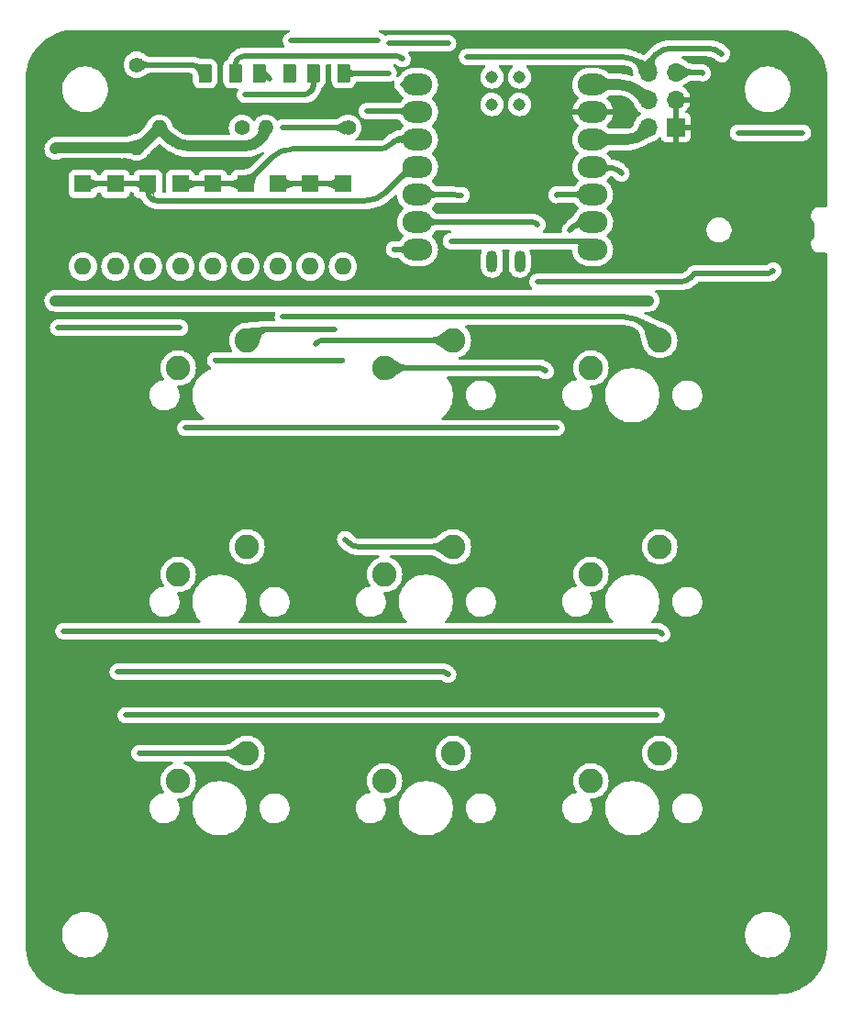
<source format=gbr>
%TF.GenerationSoftware,KiCad,Pcbnew,(6.0.4)*%
%TF.CreationDate,2022-06-27T22:40:44-04:00*%
%TF.ProjectId,xiao-rp2040-keypad,7869616f-2d72-4703-9230-34302d6b6579,rev?*%
%TF.SameCoordinates,Original*%
%TF.FileFunction,Copper,L1,Top*%
%TF.FilePolarity,Positive*%
%FSLAX46Y46*%
G04 Gerber Fmt 4.6, Leading zero omitted, Abs format (unit mm)*
G04 Created by KiCad (PCBNEW (6.0.4)) date 2022-06-27 22:40:44*
%MOMM*%
%LPD*%
G01*
G04 APERTURE LIST*
G04 Aperture macros list*
%AMRoundRect*
0 Rectangle with rounded corners*
0 $1 Rounding radius*
0 $2 $3 $4 $5 $6 $7 $8 $9 X,Y pos of 4 corners*
0 Add a 4 corners polygon primitive as box body*
4,1,4,$2,$3,$4,$5,$6,$7,$8,$9,$2,$3,0*
0 Add four circle primitives for the rounded corners*
1,1,$1+$1,$2,$3*
1,1,$1+$1,$4,$5*
1,1,$1+$1,$6,$7*
1,1,$1+$1,$8,$9*
0 Add four rect primitives between the rounded corners*
20,1,$1+$1,$2,$3,$4,$5,0*
20,1,$1+$1,$4,$5,$6,$7,0*
20,1,$1+$1,$6,$7,$8,$9,0*
20,1,$1+$1,$8,$9,$2,$3,0*%
G04 Aperture macros list end*
%TA.AperFunction,ComponentPad*%
%ADD10C,1.400000*%
%TD*%
%TA.AperFunction,ComponentPad*%
%ADD11O,1.400000X1.400000*%
%TD*%
%TA.AperFunction,ComponentPad*%
%ADD12R,1.600000X1.600000*%
%TD*%
%TA.AperFunction,ComponentPad*%
%ADD13O,1.600000X1.600000*%
%TD*%
%TA.AperFunction,ComponentPad*%
%ADD14C,2.250000*%
%TD*%
%TA.AperFunction,SMDPad,CuDef*%
%ADD15RoundRect,0.250000X0.375000X0.625000X-0.375000X0.625000X-0.375000X-0.625000X0.375000X-0.625000X0*%
%TD*%
%TA.AperFunction,SMDPad,CuDef*%
%ADD16O,2.748280X1.998980*%
%TD*%
%TA.AperFunction,SMDPad,CuDef*%
%ADD17O,1.016000X2.032000*%
%TD*%
%TA.AperFunction,SMDPad,CuDef*%
%ADD18C,1.143000*%
%TD*%
%TA.AperFunction,ComponentPad*%
%ADD19R,1.700000X1.700000*%
%TD*%
%TA.AperFunction,ComponentPad*%
%ADD20O,1.700000X1.700000*%
%TD*%
%TA.AperFunction,ViaPad*%
%ADD21C,0.500000*%
%TD*%
%TA.AperFunction,Conductor*%
%ADD22C,0.500000*%
%TD*%
%TA.AperFunction,Conductor*%
%ADD23C,1.000000*%
%TD*%
G04 APERTURE END LIST*
D10*
%TO.P,R2,1*%
%TO.N,Net-(R2-Pad1)*%
X112274466Y-57535534D03*
D11*
%TO.P,R2,2*%
%TO.N,3V3*%
X104654466Y-57535534D03*
%TD*%
D12*
%TO.P,D12,1,K*%
%TO.N,ROW3*%
X87784466Y-62725534D03*
D13*
%TO.P,D12,2,A*%
%TO.N,Net-(D12-Pad2)*%
X87784466Y-70345534D03*
%TD*%
D14*
%TO.P,SW6,1*%
%TO.N,COL3*%
X134690000Y-98745534D03*
%TO.P,SW6,2*%
%TO.N,Net-(D9-Pad2)*%
X141040000Y-96205534D03*
%TD*%
D12*
%TO.P,D5,1,K*%
%TO.N,ROW1*%
X108784466Y-62725534D03*
D13*
%TO.P,D5,2,A*%
%TO.N,Net-(D5-Pad2)*%
X108784466Y-70345534D03*
%TD*%
D14*
%TO.P,SW7,1*%
%TO.N,COL1*%
X96590000Y-117795534D03*
%TO.P,SW7,2*%
%TO.N,Net-(D10-Pad2)*%
X102940000Y-115255534D03*
%TD*%
D15*
%TO.P,D3,1,K*%
%TO.N,Net-(U1-Pad8)*%
X111864466Y-52535534D03*
%TO.P,D3,2,A*%
%TO.N,Net-(R3-Pad1)*%
X109064466Y-52535534D03*
%TD*%
D12*
%TO.P,D7,1,K*%
%TO.N,ROW2*%
X102784466Y-62725534D03*
D13*
%TO.P,D7,2,A*%
%TO.N,Net-(D7-Pad2)*%
X102784466Y-70345534D03*
%TD*%
D14*
%TO.P,SW3,1*%
%TO.N,COL3*%
X134690000Y-79695534D03*
%TO.P,SW3,2*%
%TO.N,Net-(D6-Pad2)*%
X141040000Y-77155534D03*
%TD*%
%TO.P,SW2,1*%
%TO.N,COL2*%
X115640000Y-79695534D03*
%TO.P,SW2,2*%
%TO.N,Net-(D5-Pad2)*%
X121990000Y-77155534D03*
%TD*%
D10*
%TO.P,R1,1*%
%TO.N,Net-(R1-Pad1)*%
X92750000Y-51725534D03*
D11*
%TO.P,R1,2*%
%TO.N,3V3*%
X92750000Y-59345534D03*
%TD*%
D15*
%TO.P,D1,1,K*%
%TO.N,Net-(D1-Pad1)*%
X101864466Y-52535534D03*
%TO.P,D1,2,A*%
%TO.N,Net-(R1-Pad1)*%
X99064466Y-52535534D03*
%TD*%
D12*
%TO.P,D10,1,K*%
%TO.N,ROW3*%
X93784466Y-62725534D03*
D13*
%TO.P,D10,2,A*%
%TO.N,Net-(D10-Pad2)*%
X93784466Y-70345534D03*
%TD*%
D14*
%TO.P,SW1,1*%
%TO.N,COL1*%
X96590000Y-79695534D03*
%TO.P,SW1,2*%
%TO.N,Net-(D4-Pad2)*%
X102940000Y-77155534D03*
%TD*%
%TO.P,SW8,1*%
%TO.N,COL2*%
X115640000Y-117795534D03*
%TO.P,SW8,2*%
%TO.N,Net-(D11-Pad2)*%
X121990000Y-115255534D03*
%TD*%
D12*
%TO.P,D6,1,K*%
%TO.N,ROW1*%
X105784466Y-62725534D03*
D13*
%TO.P,D6,2,A*%
%TO.N,Net-(D6-Pad2)*%
X105784466Y-70345534D03*
%TD*%
D14*
%TO.P,SW9,1*%
%TO.N,COL3*%
X134690000Y-117795534D03*
%TO.P,SW9,2*%
%TO.N,Net-(D12-Pad2)*%
X141040000Y-115255534D03*
%TD*%
D12*
%TO.P,D8,1,K*%
%TO.N,ROW2*%
X99784466Y-62725534D03*
D13*
%TO.P,D8,2,A*%
%TO.N,Net-(D8-Pad2)*%
X99784466Y-70345534D03*
%TD*%
D14*
%TO.P,SW4,1*%
%TO.N,COL1*%
X96590000Y-98745534D03*
%TO.P,SW4,2*%
%TO.N,Net-(D7-Pad2)*%
X102940000Y-96205534D03*
%TD*%
D12*
%TO.P,D11,1,K*%
%TO.N,ROW3*%
X90784466Y-62725534D03*
D13*
%TO.P,D11,2,A*%
%TO.N,Net-(D11-Pad2)*%
X90784466Y-70345534D03*
%TD*%
D14*
%TO.P,SW5,1*%
%TO.N,COL2*%
X115640000Y-98745534D03*
%TO.P,SW5,2*%
%TO.N,Net-(D8-Pad2)*%
X121990000Y-96205534D03*
%TD*%
D12*
%TO.P,D4,1,K*%
%TO.N,ROW1*%
X111784466Y-62725534D03*
D13*
%TO.P,D4,2,A*%
%TO.N,Net-(D4-Pad2)*%
X111784466Y-70345534D03*
%TD*%
D16*
%TO.P,U1,1,PA02_A0_D0*%
%TO.N,Net-(D1-Pad1)*%
X118683176Y-53536020D03*
%TO.P,U1,2,PA4_A1_D1*%
%TO.N,ROW1*%
X118683176Y-56076020D03*
%TO.P,U1,3,PA10_A2_D2*%
%TO.N,ROW2*%
X118683176Y-58616020D03*
%TO.P,U1,4,PA11_A3_D3*%
%TO.N,ROW3*%
X118683176Y-61156020D03*
%TO.P,U1,5,PA8_A4_D4_SDA*%
%TO.N,TIP*%
X118683176Y-63696020D03*
%TO.P,U1,6,PA9_A5_D5_SCL*%
%TO.N,RING1*%
X118683176Y-66236020D03*
%TO.P,U1,7,PB08_A6_D6_TX*%
%TO.N,Net-(D2-Pad1)*%
X118683176Y-68776020D03*
%TO.P,U1,8,PB09_A7_D7_RX*%
%TO.N,Net-(U1-Pad8)*%
X134847736Y-68776020D03*
%TO.P,U1,9,PA7_A8_D8_SCK*%
%TO.N,COL1*%
X134847736Y-66236020D03*
%TO.P,U1,10,PA5_A9_D9_MISO*%
%TO.N,COL2*%
X134847736Y-63696020D03*
%TO.P,U1,11,PA6_A10_D10_MOSI*%
%TO.N,COL3*%
X134847736Y-61156020D03*
%TO.P,U1,12,3V3*%
%TO.N,3V3*%
X134847736Y-58616020D03*
%TO.P,U1,13,GND*%
%TO.N,GND*%
X134847736Y-56076020D03*
%TO.P,U1,14,5V*%
%TO.N,5V*%
X134847736Y-53536020D03*
D17*
%TO.P,U1,15,5V*%
%TO.N,unconnected-(U1-Pad15)*%
X125550056Y-69853840D03*
%TO.P,U1,16,GND*%
%TO.N,unconnected-(U1-Pad16)*%
X128100056Y-69853840D03*
D18*
%TO.P,U1,17,PA31_SWDIO*%
%TO.N,unconnected-(U1-Pad17)*%
X125548859Y-52849653D03*
%TO.P,U1,18,PA30_SWCLK*%
%TO.N,unconnected-(U1-Pad18)*%
X128088859Y-52849653D03*
%TO.P,U1,19,RESET*%
%TO.N,unconnected-(U1-Pad19)*%
X125548859Y-55389653D03*
%TO.P,U1,20,GND*%
%TO.N,unconnected-(U1-Pad20)*%
X128088859Y-55389653D03*
%TD*%
D10*
%TO.P,R3,1*%
%TO.N,Net-(R3-Pad1)*%
X102464466Y-57535534D03*
D11*
%TO.P,R3,2*%
%TO.N,3V3*%
X94844466Y-57535534D03*
%TD*%
D15*
%TO.P,D2,1,K*%
%TO.N,Net-(D2-Pad1)*%
X106864466Y-52535534D03*
%TO.P,D2,2,A*%
%TO.N,Net-(R2-Pad1)*%
X104064466Y-52535534D03*
%TD*%
D12*
%TO.P,D9,1,K*%
%TO.N,ROW2*%
X96784466Y-62725534D03*
D13*
%TO.P,D9,2,A*%
%TO.N,Net-(D9-Pad2)*%
X96784466Y-70345534D03*
%TD*%
D19*
%TO.P,J1,1,Pin_1*%
%TO.N,GND*%
X142500000Y-57500000D03*
D20*
%TO.P,J1,2,Pin_2*%
%TO.N,3V3*%
X139960000Y-57500000D03*
%TO.P,J1,3,Pin_3*%
%TO.N,GND*%
X142500000Y-54960000D03*
%TO.P,J1,4,Pin_4*%
%TO.N,5V*%
X139960000Y-54960000D03*
%TO.P,J1,5,Pin_5*%
%TO.N,RING1*%
X142500000Y-52420000D03*
%TO.P,J1,6,Pin_6*%
%TO.N,TIP*%
X139960000Y-52420000D03*
%TD*%
D21*
%TO.N,Net-(D1-Pad1)*%
X117286020Y-51213980D03*
X117286020Y-53536020D03*
%TO.N,ROW1*%
X114000000Y-56000000D03*
%TO.N,Net-(R2-Pad1)*%
X106250000Y-57500000D03*
X105000000Y-53000000D03*
%TO.N,Net-(U1-Pad8)*%
X121750000Y-68000000D03*
X116000000Y-49750000D03*
X121500000Y-49750000D03*
X116000000Y-52500000D03*
%TO.N,Net-(D4-Pad2)*%
X111000000Y-76156014D03*
%TO.N,Net-(D5-Pad2)*%
X109250000Y-77500000D03*
%TO.N,Net-(D6-Pad2)*%
X106250000Y-75000000D03*
%TO.N,Net-(D8-Pad2)*%
X111750000Y-79000000D03*
X112000000Y-95500000D03*
X100000000Y-79000000D03*
%TO.N,Net-(D9-Pad2)*%
X86000000Y-104000000D03*
X85500000Y-76000000D03*
X96750000Y-76000000D03*
X141250000Y-104250000D03*
%TO.N,Net-(D10-Pad2)*%
X93000000Y-115250000D03*
%TO.N,Net-(D11-Pad2)*%
X91000000Y-107750000D03*
X121500000Y-108000000D03*
%TO.N,TIP*%
X154250000Y-58000000D03*
X122750000Y-63750000D03*
X123250000Y-51000000D03*
X148250000Y-58000000D03*
X146750000Y-50750000D03*
%TO.N,RING1*%
X129750000Y-66500000D03*
X144250000Y-71000000D03*
X151500000Y-70714466D03*
X145000000Y-52500000D03*
X129750000Y-71750000D03*
%TO.N,GND*%
X145750000Y-58000000D03*
%TO.N,COL1*%
X97250000Y-85250000D03*
X132750000Y-67000000D03*
X131500000Y-85250000D03*
%TO.N,COL2*%
X131500000Y-63750000D03*
X130500000Y-80000000D03*
%TO.N,COL3*%
X137500000Y-61750000D03*
%TO.N,Net-(R3-Pad1)*%
X102750000Y-54500000D03*
%TO.N,Net-(D12-Pad2)*%
X140750000Y-111750000D03*
X91750000Y-111750000D03*
%TO.N,3V3*%
X140000000Y-73500000D03*
X85250000Y-59500000D03*
X85250000Y-73500000D03*
%TO.N,Net-(D2-Pad1)*%
X115000000Y-49500000D03*
X116500000Y-68750000D03*
X106864466Y-52535534D03*
X107000000Y-49500000D03*
%TD*%
D22*
%TO.N,Net-(D1-Pad1)*%
X101864466Y-51721070D02*
X101864466Y-52535534D01*
X117286020Y-53536020D02*
X118683176Y-53536020D01*
X116768824Y-50911014D02*
X102674522Y-50911014D01*
X117286020Y-51213980D02*
X117134537Y-51062497D01*
X101864439Y-51721070D02*
G75*
G02*
X102101726Y-51148274I810061J-30D01*
G01*
X102674522Y-50911039D02*
G75*
G03*
X102101726Y-51148274I-22J-810061D01*
G01*
X117134523Y-51062511D02*
G75*
G03*
X116768824Y-50911014I-365723J-365689D01*
G01*
%TO.N,Net-(R1-Pad1)*%
X98659466Y-52130534D02*
X99064466Y-52535534D01*
X97681709Y-51725534D02*
X92464466Y-51725534D01*
X98659463Y-52130537D02*
G75*
G03*
X97681709Y-51725534I-977763J-977763D01*
G01*
%TO.N,ROW1*%
X118645166Y-56038010D02*
X118683176Y-56076020D01*
X114000000Y-56000000D02*
X118553401Y-56000000D01*
X105784466Y-62725534D02*
X111784466Y-62725534D01*
X118645170Y-56038006D02*
G75*
G03*
X118553401Y-56000000I-91770J-91794D01*
G01*
%TO.N,Net-(R2-Pad1)*%
X106267767Y-57517767D02*
X106250000Y-57500000D01*
X106310660Y-57535534D02*
X112274466Y-57535534D01*
X104300000Y-52535534D02*
X104064466Y-52535534D01*
X104702081Y-52702081D02*
X105000000Y-53000000D01*
X106310660Y-57535569D02*
G75*
G02*
X106267768Y-57517766I40J60669D01*
G01*
X104702089Y-52702073D02*
G75*
G03*
X104300000Y-52535534I-402089J-402127D01*
G01*
%TO.N,Net-(U1-Pad8)*%
X115939339Y-52535534D02*
X111864466Y-52535534D01*
X116000000Y-52500000D02*
X115982233Y-52517767D01*
X121750000Y-68000000D02*
X133522986Y-68000000D01*
X121500000Y-49750000D02*
X116000000Y-49750000D01*
X134459726Y-68388010D02*
X134847736Y-68776020D01*
X115982208Y-52517742D02*
G75*
G02*
X115939339Y-52535534I-42908J42842D01*
G01*
X133522986Y-67999995D02*
G75*
G02*
X134459726Y-68388010I14J-1324705D01*
G01*
%TO.N,Net-(D4-Pad2)*%
X104646287Y-76156014D02*
X111000000Y-76156014D01*
X103439760Y-76655774D02*
X102940000Y-77155534D01*
X103439767Y-76655781D02*
G75*
G02*
X104646287Y-76156014I1206533J-1206519D01*
G01*
%TO.N,Net-(D5-Pad2)*%
X109838040Y-77155534D02*
X121990000Y-77155534D01*
X109250000Y-77500000D02*
X109422233Y-77327767D01*
X109422208Y-77327742D02*
G75*
G02*
X109838040Y-77155534I415792J-415858D01*
G01*
%TO.N,ROW2*%
X102784466Y-62725534D02*
X96784466Y-62725534D01*
X115124931Y-59500000D02*
X107136981Y-59500000D01*
X105213103Y-60296896D02*
X102784466Y-62725534D01*
X117259048Y-58616020D02*
X118683176Y-58616020D01*
X116191985Y-59058005D02*
G75*
G02*
X115124931Y-59500000I-1067085J1067105D01*
G01*
X107136981Y-59499994D02*
G75*
G03*
X105213103Y-60296896I19J-2720806D01*
G01*
X117259048Y-58616064D02*
G75*
G03*
X116191990Y-59058010I-48J-1509036D01*
G01*
%TO.N,Net-(D6-Pad2)*%
X139681362Y-75796896D02*
X141040000Y-77155534D01*
X106250000Y-75000000D02*
X137757484Y-75000000D01*
X139681375Y-75796883D02*
G75*
G03*
X137757484Y-75000000I-1923875J-1923917D01*
G01*
%TO.N,Net-(D8-Pad2)*%
X112000000Y-95500000D02*
X112352767Y-95852767D01*
X100051290Y-79030045D02*
X111698709Y-79030045D01*
X111750000Y-79000000D02*
X111734977Y-79015022D01*
X113204421Y-96205534D02*
X121990000Y-96205534D01*
X100000000Y-79000000D02*
X100015022Y-79015022D01*
X112352754Y-95852780D02*
G75*
G03*
X113204421Y-96205534I851646J851680D01*
G01*
X100015016Y-79015028D02*
G75*
G03*
X100051290Y-79030045I36284J36328D01*
G01*
X111698709Y-79030035D02*
G75*
G03*
X111734977Y-79015022I-9J51335D01*
G01*
%TO.N,ROW3*%
X118388578Y-61156020D02*
X118683176Y-61156020D01*
X93784466Y-63437574D02*
X93784466Y-62725534D01*
X92688796Y-62725534D02*
X87784466Y-62725534D01*
X113847973Y-64275045D02*
X94621936Y-64275045D01*
X115771851Y-63478148D02*
X117885667Y-61364332D01*
X113847973Y-64275004D02*
G75*
G03*
X115771850Y-63478147I27J2720804D01*
G01*
X94160012Y-63168884D02*
G75*
G03*
X92688796Y-62725534I-1476412J-2236616D01*
G01*
X117885687Y-61364352D02*
G75*
G02*
X118388578Y-61156020I502913J-502848D01*
G01*
X94621936Y-64275026D02*
G75*
G02*
X94029755Y-64029755I-36J837426D01*
G01*
X94029750Y-64029760D02*
G75*
G02*
X93784466Y-63437574I592150J592160D01*
G01*
%TO.N,Net-(D9-Pad2)*%
X85500000Y-76000000D02*
X96750000Y-76000000D01*
X141250000Y-104250000D02*
X141125000Y-104125000D01*
X140823223Y-104000000D02*
X86000000Y-104000000D01*
X141124993Y-104125007D02*
G75*
G03*
X140823223Y-104000000I-301793J-301793D01*
G01*
%TO.N,Net-(D10-Pad2)*%
X93009447Y-115255534D02*
X102940000Y-115255534D01*
X93000000Y-115250000D02*
X93002767Y-115252767D01*
X93002746Y-115252788D02*
G75*
G03*
X93009447Y-115255534I6654J6688D01*
G01*
%TO.N,Net-(D11-Pad2)*%
X91000000Y-107750000D02*
X121073223Y-107750000D01*
X121375000Y-107875000D02*
X121500000Y-108000000D01*
X121073223Y-107749991D02*
G75*
G02*
X121375000Y-107875000I-23J-426809D01*
G01*
%TO.N,TIP*%
X137535908Y-51000000D02*
X123250000Y-51000000D01*
X139815921Y-52275921D02*
X139729630Y-52189630D01*
X121702094Y-63722460D02*
X122750000Y-63750000D01*
X140704213Y-50785786D02*
X140396972Y-51093027D01*
X119689598Y-63696020D02*
X118683176Y-63696020D01*
X154250000Y-58000000D02*
X148250000Y-58000000D01*
X145436421Y-50200000D02*
X142132640Y-50200000D01*
X139252893Y-51712893D02*
X139250000Y-51710000D01*
X139671842Y-52050117D02*
X139671842Y-51968392D01*
X140104079Y-51800134D02*
X140104079Y-52275921D01*
X139671818Y-52050117D02*
G75*
G03*
X139729631Y-52189629I197282J17D01*
G01*
X145436421Y-50199998D02*
G75*
G02*
X146764214Y-50750000I-21J-1877802D01*
G01*
X121702094Y-63722461D02*
G75*
G03*
X119689598Y-63696020I-2012494J-76574739D01*
G01*
X140104109Y-51800134D02*
G75*
G02*
X140396972Y-51093027I999991J34D01*
G01*
X140704200Y-50785773D02*
G75*
G02*
X142118426Y-50200000I1414200J-1414227D01*
G01*
X139252880Y-51712906D02*
G75*
G03*
X139671842Y-51968391I738820J740306D01*
G01*
X139815922Y-52275920D02*
G75*
G03*
X140104078Y-52275920I144078J144080D01*
G01*
X137535908Y-50999997D02*
G75*
G02*
X139250000Y-51710000I-8J-2424103D01*
G01*
%TO.N,RING1*%
X129299357Y-66236020D02*
X118683176Y-66236020D01*
X143875000Y-71375000D02*
X144250000Y-71000000D01*
X145000000Y-52500000D02*
X144960000Y-52460000D01*
X142969669Y-71750000D02*
X129750000Y-71750000D01*
X151012562Y-71000000D02*
X144250000Y-71000000D01*
X129618010Y-66368010D02*
X129750000Y-66500000D01*
X144863431Y-52420000D02*
X142500000Y-52420000D01*
X151357233Y-70857233D02*
X151500000Y-70714466D01*
X129618039Y-66367981D02*
G75*
G03*
X129299357Y-66236020I-318639J-318719D01*
G01*
X143875009Y-71375009D02*
G75*
G02*
X142969669Y-71750000I-905309J905309D01*
G01*
X151012562Y-70999984D02*
G75*
G03*
X151357233Y-70857233I38J487384D01*
G01*
X144959991Y-52460009D02*
G75*
G03*
X144863431Y-52420000I-96591J-96591D01*
G01*
%TO.N,GND*%
X145500000Y-57750000D02*
X145750000Y-58000000D01*
X144896446Y-57500000D02*
X142500000Y-57500000D01*
X145500016Y-57749984D02*
G75*
G03*
X144896446Y-57500000I-603516J-603516D01*
G01*
%TO.N,COL1*%
X132750000Y-67000000D02*
X133131990Y-66618010D01*
X134054195Y-66236020D02*
X134847736Y-66236020D01*
X131500000Y-85250000D02*
X97250000Y-85250000D01*
X133131995Y-66618015D02*
G75*
G02*
X134054195Y-66236020I922205J-922185D01*
G01*
%TO.N,COL2*%
X131500000Y-63750000D02*
X131526990Y-63723010D01*
X130347767Y-79847767D02*
X130500000Y-80000000D01*
X131592149Y-63696020D02*
X134847736Y-63696020D01*
X129980244Y-79695534D02*
X115640000Y-79695534D01*
X129980244Y-79695506D02*
G75*
G02*
X130347767Y-79847767I-44J-519794D01*
G01*
X131526959Y-63722979D02*
G75*
G02*
X131592149Y-63696020I65141J-65221D01*
G01*
%TO.N,COL3*%
X137250000Y-61500000D02*
X137500000Y-61750000D01*
X136646783Y-61234576D02*
X134847736Y-61156020D01*
X137249994Y-61500006D02*
G75*
G03*
X136646783Y-61234576I-642894J-642894D01*
G01*
%TO.N,Net-(R3-Pad1)*%
X108100862Y-54500000D02*
X102750000Y-54500000D01*
X109064466Y-53536396D02*
X109064466Y-52535534D01*
X109064474Y-53536396D02*
G75*
G02*
X108782233Y-54217767I-963574J-4D01*
G01*
X108782251Y-54217785D02*
G75*
G02*
X108100862Y-54500000I-681351J681385D01*
G01*
%TO.N,Net-(D12-Pad2)*%
X140750000Y-111750000D02*
X91750000Y-111750000D01*
D23*
%TO.N,3V3*%
X92321966Y-59345534D02*
X92179466Y-59345534D01*
X92001341Y-59345534D02*
X91787591Y-59345534D01*
X92642591Y-59345534D02*
X92606966Y-59345534D01*
X138054834Y-58616020D02*
X134847736Y-58616020D01*
X91609466Y-59345534D02*
X91787591Y-59345534D01*
X92464466Y-59345534D02*
X92321966Y-59345534D01*
X85250000Y-73500000D02*
X140000000Y-73500000D01*
X95747080Y-58438148D02*
X94844466Y-57535534D01*
X92606966Y-59345534D02*
X92464466Y-59345534D01*
X92749466Y-59345534D02*
X92713841Y-59345534D01*
X91039466Y-59345534D02*
X85513689Y-59345534D01*
X85327233Y-59422767D02*
X85250000Y-59500000D01*
X92001341Y-59345534D02*
X92036966Y-59345534D01*
X139401990Y-58058010D02*
X139960000Y-57500000D01*
X104084710Y-58665289D02*
X104456476Y-58293523D01*
X93235991Y-59144008D02*
X94844466Y-57535534D01*
X91609466Y-59345534D02*
X91039466Y-59345534D01*
X104654466Y-57815534D02*
X104654466Y-57535534D01*
X92179466Y-59345534D02*
X92036966Y-59345534D01*
X92713841Y-59345534D02*
X92642591Y-59345534D01*
X97670958Y-59235045D02*
X102709199Y-59235045D01*
X93236005Y-59144022D02*
G75*
G02*
X92749466Y-59345534I-486505J486522D01*
G01*
X104654493Y-57815534D02*
G75*
G02*
X104456476Y-58293523I-675993J34D01*
G01*
X138054834Y-58616028D02*
G75*
G03*
X139401990Y-58058010I-34J1905228D01*
G01*
X102709199Y-59235050D02*
G75*
G03*
X104084710Y-58665289I1J1945250D01*
G01*
X95747107Y-58438121D02*
G75*
G03*
X97670958Y-59235045I1923893J1923821D01*
G01*
X85513689Y-59345520D02*
G75*
G03*
X85327233Y-59422767I11J-263680D01*
G01*
D22*
%TO.N,Net-(D2-Pad1)*%
X116544418Y-68776020D02*
X118683176Y-68776020D01*
X115000000Y-49500000D02*
X107000000Y-49500000D01*
X116500000Y-68750000D02*
X116513010Y-68763010D01*
X116513000Y-68763020D02*
G75*
G03*
X116544418Y-68776020I31400J31420D01*
G01*
D23*
%TO.N,5V*%
X139105000Y-54248010D02*
X139960000Y-54960000D01*
X137137365Y-53536020D02*
X134847736Y-53536020D01*
X137137365Y-53536051D02*
G75*
G02*
X139105000Y-54248010I35J-3074849D01*
G01*
%TD*%
%TA.AperFunction,Conductor*%
%TO.N,RING1*%
G36*
X142877967Y-51658900D02*
G01*
X143020997Y-51733663D01*
X143021560Y-51733978D01*
X143149645Y-51810199D01*
X143149993Y-51810414D01*
X143262933Y-51883092D01*
X143367347Y-51950747D01*
X143469833Y-52011864D01*
X143470024Y-52011958D01*
X143470032Y-52011963D01*
X143536782Y-52045031D01*
X143577152Y-52065031D01*
X143577432Y-52065134D01*
X143577434Y-52065135D01*
X143695753Y-52108724D01*
X143695758Y-52108725D01*
X143696066Y-52108839D01*
X143833338Y-52141877D01*
X143833645Y-52141916D01*
X143833648Y-52141917D01*
X143995478Y-52162702D01*
X143995480Y-52162702D01*
X143995728Y-52162734D01*
X144114716Y-52167184D01*
X144178737Y-52169579D01*
X144186877Y-52173313D01*
X144190000Y-52181271D01*
X144190000Y-52658729D01*
X144186573Y-52667002D01*
X144178737Y-52670421D01*
X144125137Y-52672426D01*
X143995728Y-52677265D01*
X143995480Y-52677297D01*
X143995478Y-52677297D01*
X143833648Y-52698082D01*
X143833645Y-52698083D01*
X143833338Y-52698122D01*
X143696066Y-52731160D01*
X143695758Y-52731274D01*
X143695753Y-52731275D01*
X143577434Y-52774864D01*
X143577152Y-52774968D01*
X143536782Y-52794968D01*
X143470032Y-52828036D01*
X143470024Y-52828041D01*
X143469833Y-52828135D01*
X143367347Y-52889252D01*
X143367260Y-52889308D01*
X143367259Y-52889309D01*
X143262964Y-52956887D01*
X143262933Y-52956907D01*
X143149993Y-53029585D01*
X143149645Y-53029800D01*
X143021560Y-53106021D01*
X143020997Y-53106336D01*
X142877967Y-53181100D01*
X142869048Y-53181895D01*
X142864437Y-53179164D01*
X142788554Y-53106191D01*
X142083769Y-52428433D01*
X142080181Y-52420229D01*
X142083769Y-52411567D01*
X142342516Y-52162743D01*
X142864437Y-51660836D01*
X142872776Y-51657571D01*
X142877967Y-51658900D01*
G37*
%TD.AperFunction*%
%TD*%
%TA.AperFunction,Conductor*%
%TO.N,GND*%
G36*
X106865860Y-48528502D02*
G01*
X106912353Y-48582158D01*
X106922457Y-48652432D01*
X106892963Y-48717012D01*
X106827920Y-48756398D01*
X106824319Y-48756818D01*
X106750220Y-48783716D01*
X106747967Y-48784508D01*
X106708158Y-48798059D01*
X106681676Y-48807074D01*
X106681673Y-48807075D01*
X106675003Y-48809346D01*
X106670032Y-48812404D01*
X106666700Y-48813789D01*
X106664939Y-48814671D01*
X106658063Y-48817167D01*
X106651946Y-48821178D01*
X106651943Y-48821179D01*
X106595251Y-48858348D01*
X106592189Y-48860293D01*
X106536068Y-48894819D01*
X106536065Y-48894822D01*
X106530066Y-48898512D01*
X106525032Y-48903442D01*
X106521641Y-48906091D01*
X106517859Y-48908801D01*
X106516267Y-48910132D01*
X106510148Y-48914144D01*
X106482055Y-48943800D01*
X106461027Y-48965997D01*
X106457715Y-48969364D01*
X106447689Y-48979182D01*
X106419469Y-49006818D01*
X106408486Y-49017573D01*
X106404674Y-49023489D01*
X106400217Y-49028953D01*
X106400009Y-49028783D01*
X106396925Y-49032714D01*
X106393545Y-49037232D01*
X106388510Y-49042547D01*
X106373883Y-49067729D01*
X106354529Y-49101049D01*
X106351505Y-49105989D01*
X106316304Y-49160610D01*
X106313895Y-49167229D01*
X106313163Y-49168703D01*
X106304592Y-49187023D01*
X106299674Y-49195490D01*
X106297553Y-49202492D01*
X106297549Y-49202502D01*
X106281170Y-49256582D01*
X106278981Y-49263153D01*
X106260513Y-49313892D01*
X106260511Y-49313900D01*
X106258103Y-49320516D01*
X106256785Y-49330950D01*
X106252371Y-49351671D01*
X106250526Y-49357762D01*
X106250525Y-49357766D01*
X106248405Y-49364767D01*
X106247952Y-49372073D01*
X106244689Y-49424659D01*
X106243940Y-49432630D01*
X106236775Y-49489343D01*
X106238110Y-49502960D01*
X106238181Y-49503681D01*
X106238540Y-49523774D01*
X106237453Y-49541298D01*
X106238693Y-49548514D01*
X106238693Y-49548516D01*
X106246965Y-49596654D01*
X106248184Y-49605697D01*
X106252693Y-49651688D01*
X106252694Y-49651693D01*
X106253381Y-49658699D01*
X106255604Y-49665381D01*
X106255605Y-49665387D01*
X106259155Y-49676058D01*
X106263776Y-49694489D01*
X106267406Y-49715614D01*
X106270271Y-49722348D01*
X106270272Y-49722350D01*
X106287892Y-49763758D01*
X106291511Y-49773322D01*
X106304871Y-49813486D01*
X106304873Y-49813490D01*
X106307094Y-49820167D01*
X106318589Y-49839148D01*
X106326744Y-49855067D01*
X106336657Y-49878364D01*
X106340996Y-49884260D01*
X106365390Y-49917408D01*
X106371684Y-49926818D01*
X106392532Y-49961242D01*
X106410711Y-50029872D01*
X106388901Y-50097435D01*
X106334025Y-50142482D01*
X106284756Y-50152514D01*
X102736680Y-50152514D01*
X102719155Y-50151289D01*
X102695856Y-50148014D01*
X102691904Y-50147959D01*
X102691897Y-50147958D01*
X102684879Y-50147860D01*
X102674543Y-50147715D01*
X102646152Y-50150899D01*
X102640359Y-50151413D01*
X102613596Y-50153166D01*
X102473483Y-50162345D01*
X102473476Y-50162346D01*
X102469369Y-50162615D01*
X102388597Y-50178679D01*
X102271753Y-50201917D01*
X102271751Y-50201917D01*
X102267706Y-50202722D01*
X102263804Y-50204046D01*
X102263798Y-50204048D01*
X102167595Y-50236701D01*
X102073002Y-50268807D01*
X101888590Y-50359740D01*
X101885158Y-50362033D01*
X101721045Y-50471680D01*
X101721041Y-50471683D01*
X101717624Y-50473966D01*
X101714531Y-50476678D01*
X101714530Y-50476679D01*
X101608050Y-50570051D01*
X101600807Y-50575942D01*
X101594245Y-50580887D01*
X101594239Y-50580892D01*
X101577299Y-50593656D01*
X101562017Y-50608516D01*
X101553558Y-50619112D01*
X101545856Y-50628760D01*
X101544539Y-50630409D01*
X101540803Y-50634872D01*
X101538971Y-50636961D01*
X101527993Y-50648018D01*
X101514101Y-50660377D01*
X101414766Y-50778090D01*
X101389864Y-50810081D01*
X101388793Y-50811575D01*
X101388108Y-50812614D01*
X101388106Y-50812617D01*
X101368777Y-50841939D01*
X101366681Y-50845118D01*
X101308202Y-50941863D01*
X101295741Y-50962478D01*
X101294155Y-50965101D01*
X101293544Y-50966209D01*
X101293541Y-50966214D01*
X101288918Y-50974596D01*
X101274487Y-51000761D01*
X101273655Y-51002422D01*
X101256812Y-51039682D01*
X101236530Y-51089775D01*
X101232744Y-51098219D01*
X101228470Y-51106886D01*
X101222254Y-51119490D01*
X101211326Y-51151680D01*
X101210332Y-51154496D01*
X101207890Y-51161160D01*
X101165670Y-51218235D01*
X101155891Y-51224943D01*
X101015118Y-51312056D01*
X100890161Y-51437231D01*
X100886321Y-51443461D01*
X100886320Y-51443462D01*
X100808715Y-51569361D01*
X100797351Y-51587796D01*
X100780480Y-51638662D01*
X100744175Y-51748119D01*
X100741669Y-51755673D01*
X100740969Y-51762509D01*
X100740968Y-51762512D01*
X100739745Y-51774454D01*
X100730966Y-51860134D01*
X100730966Y-53210934D01*
X100731303Y-53214180D01*
X100731303Y-53214184D01*
X100741152Y-53309103D01*
X100741940Y-53316700D01*
X100744121Y-53323236D01*
X100744121Y-53323238D01*
X100779892Y-53430457D01*
X100797916Y-53484480D01*
X100890988Y-53634882D01*
X100896170Y-53640055D01*
X100938109Y-53681921D01*
X101016163Y-53759839D01*
X101022393Y-53763679D01*
X101022394Y-53763680D01*
X101159556Y-53848228D01*
X101166728Y-53852649D01*
X101210891Y-53867297D01*
X101328077Y-53906166D01*
X101328079Y-53906166D01*
X101334605Y-53908331D01*
X101341441Y-53909031D01*
X101341444Y-53909032D01*
X101384497Y-53913443D01*
X101439066Y-53919034D01*
X101990889Y-53919034D01*
X102059010Y-53939036D01*
X102105503Y-53992692D01*
X102115607Y-54062966D01*
X102096802Y-54113286D01*
X102066304Y-54160610D01*
X102063895Y-54167229D01*
X102063163Y-54168703D01*
X102054592Y-54187023D01*
X102049674Y-54195490D01*
X102047553Y-54202492D01*
X102047549Y-54202502D01*
X102031170Y-54256582D01*
X102028981Y-54263153D01*
X102010513Y-54313892D01*
X102010511Y-54313900D01*
X102008103Y-54320516D01*
X102006813Y-54330726D01*
X102006785Y-54330950D01*
X102002371Y-54351671D01*
X102000526Y-54357762D01*
X102000525Y-54357766D01*
X101998405Y-54364767D01*
X101997952Y-54372073D01*
X101994689Y-54424659D01*
X101993940Y-54432630D01*
X101986775Y-54489343D01*
X101988181Y-54503681D01*
X101988540Y-54523774D01*
X101987453Y-54541298D01*
X101988693Y-54548514D01*
X101988693Y-54548516D01*
X101991172Y-54562942D01*
X101995876Y-54590314D01*
X101996965Y-54596654D01*
X101998184Y-54605697D01*
X102002693Y-54651688D01*
X102002694Y-54651693D01*
X102003381Y-54658699D01*
X102005604Y-54665381D01*
X102005605Y-54665387D01*
X102009155Y-54676058D01*
X102013776Y-54694489D01*
X102017406Y-54715614D01*
X102037583Y-54763031D01*
X102037892Y-54763758D01*
X102041511Y-54773322D01*
X102054871Y-54813486D01*
X102054873Y-54813490D01*
X102057094Y-54820167D01*
X102068589Y-54839148D01*
X102076744Y-54855067D01*
X102086657Y-54878364D01*
X102090996Y-54884260D01*
X102115390Y-54917408D01*
X102121684Y-54926818D01*
X102145246Y-54965723D01*
X102150143Y-54970794D01*
X102163349Y-54984469D01*
X102174195Y-54997314D01*
X102187154Y-55014924D01*
X102187156Y-55014927D01*
X102191492Y-55020818D01*
X102225510Y-55049718D01*
X102234561Y-55058212D01*
X102258559Y-55083063D01*
X102258563Y-55083067D01*
X102263455Y-55088132D01*
X102269346Y-55091987D01*
X102288520Y-55104535D01*
X102301099Y-55113937D01*
X102326285Y-55135333D01*
X102332805Y-55138662D01*
X102362590Y-55153871D01*
X102374284Y-55160656D01*
X102405846Y-55181310D01*
X102437563Y-55193106D01*
X102450928Y-55198980D01*
X102461169Y-55204209D01*
X102471782Y-55209628D01*
X102483808Y-55215769D01*
X102516979Y-55223886D01*
X102519656Y-55224541D01*
X102533626Y-55228832D01*
X102558736Y-55238170D01*
X102558739Y-55238171D01*
X102565341Y-55240626D01*
X102572324Y-55241558D01*
X102572325Y-55241558D01*
X102572700Y-55241608D01*
X102602734Y-55245616D01*
X102616005Y-55248117D01*
X102655610Y-55257808D01*
X102661215Y-55258156D01*
X102661217Y-55258156D01*
X102664825Y-55258380D01*
X102664835Y-55258380D01*
X102666764Y-55258500D01*
X102690933Y-55258500D01*
X102707595Y-55259607D01*
X102714765Y-55260563D01*
X102727035Y-55262201D01*
X102727038Y-55262201D01*
X102734015Y-55263132D01*
X102741026Y-55262494D01*
X102741030Y-55262494D01*
X102779208Y-55259019D01*
X102790628Y-55258500D01*
X108038696Y-55258500D01*
X108056235Y-55259727D01*
X108079519Y-55263000D01*
X108083468Y-55263055D01*
X108083476Y-55263056D01*
X108096879Y-55263244D01*
X108096886Y-55263244D01*
X108100832Y-55263299D01*
X108104764Y-55262858D01*
X108104768Y-55262858D01*
X108121622Y-55260969D01*
X108127421Y-55260454D01*
X108321993Y-55247708D01*
X108321994Y-55247708D01*
X108326098Y-55247439D01*
X108460980Y-55220614D01*
X108543469Y-55204209D01*
X108543471Y-55204208D01*
X108547511Y-55203405D01*
X108761282Y-55130848D01*
X108963753Y-55031008D01*
X109151460Y-54905594D01*
X109279744Y-54793098D01*
X109286983Y-54787210D01*
X109303503Y-54774762D01*
X109303504Y-54774761D01*
X109306672Y-54772374D01*
X109316280Y-54763031D01*
X109319108Y-54760281D01*
X109319111Y-54760278D01*
X109321953Y-54757514D01*
X109335006Y-54741164D01*
X109338745Y-54736697D01*
X109403033Y-54663393D01*
X109470023Y-54587009D01*
X109472305Y-54583593D01*
X109472318Y-54583577D01*
X109483666Y-54566594D01*
X109494642Y-54552456D01*
X109499034Y-54547561D01*
X109499035Y-54547559D01*
X109502034Y-54544217D01*
X109504527Y-54540482D01*
X109604130Y-54391234D01*
X109604146Y-54391209D01*
X109604706Y-54390370D01*
X109616053Y-54372073D01*
X109622223Y-54362124D01*
X109622240Y-54362096D01*
X109622778Y-54361228D01*
X109623554Y-54359878D01*
X109639545Y-54329790D01*
X109701871Y-54202502D01*
X109712392Y-54181015D01*
X109712400Y-54180998D01*
X109712848Y-54180083D01*
X109722287Y-54159036D01*
X109726606Y-54149405D01*
X109726615Y-54149385D01*
X109727037Y-54148443D01*
X109727635Y-54146979D01*
X109739684Y-54114369D01*
X109785670Y-53975635D01*
X109794195Y-53947184D01*
X109794545Y-53945880D01*
X109801390Y-53917089D01*
X109808573Y-53882470D01*
X109811454Y-53868585D01*
X109844878Y-53805948D01*
X109868523Y-53787039D01*
X109907586Y-53762866D01*
X109913814Y-53759012D01*
X110038771Y-53633837D01*
X110048555Y-53617965D01*
X110127741Y-53489502D01*
X110127742Y-53489500D01*
X110131581Y-53483272D01*
X110161866Y-53391966D01*
X110185098Y-53321923D01*
X110185098Y-53321921D01*
X110187263Y-53315395D01*
X110188518Y-53303153D01*
X110193525Y-53254277D01*
X110197966Y-53210934D01*
X110197966Y-51860134D01*
X110192610Y-51808517D01*
X110205474Y-51738697D01*
X110254045Y-51686915D01*
X110317937Y-51669514D01*
X110610927Y-51669514D01*
X110679048Y-51689516D01*
X110725541Y-51743172D01*
X110736271Y-51808357D01*
X110730966Y-51860134D01*
X110730966Y-53210934D01*
X110731303Y-53214180D01*
X110731303Y-53214184D01*
X110741152Y-53309103D01*
X110741940Y-53316700D01*
X110744121Y-53323236D01*
X110744121Y-53323238D01*
X110779892Y-53430457D01*
X110797916Y-53484480D01*
X110890988Y-53634882D01*
X110896170Y-53640055D01*
X110938109Y-53681921D01*
X111016163Y-53759839D01*
X111022393Y-53763679D01*
X111022394Y-53763680D01*
X111159556Y-53848228D01*
X111166728Y-53852649D01*
X111210891Y-53867297D01*
X111328077Y-53906166D01*
X111328079Y-53906166D01*
X111334605Y-53908331D01*
X111341441Y-53909031D01*
X111341444Y-53909032D01*
X111384497Y-53913443D01*
X111439066Y-53919034D01*
X112289866Y-53919034D01*
X112293112Y-53918697D01*
X112293116Y-53918697D01*
X112388774Y-53908772D01*
X112388778Y-53908771D01*
X112395632Y-53908060D01*
X112402168Y-53905879D01*
X112402170Y-53905879D01*
X112551114Y-53856187D01*
X112563412Y-53852084D01*
X112713814Y-53759012D01*
X112838771Y-53633837D01*
X112848555Y-53617965D01*
X112927741Y-53489502D01*
X112927742Y-53489500D01*
X112931581Y-53483272D01*
X112961866Y-53391966D01*
X112963750Y-53386285D01*
X113004180Y-53327925D01*
X113069745Y-53300688D01*
X113080000Y-53299996D01*
X113103442Y-53299374D01*
X113111691Y-53299155D01*
X113159744Y-53295620D01*
X113160758Y-53295347D01*
X113176322Y-53294034D01*
X115877471Y-53294034D01*
X115894926Y-53295249D01*
X115914590Y-53298000D01*
X115914595Y-53298000D01*
X115918517Y-53298549D01*
X115922476Y-53298602D01*
X115922479Y-53298602D01*
X115929174Y-53298691D01*
X115939830Y-53298833D01*
X115943763Y-53298389D01*
X115943768Y-53298389D01*
X115981502Y-53294132D01*
X115982649Y-53294034D01*
X115983632Y-53294034D01*
X115986329Y-53293720D01*
X115986348Y-53293718D01*
X116006686Y-53291347D01*
X116011292Y-53290896D01*
X116036663Y-53288882D01*
X116063444Y-53286757D01*
X116063448Y-53286756D01*
X116068379Y-53286365D01*
X116073193Y-53285206D01*
X116073198Y-53285205D01*
X116076671Y-53284369D01*
X116092049Y-53281660D01*
X116105116Y-53280186D01*
X116105117Y-53280186D01*
X116108926Y-53279756D01*
X116110344Y-53279261D01*
X116115020Y-53278716D01*
X116121902Y-53276218D01*
X116121906Y-53276217D01*
X116137712Y-53270480D01*
X116151204Y-53266421D01*
X116193751Y-53256175D01*
X116250651Y-53232559D01*
X116292727Y-53215096D01*
X116292729Y-53215095D01*
X116298712Y-53212611D01*
X116298714Y-53212611D01*
X116299084Y-53212457D01*
X116299123Y-53212551D01*
X116300833Y-53212304D01*
X116300630Y-53211816D01*
X116308274Y-53208644D01*
X116308281Y-53208641D01*
X116312855Y-53206742D01*
X116342439Y-53188584D01*
X116356609Y-53181084D01*
X116364862Y-53177367D01*
X116364866Y-53177365D01*
X116371289Y-53174472D01*
X116374547Y-53172013D01*
X116442213Y-53154787D01*
X116509562Y-53177250D01*
X116554076Y-53232559D01*
X116561621Y-53303153D01*
X116556040Y-53323796D01*
X116544123Y-53356536D01*
X116542983Y-53365560D01*
X116542805Y-53366970D01*
X116538391Y-53387691D01*
X116536546Y-53393782D01*
X116536545Y-53393786D01*
X116534425Y-53400787D01*
X116533972Y-53408093D01*
X116530709Y-53460679D01*
X116529960Y-53468650D01*
X116522795Y-53525363D01*
X116523543Y-53532988D01*
X116524201Y-53539701D01*
X116524560Y-53559794D01*
X116523473Y-53577318D01*
X116524713Y-53584534D01*
X116524713Y-53584536D01*
X116532985Y-53632674D01*
X116534204Y-53641717D01*
X116538713Y-53687708D01*
X116538714Y-53687713D01*
X116539401Y-53694719D01*
X116541624Y-53701401D01*
X116541625Y-53701407D01*
X116545175Y-53712078D01*
X116549796Y-53730509D01*
X116553426Y-53751634D01*
X116556291Y-53758368D01*
X116556292Y-53758370D01*
X116573912Y-53799778D01*
X116577531Y-53809342D01*
X116590891Y-53849506D01*
X116590893Y-53849510D01*
X116593114Y-53856187D01*
X116604609Y-53875168D01*
X116612764Y-53891087D01*
X116622677Y-53914384D01*
X116627016Y-53920280D01*
X116651410Y-53953428D01*
X116657704Y-53962838D01*
X116681266Y-54001743D01*
X116686163Y-54006814D01*
X116699369Y-54020489D01*
X116710215Y-54033334D01*
X116723174Y-54050944D01*
X116723176Y-54050947D01*
X116727512Y-54056838D01*
X116761530Y-54085738D01*
X116770581Y-54094232D01*
X116794579Y-54119083D01*
X116794583Y-54119087D01*
X116799475Y-54124152D01*
X116810411Y-54131309D01*
X116824540Y-54140555D01*
X116837119Y-54149957D01*
X116862305Y-54171353D01*
X116868825Y-54174682D01*
X116898610Y-54189891D01*
X116910303Y-54196676D01*
X116941251Y-54216928D01*
X116986453Y-54269111D01*
X116993071Y-54283303D01*
X116995913Y-54287484D01*
X116995913Y-54287485D01*
X117126623Y-54479819D01*
X117126626Y-54479823D01*
X117129469Y-54484006D01*
X117296201Y-54660321D01*
X117355239Y-54705459D01*
X117397205Y-54762721D01*
X117401550Y-54833585D01*
X117362033Y-54900067D01*
X117224037Y-55021726D01*
X117224034Y-55021729D01*
X117220240Y-55025074D01*
X117217030Y-55028982D01*
X117217029Y-55028983D01*
X117211346Y-55035902D01*
X117107715Y-55162065D01*
X117049021Y-55202007D01*
X117041003Y-55204302D01*
X117030322Y-55206981D01*
X117016568Y-55209627D01*
X116883471Y-55227621D01*
X116871596Y-55228656D01*
X116674806Y-55236458D01*
X116630143Y-55240186D01*
X116630139Y-55240138D01*
X116614744Y-55241500D01*
X114052905Y-55241500D01*
X114037987Y-55240614D01*
X114012323Y-55237554D01*
X114005329Y-55236720D01*
X113998326Y-55237456D01*
X113998325Y-55237456D01*
X113963368Y-55241130D01*
X113958834Y-55241500D01*
X113955707Y-55241500D01*
X113935507Y-55243855D01*
X113918541Y-55245833D01*
X113917120Y-55245991D01*
X113889032Y-55248943D01*
X113836093Y-55254507D01*
X113832257Y-55255813D01*
X113831592Y-55255970D01*
X113824319Y-55256818D01*
X113750220Y-55283716D01*
X113747967Y-55284508D01*
X113708158Y-55298059D01*
X113681676Y-55307074D01*
X113681673Y-55307075D01*
X113675003Y-55309346D01*
X113670032Y-55312404D01*
X113666700Y-55313789D01*
X113664939Y-55314671D01*
X113658063Y-55317167D01*
X113651946Y-55321178D01*
X113651943Y-55321179D01*
X113595251Y-55358348D01*
X113592189Y-55360293D01*
X113536068Y-55394819D01*
X113536065Y-55394822D01*
X113530066Y-55398512D01*
X113525032Y-55403442D01*
X113521641Y-55406091D01*
X113517859Y-55408801D01*
X113516267Y-55410132D01*
X113510148Y-55414144D01*
X113482414Y-55443421D01*
X113461027Y-55465997D01*
X113457715Y-55469364D01*
X113408486Y-55517573D01*
X113404674Y-55523489D01*
X113400217Y-55528953D01*
X113400009Y-55528783D01*
X113396925Y-55532714D01*
X113393545Y-55537232D01*
X113388510Y-55542547D01*
X113378764Y-55559326D01*
X113354529Y-55601049D01*
X113351505Y-55605989D01*
X113316304Y-55660610D01*
X113313895Y-55667229D01*
X113313163Y-55668703D01*
X113304592Y-55687023D01*
X113299674Y-55695490D01*
X113297553Y-55702492D01*
X113297549Y-55702502D01*
X113281170Y-55756582D01*
X113278981Y-55763153D01*
X113260513Y-55813892D01*
X113260511Y-55813900D01*
X113258103Y-55820516D01*
X113256785Y-55830950D01*
X113252371Y-55851671D01*
X113250526Y-55857762D01*
X113250525Y-55857766D01*
X113248405Y-55864767D01*
X113247952Y-55872073D01*
X113244689Y-55924659D01*
X113243940Y-55932630D01*
X113236775Y-55989343D01*
X113237935Y-56001173D01*
X113238181Y-56003681D01*
X113238540Y-56023774D01*
X113237453Y-56041298D01*
X113245709Y-56089342D01*
X113246965Y-56096654D01*
X113248184Y-56105697D01*
X113252693Y-56151688D01*
X113252694Y-56151693D01*
X113253381Y-56158699D01*
X113255604Y-56165381D01*
X113255605Y-56165387D01*
X113259155Y-56176058D01*
X113263776Y-56194489D01*
X113267406Y-56215614D01*
X113270271Y-56222348D01*
X113270272Y-56222350D01*
X113287892Y-56263758D01*
X113291511Y-56273322D01*
X113304871Y-56313486D01*
X113304873Y-56313490D01*
X113307094Y-56320167D01*
X113318589Y-56339148D01*
X113326744Y-56355067D01*
X113336657Y-56378364D01*
X113340996Y-56384260D01*
X113365390Y-56417408D01*
X113371684Y-56426818D01*
X113395246Y-56465723D01*
X113400143Y-56470794D01*
X113413349Y-56484469D01*
X113424195Y-56497314D01*
X113437154Y-56514924D01*
X113437156Y-56514927D01*
X113441492Y-56520818D01*
X113475510Y-56549718D01*
X113484561Y-56558212D01*
X113508559Y-56583063D01*
X113508563Y-56583067D01*
X113513455Y-56588132D01*
X113519346Y-56591987D01*
X113538520Y-56604535D01*
X113551099Y-56613937D01*
X113576285Y-56635333D01*
X113582805Y-56638662D01*
X113612590Y-56653871D01*
X113624284Y-56660656D01*
X113655846Y-56681310D01*
X113687563Y-56693106D01*
X113700928Y-56698980D01*
X113733808Y-56715769D01*
X113766979Y-56723886D01*
X113769656Y-56724541D01*
X113783626Y-56728832D01*
X113808736Y-56738170D01*
X113808739Y-56738171D01*
X113815341Y-56740626D01*
X113822324Y-56741558D01*
X113822325Y-56741558D01*
X113829790Y-56742554D01*
X113852734Y-56745616D01*
X113866005Y-56748117D01*
X113905610Y-56757808D01*
X113911215Y-56758156D01*
X113911217Y-56758156D01*
X113914825Y-56758380D01*
X113914835Y-56758380D01*
X113916764Y-56758500D01*
X113940933Y-56758500D01*
X113957595Y-56759607D01*
X113964765Y-56760563D01*
X113977035Y-56762201D01*
X113977038Y-56762201D01*
X113984015Y-56763132D01*
X113991026Y-56762494D01*
X113991030Y-56762494D01*
X114029208Y-56759019D01*
X114040628Y-56758500D01*
X116634790Y-56758500D01*
X116658021Y-56760660D01*
X116673219Y-56763511D01*
X116854269Y-56771237D01*
X116867281Y-56772471D01*
X116913983Y-56779365D01*
X116978451Y-56809102D01*
X116999791Y-56833190D01*
X117007065Y-56843895D01*
X117126623Y-57019819D01*
X117126626Y-57019823D01*
X117129469Y-57024006D01*
X117296201Y-57200321D01*
X117355239Y-57245459D01*
X117397205Y-57302721D01*
X117401550Y-57373585D01*
X117362033Y-57440067D01*
X117224037Y-57561726D01*
X117224034Y-57561729D01*
X117220240Y-57565074D01*
X117217031Y-57568980D01*
X117217022Y-57568990D01*
X117099644Y-57711889D01*
X117036196Y-57753263D01*
X117026212Y-57756053D01*
X117021774Y-57757314D01*
X117021672Y-57757344D01*
X117021579Y-57757370D01*
X116852035Y-57806396D01*
X116851617Y-57806517D01*
X116842851Y-57809188D01*
X116838077Y-57810642D01*
X116838049Y-57810651D01*
X116837605Y-57810786D01*
X116837015Y-57810975D01*
X116823947Y-57815356D01*
X116645968Y-57877684D01*
X116645304Y-57877933D01*
X116645292Y-57877937D01*
X116626012Y-57885157D01*
X116625995Y-57885164D01*
X116625337Y-57885410D01*
X116624415Y-57885778D01*
X116603693Y-57894580D01*
X116412371Y-57980848D01*
X116411692Y-57981175D01*
X116411661Y-57981189D01*
X116403524Y-57985103D01*
X116389500Y-57991848D01*
X116388482Y-57992369D01*
X116387795Y-57992742D01*
X116387794Y-57992743D01*
X116367159Y-58003961D01*
X116366011Y-58004585D01*
X116156065Y-58125587D01*
X116135056Y-58138376D01*
X116134109Y-58138984D01*
X116133497Y-58139398D01*
X116133482Y-58139408D01*
X116128221Y-58142968D01*
X116113582Y-58152874D01*
X115889304Y-58312657D01*
X115887736Y-58313934D01*
X115887724Y-58313943D01*
X115854852Y-58340711D01*
X115848200Y-58345771D01*
X115845939Y-58347375D01*
X115845930Y-58347382D01*
X115843052Y-58349424D01*
X115840421Y-58351775D01*
X115840416Y-58351779D01*
X115691802Y-58484579D01*
X115683672Y-58491255D01*
X115667558Y-58503397D01*
X115660381Y-58510375D01*
X115659849Y-58510788D01*
X115659422Y-58511308D01*
X115652276Y-58518256D01*
X115649799Y-58521358D01*
X115649794Y-58521364D01*
X115646265Y-58525784D01*
X115627732Y-58544569D01*
X115551503Y-58607129D01*
X115530965Y-58620852D01*
X115512739Y-58630594D01*
X115428745Y-58675490D01*
X115423091Y-58678512D01*
X115400275Y-58687963D01*
X115283215Y-58723475D01*
X115258996Y-58728292D01*
X115166011Y-58737452D01*
X115149615Y-58737225D01*
X115149608Y-58737756D01*
X115142562Y-58737658D01*
X115135572Y-58736775D01*
X115128557Y-58737463D01*
X115093531Y-58740898D01*
X115081233Y-58741500D01*
X113058743Y-58741500D01*
X112990622Y-58721498D01*
X112944129Y-58667842D01*
X112934025Y-58597568D01*
X112963519Y-58532988D01*
X112986473Y-58512287D01*
X112995909Y-58505680D01*
X113054242Y-58464835D01*
X113203767Y-58315310D01*
X113325055Y-58142092D01*
X113328254Y-58135233D01*
X113412099Y-57955426D01*
X113412100Y-57955425D01*
X113414422Y-57950444D01*
X113429462Y-57894316D01*
X113467728Y-57751504D01*
X113467728Y-57751502D01*
X113469152Y-57746189D01*
X113487582Y-57535534D01*
X113469152Y-57324879D01*
X113466224Y-57313951D01*
X113415845Y-57125934D01*
X113415844Y-57125932D01*
X113414422Y-57120624D01*
X113380757Y-57048429D01*
X113327378Y-56933957D01*
X113327376Y-56933954D01*
X113325055Y-56928976D01*
X113203767Y-56755758D01*
X113054242Y-56606233D01*
X112881024Y-56484945D01*
X112876046Y-56482624D01*
X112876043Y-56482622D01*
X112694358Y-56397901D01*
X112694357Y-56397900D01*
X112689376Y-56395578D01*
X112684068Y-56394156D01*
X112684066Y-56394155D01*
X112490436Y-56342272D01*
X112490434Y-56342272D01*
X112485121Y-56340848D01*
X112274466Y-56322418D01*
X112063811Y-56340848D01*
X112058498Y-56342272D01*
X112058496Y-56342272D01*
X111864866Y-56394155D01*
X111864864Y-56394156D01*
X111859556Y-56395578D01*
X111771859Y-56436471D01*
X111759576Y-56441429D01*
X111727611Y-56452415D01*
X111723611Y-56454466D01*
X111723609Y-56454467D01*
X111678633Y-56477530D01*
X111614244Y-56510547D01*
X111605777Y-56514989D01*
X111605380Y-56515202D01*
X111605198Y-56515302D01*
X111605161Y-56515322D01*
X111600267Y-56518011D01*
X111596422Y-56520123D01*
X111596163Y-56520269D01*
X111596121Y-56520292D01*
X111492506Y-56578569D01*
X111492254Y-56578711D01*
X111483839Y-56583549D01*
X111483539Y-56583725D01*
X111483493Y-56583752D01*
X111393586Y-56636580D01*
X111392491Y-56637217D01*
X111321080Y-56678209D01*
X111316170Y-56680882D01*
X111265273Y-56707134D01*
X111256441Y-56711265D01*
X111218363Y-56727308D01*
X111206780Y-56731533D01*
X111185377Y-56738170D01*
X111168803Y-56743309D01*
X111156362Y-56746481D01*
X111103537Y-56757119D01*
X111092086Y-56758881D01*
X111047070Y-56763703D01*
X111012077Y-56767451D01*
X111002580Y-56768107D01*
X110989455Y-56768516D01*
X110908163Y-56771047D01*
X110908155Y-56771047D01*
X110879812Y-56771930D01*
X110878422Y-56772037D01*
X110878405Y-56772038D01*
X110838900Y-56775082D01*
X110838899Y-56775082D01*
X110832982Y-56775538D01*
X110832405Y-56775695D01*
X110816801Y-56777034D01*
X106511978Y-56777034D01*
X106486321Y-56774394D01*
X106464002Y-56769752D01*
X106447400Y-56765094D01*
X106424300Y-56756868D01*
X106389833Y-56752758D01*
X106377583Y-56751297D01*
X106366846Y-56749543D01*
X106325052Y-56740850D01*
X106325046Y-56740849D01*
X106317885Y-56739360D01*
X106307326Y-56739646D01*
X106294135Y-56740002D01*
X106275814Y-56739162D01*
X106262325Y-56737554D01*
X106262324Y-56737554D01*
X106255329Y-56736720D01*
X106248326Y-56737456D01*
X106248322Y-56737456D01*
X106204687Y-56742042D01*
X106194926Y-56742686D01*
X106154045Y-56743792D01*
X106141079Y-56744143D01*
X106133998Y-56746021D01*
X106133995Y-56746021D01*
X106121859Y-56749239D01*
X106102736Y-56752758D01*
X106086093Y-56754507D01*
X106079425Y-56756777D01*
X106079420Y-56756778D01*
X106034194Y-56772174D01*
X106025885Y-56774687D01*
X105970116Y-56789474D01*
X105963665Y-56792926D01*
X105963662Y-56792927D01*
X105956009Y-56797022D01*
X105937172Y-56805204D01*
X105925003Y-56809346D01*
X105919004Y-56813036D01*
X105919003Y-56813037D01*
X105874985Y-56840117D01*
X105868417Y-56843890D01*
X105814167Y-56872918D01*
X105814013Y-56872630D01*
X105750605Y-56893767D01*
X105681806Y-56876240D01*
X105642837Y-56840119D01*
X105623874Y-56813037D01*
X105583767Y-56755758D01*
X105434242Y-56606233D01*
X105261024Y-56484945D01*
X105256046Y-56482624D01*
X105256043Y-56482622D01*
X105074358Y-56397901D01*
X105074357Y-56397900D01*
X105069376Y-56395578D01*
X105064068Y-56394156D01*
X105064066Y-56394155D01*
X104870436Y-56342272D01*
X104870434Y-56342272D01*
X104865121Y-56340848D01*
X104654466Y-56322418D01*
X104443811Y-56340848D01*
X104438498Y-56342272D01*
X104438496Y-56342272D01*
X104244866Y-56394155D01*
X104244864Y-56394156D01*
X104239556Y-56395578D01*
X104234575Y-56397900D01*
X104234574Y-56397901D01*
X104052889Y-56482622D01*
X104052886Y-56482624D01*
X104047908Y-56484945D01*
X103874690Y-56606233D01*
X103725165Y-56755758D01*
X103666095Y-56840119D01*
X103662679Y-56844998D01*
X103607222Y-56889327D01*
X103536603Y-56896636D01*
X103473243Y-56864606D01*
X103456253Y-56844998D01*
X103452837Y-56840119D01*
X103393767Y-56755758D01*
X103244242Y-56606233D01*
X103071024Y-56484945D01*
X103066046Y-56482624D01*
X103066043Y-56482622D01*
X102884358Y-56397901D01*
X102884357Y-56397900D01*
X102879376Y-56395578D01*
X102874068Y-56394156D01*
X102874066Y-56394155D01*
X102680436Y-56342272D01*
X102680434Y-56342272D01*
X102675121Y-56340848D01*
X102464466Y-56322418D01*
X102253811Y-56340848D01*
X102248498Y-56342272D01*
X102248496Y-56342272D01*
X102054866Y-56394155D01*
X102054864Y-56394156D01*
X102049556Y-56395578D01*
X102044575Y-56397900D01*
X102044574Y-56397901D01*
X101862889Y-56482622D01*
X101862886Y-56482624D01*
X101857908Y-56484945D01*
X101684690Y-56606233D01*
X101535165Y-56755758D01*
X101413877Y-56928976D01*
X101411556Y-56933954D01*
X101411554Y-56933957D01*
X101358175Y-57048429D01*
X101324510Y-57120624D01*
X101323088Y-57125932D01*
X101323087Y-57125934D01*
X101272708Y-57313951D01*
X101269780Y-57324879D01*
X101251350Y-57535534D01*
X101269780Y-57746189D01*
X101271204Y-57751502D01*
X101271204Y-57751504D01*
X101309471Y-57894316D01*
X101324510Y-57950444D01*
X101326831Y-57955421D01*
X101326833Y-57955427D01*
X101369672Y-58047295D01*
X101380333Y-58117487D01*
X101351353Y-58182300D01*
X101291933Y-58221156D01*
X101255477Y-58226545D01*
X97734790Y-58226545D01*
X97720743Y-58225760D01*
X97691247Y-58222451D01*
X97685123Y-58221764D01*
X97660006Y-58223872D01*
X97656329Y-58224181D01*
X97637547Y-58224353D01*
X97588778Y-58221156D01*
X97455722Y-58212433D01*
X97439385Y-58210282D01*
X97235909Y-58169804D01*
X97219990Y-58165539D01*
X97181424Y-58152447D01*
X97023537Y-58098849D01*
X97008325Y-58092547D01*
X96841162Y-58010108D01*
X96816892Y-57994447D01*
X96811843Y-57990297D01*
X96811834Y-57990290D01*
X96808362Y-57987437D01*
X96799985Y-57982356D01*
X96723907Y-57936217D01*
X96719242Y-57933246D01*
X96635490Y-57877282D01*
X96622424Y-57867256D01*
X96495477Y-57755922D01*
X96480095Y-57739810D01*
X96473596Y-57731669D01*
X96433981Y-57698190D01*
X96426217Y-57691050D01*
X96090366Y-57355199D01*
X96064685Y-57318089D01*
X96036578Y-57256032D01*
X96033189Y-57248550D01*
X96030073Y-57241032D01*
X95990083Y-57135004D01*
X95990082Y-57135002D01*
X95988954Y-57132011D01*
X95987532Y-57129155D01*
X95986254Y-57126224D01*
X95986414Y-57126154D01*
X95985055Y-57122984D01*
X95984422Y-57120624D01*
X95979165Y-57109350D01*
X95897378Y-56933957D01*
X95897376Y-56933954D01*
X95895055Y-56928976D01*
X95773767Y-56755758D01*
X95624242Y-56606233D01*
X95451024Y-56484945D01*
X95446046Y-56482624D01*
X95446043Y-56482622D01*
X95264358Y-56397901D01*
X95264357Y-56397900D01*
X95259376Y-56395578D01*
X95254068Y-56394156D01*
X95254066Y-56394155D01*
X95060436Y-56342272D01*
X95060434Y-56342272D01*
X95055121Y-56340848D01*
X94844466Y-56322418D01*
X94633811Y-56340848D01*
X94628498Y-56342272D01*
X94628496Y-56342272D01*
X94434866Y-56394155D01*
X94434864Y-56394156D01*
X94429556Y-56395578D01*
X94424575Y-56397900D01*
X94424574Y-56397901D01*
X94242889Y-56482622D01*
X94242886Y-56482624D01*
X94237908Y-56484945D01*
X94064690Y-56606233D01*
X93915165Y-56755758D01*
X93793877Y-56928976D01*
X93791556Y-56933954D01*
X93791554Y-56933957D01*
X93738175Y-57048429D01*
X93704510Y-57120624D01*
X93703891Y-57122935D01*
X93702811Y-57125528D01*
X93701474Y-57127907D01*
X93690883Y-57155291D01*
X93676397Y-57192745D01*
X93672551Y-57201651D01*
X93653441Y-57241613D01*
X93648597Y-57250759D01*
X93628287Y-57285564D01*
X93622915Y-57293983D01*
X93597350Y-57330756D01*
X93592188Y-57337665D01*
X93556751Y-57381850D01*
X93552463Y-57386917D01*
X93503493Y-57441786D01*
X93500456Y-57445070D01*
X93435839Y-57512491D01*
X93434192Y-57514175D01*
X93353340Y-57595243D01*
X93352840Y-57595741D01*
X93256688Y-57690780D01*
X93255835Y-57691625D01*
X93255735Y-57691724D01*
X93220527Y-57726687D01*
X93150613Y-57796116D01*
X93150348Y-57796363D01*
X93150296Y-57796404D01*
X93131338Y-57815191D01*
X93060101Y-57885783D01*
X93058638Y-57887210D01*
X92983487Y-57959263D01*
X92980786Y-57961776D01*
X92919369Y-58017231D01*
X92914962Y-58021027D01*
X92899187Y-58033988D01*
X92867779Y-58059794D01*
X92861160Y-58064874D01*
X92828566Y-58088220D01*
X92819411Y-58094194D01*
X92800569Y-58105355D01*
X92788863Y-58111484D01*
X92784201Y-58113622D01*
X92780365Y-58115380D01*
X92766824Y-58120664D01*
X92761854Y-58122280D01*
X92747707Y-58125987D01*
X92737173Y-58128103D01*
X92723970Y-58130035D01*
X92702929Y-58131982D01*
X92702910Y-58131984D01*
X92678729Y-58134223D01*
X92642015Y-58141220D01*
X92629417Y-58142968D01*
X92610093Y-58144658D01*
X92544826Y-58150368D01*
X92544821Y-58150369D01*
X92539345Y-58150848D01*
X92534032Y-58152272D01*
X92534030Y-58152272D01*
X92340400Y-58204155D01*
X92340398Y-58204156D01*
X92335090Y-58205578D01*
X92330109Y-58207901D01*
X92330108Y-58207901D01*
X92269028Y-58236383D01*
X92249778Y-58243514D01*
X92234515Y-58247791D01*
X92234508Y-58247794D01*
X92230178Y-58249007D01*
X92226058Y-58250827D01*
X92226056Y-58250828D01*
X92165897Y-58277407D01*
X92156803Y-58281010D01*
X92114509Y-58295894D01*
X92104543Y-58298944D01*
X92064996Y-58309280D01*
X92055211Y-58311426D01*
X92010393Y-58319400D01*
X92001863Y-58320618D01*
X91966185Y-58324468D01*
X91944621Y-58326795D01*
X91938025Y-58327332D01*
X91863412Y-58331437D01*
X91859015Y-58331601D01*
X91807540Y-58332616D01*
X91764427Y-58333465D01*
X91761973Y-58333489D01*
X91672768Y-58333509D01*
X91646148Y-58333515D01*
X91645351Y-58333512D01*
X91565430Y-58332992D01*
X91508799Y-58332624D01*
X91508790Y-58332624D01*
X91507357Y-58332617D01*
X91364817Y-58332088D01*
X91364805Y-58332088D01*
X91363114Y-58332082D01*
X91355698Y-58332459D01*
X91313451Y-58334606D01*
X91313448Y-58334607D01*
X91307241Y-58334922D01*
X91303521Y-58335864D01*
X91287893Y-58337034D01*
X85585388Y-58337034D01*
X85569601Y-58336041D01*
X85545430Y-58332988D01*
X85545421Y-58332987D01*
X85541942Y-58332548D01*
X85538430Y-58332499D01*
X85538429Y-58332499D01*
X85525635Y-58332321D01*
X85513647Y-58332154D01*
X85510140Y-58332498D01*
X85466681Y-58336760D01*
X85464275Y-58336973D01*
X85318945Y-58348418D01*
X85318943Y-58348418D01*
X85314007Y-58348807D01*
X85309195Y-58349962D01*
X85309192Y-58349963D01*
X85190925Y-58378364D01*
X85119284Y-58395568D01*
X84934275Y-58472215D01*
X84916383Y-58483181D01*
X84796746Y-58556508D01*
X84763535Y-58576863D01*
X84685592Y-58643445D01*
X84679590Y-58648572D01*
X84674990Y-58652317D01*
X84630885Y-58686534D01*
X84628366Y-58688985D01*
X84628365Y-58688985D01*
X84624988Y-58692270D01*
X84610600Y-58706264D01*
X84582795Y-58740120D01*
X84574530Y-58749235D01*
X84503870Y-58819895D01*
X84503861Y-58819905D01*
X84501691Y-58822075D01*
X84407897Y-58936261D01*
X84314438Y-59110563D01*
X84302800Y-59148628D01*
X84261030Y-59285252D01*
X84256613Y-59299698D01*
X84253098Y-59334305D01*
X84237451Y-59488345D01*
X84236626Y-59496462D01*
X84246948Y-59605657D01*
X84249206Y-59629536D01*
X84255239Y-59693362D01*
X84256999Y-59699265D01*
X84292271Y-59817583D01*
X84311741Y-59882896D01*
X84403982Y-60057846D01*
X84407858Y-60062632D01*
X84407859Y-60062634D01*
X84511599Y-60190742D01*
X84528447Y-60211547D01*
X84680396Y-60338146D01*
X84854041Y-60432822D01*
X84935352Y-60458303D01*
X85036886Y-60490122D01*
X85036889Y-60490123D01*
X85042768Y-60491965D01*
X85048891Y-60492630D01*
X85048895Y-60492631D01*
X85233263Y-60512659D01*
X85233267Y-60512659D01*
X85239388Y-60513324D01*
X85436413Y-60496087D01*
X85442330Y-60494368D01*
X85442335Y-60494367D01*
X85585603Y-60452743D01*
X85626336Y-60440909D01*
X85766666Y-60368169D01*
X85824651Y-60354034D01*
X91318969Y-60354034D01*
X91336436Y-60355251D01*
X91363118Y-60358986D01*
X91507328Y-60358450D01*
X91508756Y-60358443D01*
X91508785Y-60358443D01*
X91603999Y-60357824D01*
X91645350Y-60357555D01*
X91646147Y-60357552D01*
X91672768Y-60357558D01*
X91761976Y-60357578D01*
X91764430Y-60357602D01*
X91806344Y-60358428D01*
X91859010Y-60359466D01*
X91863403Y-60359630D01*
X91938027Y-60363735D01*
X91944616Y-60364272D01*
X91971165Y-60367137D01*
X92001849Y-60370448D01*
X92010400Y-60371669D01*
X92055208Y-60379641D01*
X92065000Y-60381788D01*
X92104548Y-60392125D01*
X92114508Y-60395174D01*
X92156798Y-60410055D01*
X92165897Y-60413660D01*
X92227309Y-60440794D01*
X92227324Y-60440800D01*
X92230174Y-60442059D01*
X92257372Y-60450981D01*
X92262744Y-60452743D01*
X92276718Y-60458270D01*
X92335090Y-60485490D01*
X92340399Y-60486913D01*
X92340403Y-60486914D01*
X92534030Y-60538796D01*
X92534032Y-60538796D01*
X92539345Y-60540220D01*
X92750000Y-60558650D01*
X92960655Y-60540220D01*
X92965968Y-60538796D01*
X92965970Y-60538796D01*
X93159600Y-60486913D01*
X93159602Y-60486912D01*
X93164910Y-60485490D01*
X93175324Y-60480634D01*
X93351577Y-60398446D01*
X93351580Y-60398444D01*
X93356558Y-60396123D01*
X93529776Y-60274835D01*
X93679301Y-60125310D01*
X93705927Y-60087284D01*
X93720790Y-60069720D01*
X93731556Y-60059133D01*
X93745831Y-60040393D01*
X93776062Y-60011980D01*
X93781038Y-60008655D01*
X93784470Y-60006362D01*
X93863792Y-59936802D01*
X93894299Y-59910050D01*
X93900147Y-59905225D01*
X93929469Y-59882481D01*
X93929478Y-59882473D01*
X93932259Y-59880316D01*
X93935676Y-59876993D01*
X93950020Y-59863045D01*
X93950025Y-59863039D01*
X93952546Y-59860588D01*
X93954775Y-59857874D01*
X93954780Y-59857869D01*
X93980382Y-59826701D01*
X93988650Y-59817583D01*
X94384188Y-59422046D01*
X94387270Y-59419067D01*
X94441895Y-59368038D01*
X94442060Y-59367884D01*
X94446150Y-59364022D01*
X94446283Y-59363895D01*
X94450496Y-59359825D01*
X94573937Y-59239231D01*
X94573940Y-59239228D01*
X94576926Y-59236311D01*
X94577352Y-59235894D01*
X94577976Y-59235283D01*
X94578000Y-59235307D01*
X94579725Y-59233595D01*
X94579715Y-59233585D01*
X94582319Y-59230963D01*
X94582431Y-59230850D01*
X94583202Y-59230073D01*
X94583231Y-59230044D01*
X94583236Y-59230038D01*
X94688375Y-59124162D01*
X94689218Y-59123311D01*
X94752418Y-59059371D01*
X94814532Y-59024983D01*
X94885376Y-59029636D01*
X94931351Y-59059075D01*
X95002048Y-59130131D01*
X95006891Y-59134933D01*
X95007126Y-59135163D01*
X95012617Y-59140458D01*
X95012957Y-59140781D01*
X95144954Y-59266186D01*
X95145007Y-59266235D01*
X95145281Y-59266496D01*
X95145573Y-59266766D01*
X95145577Y-59266770D01*
X95154925Y-59275422D01*
X95154965Y-59275459D01*
X95155173Y-59275651D01*
X95155629Y-59276062D01*
X95155948Y-59276342D01*
X95165404Y-59284643D01*
X95165457Y-59284688D01*
X95165734Y-59284932D01*
X95166083Y-59285230D01*
X95166108Y-59285252D01*
X95317162Y-59414394D01*
X95318618Y-59415639D01*
X95332078Y-59426756D01*
X95332696Y-59427249D01*
X95338167Y-59431465D01*
X95345981Y-59437487D01*
X95346030Y-59437524D01*
X95346366Y-59437783D01*
X95346739Y-59438061D01*
X95346766Y-59438081D01*
X95525914Y-59571395D01*
X95525962Y-59571430D01*
X95526353Y-59571721D01*
X95526751Y-59572006D01*
X95526799Y-59572041D01*
X95527347Y-59572433D01*
X95541722Y-59582725D01*
X95542441Y-59583220D01*
X95558612Y-59593908D01*
X95559075Y-59594202D01*
X95559091Y-59594212D01*
X95715431Y-59693362D01*
X95762724Y-59723355D01*
X95764433Y-59724294D01*
X95764462Y-59724311D01*
X95793721Y-59740384D01*
X95800753Y-59744549D01*
X95804544Y-59746965D01*
X95806984Y-59748235D01*
X95806987Y-59748237D01*
X95940194Y-59817583D01*
X96093393Y-59897337D01*
X96095933Y-59898389D01*
X96095937Y-59898391D01*
X96391716Y-60020912D01*
X96391721Y-60020914D01*
X96394249Y-60021961D01*
X96630457Y-60096442D01*
X96702204Y-60119065D01*
X96702208Y-60119066D01*
X96704821Y-60119890D01*
X96707495Y-60120483D01*
X96707503Y-60120485D01*
X96892133Y-60161419D01*
X97022747Y-60190378D01*
X97025462Y-60190735D01*
X97025465Y-60190736D01*
X97156842Y-60208034D01*
X97345606Y-60232888D01*
X97479093Y-60238719D01*
X97611263Y-60244492D01*
X97621549Y-60245365D01*
X97642647Y-60248030D01*
X97670942Y-60248425D01*
X97674429Y-60248083D01*
X97674432Y-60248083D01*
X97714589Y-60244146D01*
X97726883Y-60243545D01*
X102637476Y-60243545D01*
X102653254Y-60244537D01*
X102680903Y-60248030D01*
X102709198Y-60248425D01*
X102733002Y-60246091D01*
X102739100Y-60245643D01*
X102828481Y-60241252D01*
X102995980Y-60233024D01*
X102995985Y-60233024D01*
X102999069Y-60232872D01*
X103182129Y-60205717D01*
X103283081Y-60190742D01*
X103283085Y-60190741D01*
X103286147Y-60190287D01*
X103289146Y-60189536D01*
X103289150Y-60189535D01*
X103564670Y-60120521D01*
X103564680Y-60120518D01*
X103567670Y-60119769D01*
X103789503Y-60040395D01*
X103838010Y-60023039D01*
X103838016Y-60023036D01*
X103840924Y-60021996D01*
X103879730Y-60003642D01*
X103940325Y-59974983D01*
X103949514Y-59971075D01*
X103974109Y-59961747D01*
X103974110Y-59961747D01*
X103978317Y-59960151D01*
X103982251Y-59957975D01*
X103982259Y-59957971D01*
X104013926Y-59940452D01*
X104021039Y-59936806D01*
X104065729Y-59915670D01*
X104100489Y-59899230D01*
X104100496Y-59899226D01*
X104103279Y-59897910D01*
X104315676Y-59770603D01*
X104384387Y-59752738D01*
X104451850Y-59774858D01*
X104496644Y-59829940D01*
X104504549Y-59900495D01*
X104469548Y-59967770D01*
X104007448Y-60429871D01*
X103405241Y-61032078D01*
X103388027Y-61046467D01*
X103373771Y-61056368D01*
X103370480Y-61059433D01*
X103370476Y-61059436D01*
X103268734Y-61154185D01*
X103260491Y-61161224D01*
X103187133Y-61218602D01*
X103176450Y-61226100D01*
X103122597Y-61259872D01*
X103110205Y-61266705D01*
X103091017Y-61275918D01*
X103065478Y-61288180D01*
X103053337Y-61293247D01*
X103002533Y-61311399D01*
X102993194Y-61314331D01*
X102921632Y-61333783D01*
X102916807Y-61334993D01*
X102815874Y-61358192D01*
X102815790Y-61358211D01*
X102792969Y-61363440D01*
X102693926Y-61386133D01*
X102693805Y-61386162D01*
X102693743Y-61386176D01*
X102686463Y-61387902D01*
X102686403Y-61387917D01*
X102686309Y-61387939D01*
X102685995Y-61388016D01*
X102685836Y-61388056D01*
X102685756Y-61388076D01*
X102678741Y-61389853D01*
X102678679Y-61389869D01*
X102678458Y-61389925D01*
X102590390Y-61412940D01*
X102558534Y-61417034D01*
X101936332Y-61417034D01*
X101874150Y-61423789D01*
X101737761Y-61474919D01*
X101621205Y-61562273D01*
X101533851Y-61678829D01*
X101482721Y-61815218D01*
X101481868Y-61823074D01*
X101479910Y-61841093D01*
X101452668Y-61906655D01*
X101394305Y-61947081D01*
X101369934Y-61952554D01*
X101361418Y-61953595D01*
X101341727Y-61956001D01*
X101330929Y-61956852D01*
X101271103Y-61958981D01*
X101219571Y-61960815D01*
X101150782Y-61943249D01*
X101102410Y-61891281D01*
X101089827Y-61848503D01*
X101087064Y-61823074D01*
X101086211Y-61815218D01*
X101035081Y-61678829D01*
X100947727Y-61562273D01*
X100831171Y-61474919D01*
X100694782Y-61423789D01*
X100632600Y-61417034D01*
X98936332Y-61417034D01*
X98874150Y-61423789D01*
X98737761Y-61474919D01*
X98621205Y-61562273D01*
X98533851Y-61678829D01*
X98482721Y-61815218D01*
X98481868Y-61823074D01*
X98479105Y-61848503D01*
X98451863Y-61914065D01*
X98393500Y-61954491D01*
X98349362Y-61960815D01*
X98246060Y-61957139D01*
X98238008Y-61956853D01*
X98227203Y-61956002D01*
X98224987Y-61955731D01*
X98198998Y-61952554D01*
X98133808Y-61924437D01*
X98094168Y-61865537D01*
X98089022Y-61841094D01*
X98087064Y-61823074D01*
X98086211Y-61815218D01*
X98035081Y-61678829D01*
X97947727Y-61562273D01*
X97831171Y-61474919D01*
X97694782Y-61423789D01*
X97632600Y-61417034D01*
X95936332Y-61417034D01*
X95874150Y-61423789D01*
X95737761Y-61474919D01*
X95621205Y-61562273D01*
X95533851Y-61678829D01*
X95482721Y-61815218D01*
X95475966Y-61877400D01*
X95475966Y-63390545D01*
X95455964Y-63458666D01*
X95402308Y-63505159D01*
X95349966Y-63516545D01*
X95218966Y-63516545D01*
X95150845Y-63496543D01*
X95104352Y-63442887D01*
X95092966Y-63390545D01*
X95092966Y-61877400D01*
X95086211Y-61815218D01*
X95035081Y-61678829D01*
X94947727Y-61562273D01*
X94831171Y-61474919D01*
X94694782Y-61423789D01*
X94632600Y-61417034D01*
X92936332Y-61417034D01*
X92874150Y-61423789D01*
X92737761Y-61474919D01*
X92621205Y-61562273D01*
X92533851Y-61678829D01*
X92482721Y-61815218D01*
X92481868Y-61823074D01*
X92478438Y-61854642D01*
X92451196Y-61920204D01*
X92392832Y-61960630D01*
X92353175Y-61967034D01*
X92215757Y-61967034D01*
X92147636Y-61947032D01*
X92101143Y-61893376D01*
X92090494Y-61854642D01*
X92087064Y-61823074D01*
X92086211Y-61815218D01*
X92035081Y-61678829D01*
X91947727Y-61562273D01*
X91831171Y-61474919D01*
X91694782Y-61423789D01*
X91632600Y-61417034D01*
X89936332Y-61417034D01*
X89874150Y-61423789D01*
X89737761Y-61474919D01*
X89621205Y-61562273D01*
X89533851Y-61678829D01*
X89482721Y-61815218D01*
X89481868Y-61823074D01*
X89479105Y-61848503D01*
X89451863Y-61914065D01*
X89393500Y-61954491D01*
X89349362Y-61960815D01*
X89246060Y-61957139D01*
X89238008Y-61956853D01*
X89227203Y-61956002D01*
X89224987Y-61955731D01*
X89198998Y-61952554D01*
X89133808Y-61924437D01*
X89094168Y-61865537D01*
X89089022Y-61841094D01*
X89087064Y-61823074D01*
X89086211Y-61815218D01*
X89035081Y-61678829D01*
X88947727Y-61562273D01*
X88831171Y-61474919D01*
X88694782Y-61423789D01*
X88632600Y-61417034D01*
X86936332Y-61417034D01*
X86874150Y-61423789D01*
X86737761Y-61474919D01*
X86621205Y-61562273D01*
X86533851Y-61678829D01*
X86482721Y-61815218D01*
X86475966Y-61877400D01*
X86475966Y-63573668D01*
X86482721Y-63635850D01*
X86533851Y-63772239D01*
X86621205Y-63888795D01*
X86737761Y-63976149D01*
X86874150Y-64027279D01*
X86936332Y-64034034D01*
X88632600Y-64034034D01*
X88694782Y-64027279D01*
X88831171Y-63976149D01*
X88947727Y-63888795D01*
X89035081Y-63772239D01*
X89086211Y-63635850D01*
X89089022Y-63609974D01*
X89116264Y-63544412D01*
X89174627Y-63503986D01*
X89198997Y-63498513D01*
X89205399Y-63497730D01*
X89227206Y-63495065D01*
X89238002Y-63494215D01*
X89295835Y-63492157D01*
X89349361Y-63490252D01*
X89418150Y-63507818D01*
X89466522Y-63559787D01*
X89479105Y-63602564D01*
X89482721Y-63635850D01*
X89533851Y-63772239D01*
X89621205Y-63888795D01*
X89737761Y-63976149D01*
X89874150Y-64027279D01*
X89936332Y-64034034D01*
X91632600Y-64034034D01*
X91694782Y-64027279D01*
X91831171Y-63976149D01*
X91947727Y-63888795D01*
X92035081Y-63772239D01*
X92086211Y-63635850D01*
X92090494Y-63596426D01*
X92117736Y-63530864D01*
X92176100Y-63490438D01*
X92215757Y-63484034D01*
X92353175Y-63484034D01*
X92421296Y-63504036D01*
X92467789Y-63557692D01*
X92478438Y-63596426D01*
X92482721Y-63635850D01*
X92533851Y-63772239D01*
X92621205Y-63888795D01*
X92737761Y-63976149D01*
X92874150Y-64027279D01*
X92936332Y-64034034D01*
X93058235Y-64034034D01*
X93126356Y-64054036D01*
X93171241Y-64104306D01*
X93199331Y-64161267D01*
X93236812Y-64237272D01*
X93353046Y-64411230D01*
X93441978Y-64512635D01*
X93452091Y-64524167D01*
X93457979Y-64531405D01*
X93475166Y-64554212D01*
X93490026Y-64569493D01*
X93510957Y-64586201D01*
X93515373Y-64589897D01*
X93648295Y-64706463D01*
X93822253Y-64822694D01*
X93825951Y-64824518D01*
X93825957Y-64824521D01*
X93886185Y-64854220D01*
X94009893Y-64915222D01*
X94039187Y-64925165D01*
X94174906Y-64971231D01*
X94208006Y-64982466D01*
X94263915Y-64993585D01*
X94409152Y-65022470D01*
X94409159Y-65022471D01*
X94413202Y-65023275D01*
X94417318Y-65023545D01*
X94417321Y-65023545D01*
X94462738Y-65026519D01*
X94504890Y-65029280D01*
X94516482Y-65031066D01*
X94516542Y-65030674D01*
X94522095Y-65031519D01*
X94527546Y-65032853D01*
X94533148Y-65033201D01*
X94533151Y-65033201D01*
X94536761Y-65033425D01*
X94536771Y-65033425D01*
X94538700Y-65033545D01*
X94559801Y-65033545D01*
X94577332Y-65034771D01*
X94596729Y-65037496D01*
X94596741Y-65037497D01*
X94600656Y-65038047D01*
X94609130Y-65038165D01*
X94618014Y-65038289D01*
X94618016Y-65038289D01*
X94621969Y-65038344D01*
X94625896Y-65037903D01*
X94625903Y-65037903D01*
X94657733Y-65034331D01*
X94671783Y-65033545D01*
X113785814Y-65033545D01*
X113803351Y-65034771D01*
X113822730Y-65037495D01*
X113822734Y-65037495D01*
X113826652Y-65038046D01*
X113837309Y-65038195D01*
X113844004Y-65038289D01*
X113844010Y-65038289D01*
X113847965Y-65038344D01*
X113851903Y-65037902D01*
X113851908Y-65037902D01*
X113854272Y-65037637D01*
X113862134Y-65037004D01*
X114186309Y-65021082D01*
X114186311Y-65021082D01*
X114189402Y-65020930D01*
X114410466Y-64988141D01*
X114524477Y-64971231D01*
X114524481Y-64971230D01*
X114527550Y-64970775D01*
X114530558Y-64970022D01*
X114530561Y-64970021D01*
X114856149Y-64888470D01*
X114856155Y-64888468D01*
X114859154Y-64887717D01*
X115035786Y-64824521D01*
X115178110Y-64773600D01*
X115178119Y-64773596D01*
X115181021Y-64772558D01*
X115228054Y-64750314D01*
X115487269Y-64627721D01*
X115487274Y-64627719D01*
X115490051Y-64626405D01*
X115783267Y-64450666D01*
X116057846Y-64247033D01*
X116073860Y-64232520D01*
X116154503Y-64159433D01*
X116280127Y-64045580D01*
X116288911Y-64038316D01*
X116293122Y-64035143D01*
X116293130Y-64035136D01*
X116296290Y-64032755D01*
X116311571Y-64017896D01*
X116334049Y-63989740D01*
X116343423Y-63979257D01*
X116589155Y-63733525D01*
X116651467Y-63699499D01*
X116722282Y-63704564D01*
X116779118Y-63747111D01*
X116803415Y-63808138D01*
X116807076Y-63839780D01*
X116824443Y-63989876D01*
X116825822Y-63994750D01*
X116825823Y-63994754D01*
X116889138Y-64218504D01*
X116890516Y-64223373D01*
X116892650Y-64227948D01*
X116892652Y-64227955D01*
X116988623Y-64433764D01*
X116993071Y-64443303D01*
X116995913Y-64447484D01*
X116995913Y-64447485D01*
X117126623Y-64639819D01*
X117126626Y-64639823D01*
X117129469Y-64644006D01*
X117296201Y-64820321D01*
X117355239Y-64865459D01*
X117397205Y-64922721D01*
X117401550Y-64993585D01*
X117362033Y-65060067D01*
X117224037Y-65181726D01*
X117224034Y-65181729D01*
X117220240Y-65185074D01*
X117066213Y-65372590D01*
X116944147Y-65582319D01*
X116942333Y-65587045D01*
X116942331Y-65587049D01*
X116868014Y-65780654D01*
X116857184Y-65808867D01*
X116807560Y-66046404D01*
X116807331Y-66051453D01*
X116807330Y-66051459D01*
X116804194Y-66120520D01*
X116796552Y-66288819D01*
X116797133Y-66293839D01*
X116797133Y-66293843D01*
X116802645Y-66341477D01*
X116824443Y-66529876D01*
X116825822Y-66534750D01*
X116825823Y-66534754D01*
X116875216Y-66709304D01*
X116890516Y-66763373D01*
X116892650Y-66767948D01*
X116892652Y-66767955D01*
X116990934Y-66978721D01*
X116993071Y-66983303D01*
X116995913Y-66987484D01*
X116995913Y-66987485D01*
X117126623Y-67179819D01*
X117126626Y-67179823D01*
X117129469Y-67184006D01*
X117296201Y-67360321D01*
X117355239Y-67405459D01*
X117397205Y-67462721D01*
X117401550Y-67533585D01*
X117362033Y-67600067D01*
X117224037Y-67721726D01*
X117224034Y-67721729D01*
X117220240Y-67725074D01*
X117217030Y-67728982D01*
X117217029Y-67728983D01*
X117188962Y-67763153D01*
X117066213Y-67912590D01*
X117063670Y-67916960D01*
X117055777Y-67930520D01*
X117004222Y-67979333D01*
X116964737Y-67991865D01*
X116943590Y-67994892D01*
X116883165Y-68003543D01*
X116870568Y-68004704D01*
X116710379Y-68011379D01*
X116678489Y-68008359D01*
X116674300Y-68006868D01*
X116667308Y-68006034D01*
X116667307Y-68006034D01*
X116627583Y-68001297D01*
X116616846Y-67999543D01*
X116575052Y-67990850D01*
X116575046Y-67990849D01*
X116567885Y-67989360D01*
X116557326Y-67989646D01*
X116544135Y-67990002D01*
X116525814Y-67989162D01*
X116512325Y-67987554D01*
X116512324Y-67987554D01*
X116505329Y-67986720D01*
X116498326Y-67987456D01*
X116498322Y-67987456D01*
X116454687Y-67992042D01*
X116444926Y-67992686D01*
X116404045Y-67993792D01*
X116391079Y-67994143D01*
X116383998Y-67996021D01*
X116383995Y-67996021D01*
X116371859Y-67999239D01*
X116352736Y-68002758D01*
X116336093Y-68004507D01*
X116329425Y-68006777D01*
X116329420Y-68006778D01*
X116284194Y-68022174D01*
X116275885Y-68024687D01*
X116220116Y-68039474D01*
X116213665Y-68042926D01*
X116213662Y-68042927D01*
X116206009Y-68047022D01*
X116187172Y-68055204D01*
X116175003Y-68059346D01*
X116169004Y-68063036D01*
X116169003Y-68063037D01*
X116124985Y-68090117D01*
X116118417Y-68093890D01*
X116064166Y-68122918D01*
X116058681Y-68127762D01*
X116058680Y-68127763D01*
X116055081Y-68130942D01*
X116037690Y-68143822D01*
X116030066Y-68148512D01*
X116025037Y-68153437D01*
X116025033Y-68153440D01*
X115985334Y-68192317D01*
X115980584Y-68196735D01*
X115931596Y-68240000D01*
X115927374Y-68245974D01*
X115927371Y-68245977D01*
X115926832Y-68246740D01*
X115917948Y-68257171D01*
X115917969Y-68257188D01*
X115913520Y-68262643D01*
X115908486Y-68267573D01*
X115904671Y-68273492D01*
X115904669Y-68273495D01*
X115872442Y-68323502D01*
X115869428Y-68327966D01*
X115833741Y-68378461D01*
X115833739Y-68378464D01*
X115829516Y-68384440D01*
X115826780Y-68391230D01*
X115823276Y-68397657D01*
X115823167Y-68397598D01*
X115822864Y-68398184D01*
X115823254Y-68398377D01*
X115820122Y-68404687D01*
X115816304Y-68410610D01*
X115813894Y-68417230D01*
X115813893Y-68417233D01*
X115800238Y-68454751D01*
X115794399Y-68470794D01*
X115792189Y-68476865D01*
X115790658Y-68480857D01*
X115763402Y-68548489D01*
X115762302Y-68555720D01*
X115761781Y-68557624D01*
X115760703Y-68563109D01*
X115760513Y-68563894D01*
X115758103Y-68570516D01*
X115752618Y-68613937D01*
X115748766Y-68644426D01*
X115748328Y-68647576D01*
X115746902Y-68656952D01*
X115741403Y-68693100D01*
X115736801Y-68723349D01*
X115737394Y-68730642D01*
X115737322Y-68732706D01*
X115737383Y-68734526D01*
X115736775Y-68739343D01*
X115737462Y-68746350D01*
X115737462Y-68746353D01*
X115744461Y-68817726D01*
X115744645Y-68819788D01*
X115751140Y-68899637D01*
X115753079Y-68905624D01*
X115753381Y-68908699D01*
X115779818Y-68988172D01*
X115780053Y-68988889D01*
X115805649Y-69067899D01*
X115841808Y-69127486D01*
X115841837Y-69127597D01*
X115841865Y-69127580D01*
X115855020Y-69149302D01*
X115856130Y-69151770D01*
X115858084Y-69154361D01*
X115895246Y-69215723D01*
X115895530Y-69216017D01*
X115897405Y-69219107D01*
X115904803Y-69227484D01*
X115932817Y-69255498D01*
X115944326Y-69268732D01*
X115958583Y-69287639D01*
X115973448Y-69302916D01*
X115982305Y-69309982D01*
X115993195Y-69318670D01*
X116005247Y-69329633D01*
X116013455Y-69338132D01*
X116019354Y-69341992D01*
X116019355Y-69341993D01*
X116027270Y-69347172D01*
X116040068Y-69356759D01*
X116071215Y-69383344D01*
X116077668Y-69387295D01*
X116090448Y-69396255D01*
X116106472Y-69409038D01*
X116107935Y-69409745D01*
X116111726Y-69412744D01*
X116118353Y-69415841D01*
X116118356Y-69415843D01*
X116137012Y-69424562D01*
X116149462Y-69431256D01*
X116174784Y-69446762D01*
X116174789Y-69446764D01*
X116179008Y-69449348D01*
X116183579Y-69451239D01*
X116183584Y-69451242D01*
X116217735Y-69465373D01*
X116251823Y-69479478D01*
X116253061Y-69480033D01*
X116254408Y-69480548D01*
X116255086Y-69480828D01*
X116255058Y-69480895D01*
X116256644Y-69481575D01*
X116259701Y-69483052D01*
X116260533Y-69483244D01*
X116266526Y-69485815D01*
X116271704Y-69488459D01*
X116271706Y-69488460D01*
X116278226Y-69491789D01*
X116285339Y-69493530D01*
X116287561Y-69494356D01*
X116291041Y-69495723D01*
X116291226Y-69495783D01*
X116295801Y-69497676D01*
X116321484Y-69503832D01*
X116336809Y-69508555D01*
X116348304Y-69512917D01*
X116348312Y-69512919D01*
X116354893Y-69515416D01*
X116361865Y-69516393D01*
X116384835Y-69519612D01*
X116396708Y-69521861D01*
X116418716Y-69527136D01*
X116422434Y-69527427D01*
X116430462Y-69529040D01*
X116444580Y-69532495D01*
X116444582Y-69532495D01*
X116450028Y-69533828D01*
X116457879Y-69534315D01*
X116459243Y-69534400D01*
X116459253Y-69534400D01*
X116461182Y-69534520D01*
X116482443Y-69534520D01*
X116499928Y-69535739D01*
X116523414Y-69539030D01*
X116527376Y-69539084D01*
X116527380Y-69539084D01*
X116533186Y-69539163D01*
X116544727Y-69539319D01*
X116580329Y-69535311D01*
X116594425Y-69534520D01*
X116644954Y-69534520D01*
X116668061Y-69536657D01*
X116679097Y-69538716D01*
X116679100Y-69538716D01*
X116683526Y-69539542D01*
X116870563Y-69547334D01*
X116883161Y-69548495D01*
X116941990Y-69556917D01*
X116968803Y-69560756D01*
X117033402Y-69590210D01*
X117055158Y-69614661D01*
X117126623Y-69719819D01*
X117126626Y-69719823D01*
X117129469Y-69724006D01*
X117296201Y-69900321D01*
X117300227Y-69903399D01*
X117300228Y-69903400D01*
X117484958Y-70044637D01*
X117484962Y-70044640D01*
X117488978Y-70047710D01*
X117702840Y-70162382D01*
X117932284Y-70241386D01*
X118171408Y-70282690D01*
X118175367Y-70282870D01*
X118175369Y-70282870D01*
X118199059Y-70283946D01*
X118199080Y-70283946D01*
X118200479Y-70284010D01*
X119118803Y-70284010D01*
X119121311Y-70283808D01*
X119121316Y-70283808D01*
X119294669Y-70269861D01*
X119294674Y-70269860D01*
X119299710Y-70269455D01*
X119304618Y-70268250D01*
X119304621Y-70268249D01*
X119530456Y-70212778D01*
X119535370Y-70211571D01*
X119540022Y-70209596D01*
X119540026Y-70209595D01*
X119720043Y-70133182D01*
X119758745Y-70116754D01*
X119835699Y-70068293D01*
X119959807Y-69990138D01*
X119959810Y-69990136D01*
X119964086Y-69987443D01*
X120007761Y-69948939D01*
X120142315Y-69830314D01*
X120142318Y-69830311D01*
X120146112Y-69826966D01*
X120300139Y-69639450D01*
X120422205Y-69429721D01*
X120424186Y-69424562D01*
X120507353Y-69207902D01*
X120507354Y-69207899D01*
X120509168Y-69203173D01*
X120558792Y-68965636D01*
X120559450Y-68951164D01*
X120565463Y-68818727D01*
X120569800Y-68723221D01*
X120566996Y-68698981D01*
X120552378Y-68572646D01*
X120541909Y-68482164D01*
X120535552Y-68459696D01*
X120477214Y-68253536D01*
X120477213Y-68253534D01*
X120475836Y-68248667D01*
X120473702Y-68244092D01*
X120473700Y-68244085D01*
X120375418Y-68033319D01*
X120375416Y-68033315D01*
X120373281Y-68028737D01*
X120362078Y-68012252D01*
X120239729Y-67832221D01*
X120239726Y-67832217D01*
X120236883Y-67828034D01*
X120070151Y-67651719D01*
X120011113Y-67606581D01*
X119969147Y-67549319D01*
X119964802Y-67478455D01*
X120004319Y-67411973D01*
X120142315Y-67290314D01*
X120142318Y-67290311D01*
X120146112Y-67286966D01*
X120179828Y-67245920D01*
X120292304Y-67108988D01*
X120300139Y-67099450D01*
X120310574Y-67081521D01*
X120362127Y-67032708D01*
X120401615Y-67020174D01*
X120434072Y-67015527D01*
X120483186Y-67008496D01*
X120495783Y-67007335D01*
X120682827Y-66999542D01*
X120684199Y-66999425D01*
X120684205Y-66999425D01*
X120726979Y-66995789D01*
X120726986Y-66995875D01*
X120742193Y-66994520D01*
X121655333Y-66994520D01*
X121723454Y-67014522D01*
X121769947Y-67068178D01*
X121780051Y-67138452D01*
X121750557Y-67203032D01*
X121690831Y-67241416D01*
X121669908Y-67245674D01*
X121668489Y-67245839D01*
X121667120Y-67245991D01*
X121639032Y-67248943D01*
X121586093Y-67254507D01*
X121582257Y-67255813D01*
X121581592Y-67255970D01*
X121574319Y-67256818D01*
X121500220Y-67283716D01*
X121497967Y-67284508D01*
X121458158Y-67298059D01*
X121431676Y-67307074D01*
X121431673Y-67307075D01*
X121425003Y-67309346D01*
X121420032Y-67312404D01*
X121416700Y-67313789D01*
X121414939Y-67314671D01*
X121408063Y-67317167D01*
X121401946Y-67321178D01*
X121401943Y-67321179D01*
X121345251Y-67358348D01*
X121342189Y-67360293D01*
X121286068Y-67394819D01*
X121286065Y-67394822D01*
X121280066Y-67398512D01*
X121275032Y-67403442D01*
X121271641Y-67406091D01*
X121267859Y-67408801D01*
X121266267Y-67410132D01*
X121260148Y-67414144D01*
X121255114Y-67419458D01*
X121211027Y-67465997D01*
X121207715Y-67469364D01*
X121158486Y-67517573D01*
X121154674Y-67523489D01*
X121150217Y-67528953D01*
X121150009Y-67528783D01*
X121146925Y-67532714D01*
X121143545Y-67537232D01*
X121138510Y-67542547D01*
X121117709Y-67578359D01*
X121104529Y-67601049D01*
X121101505Y-67605989D01*
X121066304Y-67660610D01*
X121063895Y-67667229D01*
X121063163Y-67668703D01*
X121054592Y-67687023D01*
X121049674Y-67695490D01*
X121047553Y-67702492D01*
X121047549Y-67702502D01*
X121031170Y-67756582D01*
X121028981Y-67763153D01*
X121010513Y-67813892D01*
X121010511Y-67813900D01*
X121008103Y-67820516D01*
X121006785Y-67830950D01*
X121002371Y-67851671D01*
X121000526Y-67857762D01*
X121000525Y-67857766D01*
X120998405Y-67864767D01*
X120997952Y-67872073D01*
X120994689Y-67924659D01*
X120993940Y-67932630D01*
X120986775Y-67989343D01*
X120988167Y-68003542D01*
X120988181Y-68003681D01*
X120988540Y-68023774D01*
X120987453Y-68041298D01*
X120988693Y-68048514D01*
X120988693Y-68048516D01*
X120996965Y-68096654D01*
X120998184Y-68105697D01*
X121002693Y-68151688D01*
X121002694Y-68151693D01*
X121003381Y-68158699D01*
X121005604Y-68165381D01*
X121005605Y-68165387D01*
X121009155Y-68176058D01*
X121013776Y-68194489D01*
X121017406Y-68215614D01*
X121034612Y-68256049D01*
X121037892Y-68263758D01*
X121041511Y-68273322D01*
X121054871Y-68313486D01*
X121054873Y-68313490D01*
X121057094Y-68320167D01*
X121068589Y-68339148D01*
X121076744Y-68355067D01*
X121086657Y-68378364D01*
X121090996Y-68384260D01*
X121115390Y-68417408D01*
X121121684Y-68426818D01*
X121145246Y-68465723D01*
X121159872Y-68480868D01*
X121163349Y-68484469D01*
X121174195Y-68497314D01*
X121187154Y-68514924D01*
X121187156Y-68514927D01*
X121191492Y-68520818D01*
X121225510Y-68549718D01*
X121234561Y-68558212D01*
X121258559Y-68583063D01*
X121258563Y-68583067D01*
X121263455Y-68588132D01*
X121269346Y-68591987D01*
X121288520Y-68604535D01*
X121301099Y-68613937D01*
X121326285Y-68635333D01*
X121332805Y-68638662D01*
X121362590Y-68653871D01*
X121374284Y-68660656D01*
X121405846Y-68681310D01*
X121437563Y-68693106D01*
X121450928Y-68698980D01*
X121483808Y-68715769D01*
X121514262Y-68723221D01*
X121519656Y-68724541D01*
X121533626Y-68728832D01*
X121558736Y-68738170D01*
X121558739Y-68738171D01*
X121565341Y-68740626D01*
X121572324Y-68741558D01*
X121572325Y-68741558D01*
X121581943Y-68742841D01*
X121602734Y-68745616D01*
X121616005Y-68748117D01*
X121655610Y-68757808D01*
X121661215Y-68758156D01*
X121661217Y-68758156D01*
X121664825Y-68758380D01*
X121664835Y-68758380D01*
X121666764Y-68758500D01*
X121690933Y-68758500D01*
X121707595Y-68759607D01*
X121714765Y-68760563D01*
X121727035Y-68762201D01*
X121727038Y-68762201D01*
X121734015Y-68763132D01*
X121741026Y-68762494D01*
X121741030Y-68762494D01*
X121779208Y-68759019D01*
X121790628Y-68758500D01*
X124500074Y-68758500D01*
X124568195Y-68778502D01*
X124614688Y-68832158D01*
X124624792Y-68902432D01*
X124615886Y-68934135D01*
X124614203Y-68938062D01*
X124611235Y-68943461D01*
X124592083Y-69003835D01*
X124552823Y-69127597D01*
X124550958Y-69133475D01*
X124533556Y-69288624D01*
X124533556Y-70411997D01*
X124533856Y-70415053D01*
X124533856Y-70415060D01*
X124539181Y-70469367D01*
X124548091Y-70560234D01*
X124549872Y-70566133D01*
X124549873Y-70566138D01*
X124578710Y-70661649D01*
X124605708Y-70751072D01*
X124631595Y-70799759D01*
X124694728Y-70918494D01*
X124699295Y-70927084D01*
X124703185Y-70931854D01*
X124703188Y-70931858D01*
X124821393Y-71076791D01*
X124821396Y-71076794D01*
X124825288Y-71081566D01*
X124830036Y-71085494D01*
X124830037Y-71085495D01*
X124837435Y-71091615D01*
X124978886Y-71208634D01*
X125154241Y-71303448D01*
X125344671Y-71362396D01*
X125350796Y-71363040D01*
X125350797Y-71363040D01*
X125536796Y-71382589D01*
X125536798Y-71382589D01*
X125542925Y-71383233D01*
X125701278Y-71368822D01*
X125735310Y-71365725D01*
X125735311Y-71365725D01*
X125741451Y-71365166D01*
X125747365Y-71363425D01*
X125747367Y-71363425D01*
X125926767Y-71310624D01*
X125926766Y-71310624D01*
X125932686Y-71308882D01*
X126109347Y-71216526D01*
X126115519Y-71211564D01*
X126181142Y-71158801D01*
X126264705Y-71091615D01*
X126392842Y-70938907D01*
X126488877Y-70764219D01*
X126504660Y-70714466D01*
X126547290Y-70580082D01*
X126547291Y-70580079D01*
X126549154Y-70574205D01*
X126566556Y-70419056D01*
X126566556Y-69295683D01*
X126566210Y-69292149D01*
X126559460Y-69223313D01*
X126552021Y-69147446D01*
X126550240Y-69141547D01*
X126550239Y-69141542D01*
X126496185Y-68962507D01*
X126494404Y-68956608D01*
X126491512Y-68951169D01*
X126491510Y-68951164D01*
X126487515Y-68943651D01*
X126473196Y-68874114D01*
X126498745Y-68807874D01*
X126556051Y-68765962D01*
X126598767Y-68758500D01*
X127050074Y-68758500D01*
X127118195Y-68778502D01*
X127164688Y-68832158D01*
X127174792Y-68902432D01*
X127165886Y-68934135D01*
X127164203Y-68938062D01*
X127161235Y-68943461D01*
X127142083Y-69003835D01*
X127102823Y-69127597D01*
X127100958Y-69133475D01*
X127083556Y-69288624D01*
X127083556Y-70411997D01*
X127083856Y-70415053D01*
X127083856Y-70415060D01*
X127089181Y-70469367D01*
X127098091Y-70560234D01*
X127099872Y-70566133D01*
X127099873Y-70566138D01*
X127128710Y-70661649D01*
X127155708Y-70751072D01*
X127181595Y-70799759D01*
X127244728Y-70918494D01*
X127249295Y-70927084D01*
X127253185Y-70931854D01*
X127253188Y-70931858D01*
X127371393Y-71076791D01*
X127371396Y-71076794D01*
X127375288Y-71081566D01*
X127380036Y-71085494D01*
X127380037Y-71085495D01*
X127387435Y-71091615D01*
X127528886Y-71208634D01*
X127704241Y-71303448D01*
X127894671Y-71362396D01*
X127900796Y-71363040D01*
X127900797Y-71363040D01*
X128086796Y-71382589D01*
X128086798Y-71382589D01*
X128092925Y-71383233D01*
X128251278Y-71368822D01*
X128285310Y-71365725D01*
X128285311Y-71365725D01*
X128291451Y-71365166D01*
X128297365Y-71363425D01*
X128297367Y-71363425D01*
X128476767Y-71310624D01*
X128476766Y-71310624D01*
X128482686Y-71308882D01*
X128659347Y-71216526D01*
X128665519Y-71211564D01*
X128731142Y-71158801D01*
X128814705Y-71091615D01*
X128942842Y-70938907D01*
X129038877Y-70764219D01*
X129054660Y-70714466D01*
X129097290Y-70580082D01*
X129097291Y-70580079D01*
X129099154Y-70574205D01*
X129116556Y-70419056D01*
X129116556Y-69295683D01*
X129116210Y-69292149D01*
X129109460Y-69223313D01*
X129102021Y-69147446D01*
X129100240Y-69141547D01*
X129100239Y-69141542D01*
X129046185Y-68962507D01*
X129044404Y-68956608D01*
X129041512Y-68951169D01*
X129041510Y-68951164D01*
X129037515Y-68943651D01*
X129023196Y-68874114D01*
X129048745Y-68807874D01*
X129106051Y-68765962D01*
X129148767Y-68758500D01*
X132840714Y-68758500D01*
X132908835Y-68778502D01*
X132955328Y-68832158D01*
X132965879Y-68870017D01*
X132989003Y-69069876D01*
X132990382Y-69074750D01*
X132990383Y-69074754D01*
X133049730Y-69284482D01*
X133055076Y-69303373D01*
X133057210Y-69307948D01*
X133057212Y-69307955D01*
X133155494Y-69518721D01*
X133157631Y-69523303D01*
X133160473Y-69527484D01*
X133160473Y-69527485D01*
X133291183Y-69719819D01*
X133291186Y-69719823D01*
X133294029Y-69724006D01*
X133460761Y-69900321D01*
X133464787Y-69903399D01*
X133464788Y-69903400D01*
X133649518Y-70044637D01*
X133649522Y-70044640D01*
X133653538Y-70047710D01*
X133867400Y-70162382D01*
X134096844Y-70241386D01*
X134335968Y-70282690D01*
X134339927Y-70282870D01*
X134339929Y-70282870D01*
X134363619Y-70283946D01*
X134363640Y-70283946D01*
X134365039Y-70284010D01*
X135283363Y-70284010D01*
X135285871Y-70283808D01*
X135285876Y-70283808D01*
X135459229Y-70269861D01*
X135459234Y-70269860D01*
X135464270Y-70269455D01*
X135469178Y-70268250D01*
X135469181Y-70268249D01*
X135695016Y-70212778D01*
X135699930Y-70211571D01*
X135704582Y-70209596D01*
X135704586Y-70209595D01*
X135884603Y-70133182D01*
X135923305Y-70116754D01*
X136000259Y-70068293D01*
X136124367Y-69990138D01*
X136124370Y-69990136D01*
X136128646Y-69987443D01*
X136172321Y-69948939D01*
X136306875Y-69830314D01*
X136306878Y-69830311D01*
X136310672Y-69826966D01*
X136464699Y-69639450D01*
X136586765Y-69429721D01*
X136588746Y-69424562D01*
X136671913Y-69207902D01*
X136671914Y-69207899D01*
X136673728Y-69203173D01*
X136723352Y-68965636D01*
X136724010Y-68951164D01*
X136730023Y-68818727D01*
X136734360Y-68723221D01*
X136731556Y-68698981D01*
X136716938Y-68572646D01*
X136706469Y-68482164D01*
X136700112Y-68459696D01*
X136641774Y-68253536D01*
X136641773Y-68253534D01*
X136640396Y-68248667D01*
X136638262Y-68244092D01*
X136638260Y-68244085D01*
X136539978Y-68033319D01*
X136539976Y-68033315D01*
X136537841Y-68028737D01*
X136526638Y-68012252D01*
X136404289Y-67832221D01*
X136404286Y-67832217D01*
X136401443Y-67828034D01*
X136234711Y-67651719D01*
X136175673Y-67606581D01*
X136133707Y-67549319D01*
X136129362Y-67478455D01*
X136168879Y-67411973D01*
X136306875Y-67290314D01*
X136306878Y-67290311D01*
X136310672Y-67286966D01*
X136344388Y-67245920D01*
X136456864Y-67108988D01*
X136464699Y-67099450D01*
X136490133Y-67055750D01*
X145340124Y-67055750D01*
X145341103Y-67061447D01*
X145341103Y-67061448D01*
X145375103Y-67259316D01*
X145376181Y-67265592D01*
X145449875Y-67465350D01*
X145558739Y-67648332D01*
X145699125Y-67808412D01*
X145866333Y-67940228D01*
X145871444Y-67942917D01*
X145871447Y-67942919D01*
X145968431Y-67993945D01*
X146054762Y-68039366D01*
X146060283Y-68041080D01*
X146060287Y-68041082D01*
X146211627Y-68088074D01*
X146258102Y-68102505D01*
X146430982Y-68122966D01*
X146554013Y-68122966D01*
X146639645Y-68115098D01*
X146706270Y-68108976D01*
X146706273Y-68108975D01*
X146712024Y-68108447D01*
X146737865Y-68101159D01*
X146911389Y-68052220D01*
X146911391Y-68052219D01*
X146916948Y-68050652D01*
X146922123Y-68048100D01*
X146922128Y-68048098D01*
X147102727Y-67959036D01*
X147107908Y-67956481D01*
X147278509Y-67829088D01*
X147423037Y-67672737D01*
X147536653Y-67492667D01*
X147615551Y-67294907D01*
X147617697Y-67284121D01*
X147655962Y-67091748D01*
X147655962Y-67091746D01*
X147657089Y-67086081D01*
X147657324Y-67068178D01*
X147659009Y-66939432D01*
X147659876Y-66873182D01*
X147654572Y-66842313D01*
X147624797Y-66669030D01*
X147624796Y-66669027D01*
X147623819Y-66663340D01*
X147550125Y-66463582D01*
X147441261Y-66280600D01*
X147300875Y-66120520D01*
X147133667Y-65988704D01*
X147128556Y-65986015D01*
X147128553Y-65986013D01*
X147006394Y-65921742D01*
X146945238Y-65889566D01*
X146939717Y-65887852D01*
X146939713Y-65887850D01*
X146747421Y-65828142D01*
X146747422Y-65828142D01*
X146741898Y-65826427D01*
X146569018Y-65805966D01*
X146445987Y-65805966D01*
X146368859Y-65813053D01*
X146293730Y-65819956D01*
X146293727Y-65819957D01*
X146287976Y-65820485D01*
X146282417Y-65822053D01*
X146282416Y-65822053D01*
X146088611Y-65876712D01*
X146088609Y-65876713D01*
X146083052Y-65878280D01*
X146077877Y-65880832D01*
X146077872Y-65880834D01*
X145953508Y-65942164D01*
X145892092Y-65972451D01*
X145887466Y-65975905D01*
X145887465Y-65975906D01*
X145827067Y-66021007D01*
X145721491Y-66099844D01*
X145576963Y-66256195D01*
X145463347Y-66436265D01*
X145384449Y-66634025D01*
X145383323Y-66639685D01*
X145383322Y-66639689D01*
X145344038Y-66837184D01*
X145342911Y-66842851D01*
X145342835Y-66848626D01*
X145342835Y-66848630D01*
X145342552Y-66870273D01*
X145340124Y-67055750D01*
X136490133Y-67055750D01*
X136586765Y-66889721D01*
X136590895Y-66878964D01*
X136671913Y-66667902D01*
X136671914Y-66667899D01*
X136673728Y-66663173D01*
X136723352Y-66425636D01*
X136727449Y-66335425D01*
X136729565Y-66288819D01*
X136734360Y-66183221D01*
X136733410Y-66175005D01*
X136715766Y-66022516D01*
X136706469Y-65942164D01*
X136701614Y-65925004D01*
X136641774Y-65713536D01*
X136641773Y-65713534D01*
X136640396Y-65708667D01*
X136638262Y-65704092D01*
X136638260Y-65704085D01*
X136539978Y-65493319D01*
X136539976Y-65493315D01*
X136537841Y-65488737D01*
X136532037Y-65480197D01*
X136404289Y-65292221D01*
X136404286Y-65292217D01*
X136401443Y-65288034D01*
X136234711Y-65111719D01*
X136175673Y-65066581D01*
X136133707Y-65009319D01*
X136129362Y-64938455D01*
X136168879Y-64871973D01*
X136306875Y-64750314D01*
X136306878Y-64750311D01*
X136310672Y-64746966D01*
X136343942Y-64706463D01*
X136442738Y-64586186D01*
X136464699Y-64559450D01*
X136586765Y-64349721D01*
X136589214Y-64343343D01*
X136671913Y-64127902D01*
X136671914Y-64127899D01*
X136673728Y-64123173D01*
X136723352Y-63885636D01*
X136725435Y-63839780D01*
X136728883Y-63763831D01*
X136734360Y-63643221D01*
X136732847Y-63630138D01*
X136719236Y-63512507D01*
X136706469Y-63402164D01*
X136704755Y-63396104D01*
X136641774Y-63173536D01*
X136641773Y-63173534D01*
X136640396Y-63168667D01*
X136638262Y-63164092D01*
X136638260Y-63164085D01*
X136539978Y-62953319D01*
X136539976Y-62953315D01*
X136537841Y-62948737D01*
X136531999Y-62940141D01*
X136404289Y-62752221D01*
X136404286Y-62752217D01*
X136401443Y-62748034D01*
X136234711Y-62571719D01*
X136175673Y-62526581D01*
X136133707Y-62469319D01*
X136129362Y-62398455D01*
X136168879Y-62331973D01*
X136306875Y-62210314D01*
X136306878Y-62210311D01*
X136310672Y-62206966D01*
X136439626Y-62049974D01*
X136487837Y-62013934D01*
X136516038Y-62001986D01*
X136586423Y-61993805D01*
X136592564Y-61994855D01*
X136595880Y-61995422D01*
X136595881Y-61995422D01*
X136602824Y-61996609D01*
X136609858Y-61996228D01*
X136616893Y-61996634D01*
X136616756Y-61999005D01*
X136674988Y-62012724D01*
X136720695Y-62057330D01*
X136752358Y-62109989D01*
X136761425Y-62125069D01*
X136761845Y-62125729D01*
X136761864Y-62125760D01*
X136768526Y-62136232D01*
X136775294Y-62146872D01*
X136778842Y-62150801D01*
X136829561Y-62206966D01*
X136873249Y-62255346D01*
X136879181Y-62260277D01*
X136881201Y-62261703D01*
X136881211Y-62261711D01*
X136907567Y-62280321D01*
X136945131Y-62306845D01*
X136989982Y-62325456D01*
X136991346Y-62326022D01*
X137012890Y-62338998D01*
X137013456Y-62338133D01*
X137051512Y-62363036D01*
X137060698Y-62369655D01*
X137092973Y-62395191D01*
X137092978Y-62395194D01*
X137098716Y-62399734D01*
X137105345Y-62402832D01*
X137105348Y-62402834D01*
X137114113Y-62406930D01*
X137121649Y-62410452D01*
X137137281Y-62419161D01*
X137155846Y-62431310D01*
X137162446Y-62433765D01*
X137162455Y-62433769D01*
X137202130Y-62448524D01*
X137211557Y-62452472D01*
X137258950Y-62474622D01*
X137279932Y-62478986D01*
X137298190Y-62484248D01*
X137308737Y-62488170D01*
X137315341Y-62490626D01*
X137356021Y-62496054D01*
X137368139Y-62497671D01*
X137377132Y-62499204D01*
X137424951Y-62509150D01*
X137432115Y-62510640D01*
X137449667Y-62510165D01*
X137469725Y-62511225D01*
X137484015Y-62513132D01*
X137491027Y-62512494D01*
X137491032Y-62512494D01*
X137540927Y-62507953D01*
X137548938Y-62507480D01*
X137590271Y-62506361D01*
X137608920Y-62505857D01*
X137622150Y-62502349D01*
X137643012Y-62498662D01*
X137643059Y-62498658D01*
X137653483Y-62497709D01*
X137711568Y-62478836D01*
X137718189Y-62476885D01*
X137772814Y-62462401D01*
X137772817Y-62462400D01*
X137779884Y-62460526D01*
X137787117Y-62456656D01*
X137788520Y-62455905D01*
X137807149Y-62447969D01*
X137808621Y-62447301D01*
X137815322Y-62445124D01*
X137871111Y-62411866D01*
X137876184Y-62408998D01*
X137901988Y-62395191D01*
X137935833Y-62377082D01*
X137941318Y-62372238D01*
X137946013Y-62368975D01*
X137949994Y-62366069D01*
X137949831Y-62365854D01*
X137955440Y-62361596D01*
X137961490Y-62357990D01*
X137966587Y-62353136D01*
X137966590Y-62353134D01*
X137995654Y-62325456D01*
X138011407Y-62310455D01*
X138014860Y-62307288D01*
X138068404Y-62260000D01*
X138072631Y-62254019D01*
X138074011Y-62252481D01*
X138076850Y-62248798D01*
X138079621Y-62245496D01*
X138084721Y-62240639D01*
X138107094Y-62206966D01*
X138125067Y-62179914D01*
X138127118Y-62176922D01*
X138151510Y-62142407D01*
X138170484Y-62115560D01*
X138173220Y-62108772D01*
X138174166Y-62107036D01*
X138175665Y-62103757D01*
X138178891Y-62098902D01*
X138206250Y-62026879D01*
X138207172Y-62024526D01*
X138233861Y-61958302D01*
X138233861Y-61958300D01*
X138236598Y-61951510D01*
X138237699Y-61944273D01*
X138237877Y-61943620D01*
X138239319Y-61939825D01*
X138250662Y-61859111D01*
X138250869Y-61857696D01*
X138262098Y-61783884D01*
X138262098Y-61783881D01*
X138263198Y-61776651D01*
X138262851Y-61772382D01*
X138263001Y-61771313D01*
X138263299Y-61750000D01*
X138260416Y-61724293D01*
X138255259Y-61678315D01*
X138254889Y-61674486D01*
X138249453Y-61607657D01*
X138248860Y-61600363D01*
X138246606Y-61593406D01*
X138246222Y-61591482D01*
X138245035Y-61587165D01*
X138244331Y-61580892D01*
X138242014Y-61574238D01*
X138242013Y-61574234D01*
X138219273Y-61508932D01*
X138218397Y-61506327D01*
X138196607Y-61439064D01*
X138196606Y-61439062D01*
X138194351Y-61432101D01*
X138190555Y-61425846D01*
X138189647Y-61423862D01*
X138188368Y-61420189D01*
X138184635Y-61414215D01*
X138184633Y-61414211D01*
X138145689Y-61351888D01*
X138144824Y-61350484D01*
X138135424Y-61334993D01*
X138102595Y-61280892D01*
X138098252Y-61275974D01*
X138098315Y-61275918D01*
X138098061Y-61275573D01*
X138097969Y-61275654D01*
X138096492Y-61273981D01*
X138096478Y-61273966D01*
X138095197Y-61272516D01*
X138045724Y-61223043D01*
X137978286Y-61155132D01*
X137977307Y-61154511D01*
X137976183Y-61153502D01*
X137830294Y-61007613D01*
X137818761Y-60994347D01*
X137806976Y-60978708D01*
X137804594Y-60975547D01*
X137801837Y-60972712D01*
X137801832Y-60972706D01*
X137792492Y-60963102D01*
X137792491Y-60963101D01*
X137789734Y-60960266D01*
X137786648Y-60957802D01*
X137786642Y-60957797D01*
X137766560Y-60941765D01*
X137761751Y-60937726D01*
X137633873Y-60824755D01*
X137624550Y-60818377D01*
X137466713Y-60710403D01*
X137466706Y-60710399D01*
X137463499Y-60708205D01*
X137280054Y-60613553D01*
X137276398Y-60612207D01*
X137089994Y-60543589D01*
X137089991Y-60543588D01*
X137086337Y-60542243D01*
X136885305Y-60495365D01*
X136795949Y-60485905D01*
X136784850Y-60484227D01*
X136779535Y-60483179D01*
X136774141Y-60481607D01*
X136768558Y-60481015D01*
X136768557Y-60481015D01*
X136766889Y-60480838D01*
X136763028Y-60480429D01*
X136761099Y-60480345D01*
X136761089Y-60480344D01*
X136741971Y-60479509D01*
X136724512Y-60477519D01*
X136705280Y-60473955D01*
X136705277Y-60473955D01*
X136701378Y-60473232D01*
X136680098Y-60472004D01*
X136676151Y-60472273D01*
X136676150Y-60472273D01*
X136674469Y-60472388D01*
X136656303Y-60473626D01*
X136586982Y-60458303D01*
X136538777Y-60410744D01*
X136537841Y-60408737D01*
X136534996Y-60404550D01*
X136404289Y-60212221D01*
X136404286Y-60212217D01*
X136401443Y-60208034D01*
X136234711Y-60031719D01*
X136175673Y-59986581D01*
X136133707Y-59929319D01*
X136129362Y-59858455D01*
X136168879Y-59791973D01*
X136289762Y-59685401D01*
X136358958Y-59654710D01*
X136463241Y-59642942D01*
X136470095Y-59642357D01*
X136517659Y-59639606D01*
X136630796Y-59633063D01*
X136635990Y-59632871D01*
X136741892Y-59631144D01*
X136832511Y-59629666D01*
X136832519Y-59629666D01*
X136834092Y-59629640D01*
X136835666Y-59629536D01*
X136835673Y-59629536D01*
X136878734Y-59626699D01*
X136878737Y-59626698D01*
X136884785Y-59626300D01*
X136886750Y-59625781D01*
X136902295Y-59624520D01*
X137983113Y-59624520D01*
X137998904Y-59625513D01*
X138026557Y-59629006D01*
X138030064Y-59629055D01*
X138030066Y-59629055D01*
X138046498Y-59629284D01*
X138054852Y-59629400D01*
X138063356Y-59628566D01*
X138079551Y-59626978D01*
X138085663Y-59626528D01*
X138337695Y-59614142D01*
X138337701Y-59614141D01*
X138340782Y-59613990D01*
X138343831Y-59613538D01*
X138343838Y-59613537D01*
X138551535Y-59582725D01*
X138623959Y-59571981D01*
X138703541Y-59552046D01*
X138898665Y-59503168D01*
X138898670Y-59503166D01*
X138901654Y-59502419D01*
X138904549Y-59501383D01*
X138904556Y-59501381D01*
X138921310Y-59495386D01*
X138940060Y-59490270D01*
X138945684Y-59489193D01*
X138945695Y-59489190D01*
X138950108Y-59488345D01*
X138954356Y-59486881D01*
X138954358Y-59486880D01*
X139148286Y-59420024D01*
X139148324Y-59420011D01*
X139148781Y-59419853D01*
X139152009Y-59418683D01*
X139163359Y-59414572D01*
X139163410Y-59414553D01*
X139163849Y-59414394D01*
X139164541Y-59414131D01*
X139164951Y-59413968D01*
X139164986Y-59413954D01*
X139179352Y-59408228D01*
X139179839Y-59408034D01*
X139180338Y-59407826D01*
X139180389Y-59407805D01*
X139356040Y-59334518D01*
X139356063Y-59334508D01*
X139356550Y-59334305D01*
X139362750Y-59331605D01*
X139370806Y-59328096D01*
X139370848Y-59328077D01*
X139371154Y-59327944D01*
X139371830Y-59327637D01*
X139386868Y-59320512D01*
X139387220Y-59320338D01*
X139387268Y-59320315D01*
X139537108Y-59246319D01*
X139537503Y-59246124D01*
X139550757Y-59239338D01*
X139551332Y-59239033D01*
X139563322Y-59232467D01*
X139694775Y-59158190D01*
X139694879Y-59158130D01*
X139702660Y-59153640D01*
X139702734Y-59153596D01*
X139702924Y-59153487D01*
X139703304Y-59153263D01*
X139708353Y-59150220D01*
X139711592Y-59148268D01*
X139711658Y-59148228D01*
X139711860Y-59148106D01*
X139719544Y-59143373D01*
X139830901Y-59074777D01*
X139831093Y-59074659D01*
X139835748Y-59071757D01*
X139944093Y-59003410D01*
X139946342Y-59002025D01*
X139947348Y-59001420D01*
X140041950Y-58944497D01*
X140047488Y-58941352D01*
X140136658Y-58893663D01*
X140144677Y-58889733D01*
X140150122Y-58887300D01*
X140239299Y-58847454D01*
X140248523Y-58843763D01*
X140377596Y-58797948D01*
X140380416Y-58796619D01*
X140380436Y-58796611D01*
X140397355Y-58788639D01*
X140414852Y-58781934D01*
X140452437Y-58770658D01*
X140457384Y-58769174D01*
X140657994Y-58670896D01*
X140839860Y-58541173D01*
X140859739Y-58521364D01*
X140948479Y-58432933D01*
X141010851Y-58399017D01*
X141081658Y-58404205D01*
X141138419Y-58446851D01*
X141155401Y-58477954D01*
X141196676Y-58588054D01*
X141205214Y-58603649D01*
X141281715Y-58705724D01*
X141294276Y-58718285D01*
X141396351Y-58794786D01*
X141411946Y-58803324D01*
X141532394Y-58848478D01*
X141547649Y-58852105D01*
X141598514Y-58857631D01*
X141605328Y-58858000D01*
X142227885Y-58858000D01*
X142243124Y-58853525D01*
X142244329Y-58852135D01*
X142246000Y-58844452D01*
X142246000Y-58839884D01*
X142754000Y-58839884D01*
X142758475Y-58855123D01*
X142759865Y-58856328D01*
X142767548Y-58857999D01*
X143394669Y-58857999D01*
X143401490Y-58857629D01*
X143452352Y-58852105D01*
X143467604Y-58848479D01*
X143588054Y-58803324D01*
X143603649Y-58794786D01*
X143705724Y-58718285D01*
X143718285Y-58705724D01*
X143794786Y-58603649D01*
X143803324Y-58588054D01*
X143848478Y-58467606D01*
X143852105Y-58452351D01*
X143857631Y-58401486D01*
X143858000Y-58394672D01*
X143858000Y-57989343D01*
X147486775Y-57989343D01*
X147488181Y-58003681D01*
X147488540Y-58023774D01*
X147487453Y-58041298D01*
X147488693Y-58048514D01*
X147488693Y-58048516D01*
X147491504Y-58064874D01*
X147495593Y-58088667D01*
X147496965Y-58096654D01*
X147498184Y-58105697D01*
X147502693Y-58151688D01*
X147502694Y-58151693D01*
X147503381Y-58158699D01*
X147505604Y-58165381D01*
X147505605Y-58165387D01*
X147509155Y-58176058D01*
X147513776Y-58194489D01*
X147517406Y-58215614D01*
X147520271Y-58222348D01*
X147520272Y-58222350D01*
X147521723Y-58225760D01*
X147535172Y-58257365D01*
X147537892Y-58263758D01*
X147541511Y-58273322D01*
X147554871Y-58313486D01*
X147554873Y-58313490D01*
X147557094Y-58320167D01*
X147568589Y-58339148D01*
X147576744Y-58355067D01*
X147586657Y-58378364D01*
X147590996Y-58384260D01*
X147615390Y-58417408D01*
X147621684Y-58426818D01*
X147628003Y-58437252D01*
X147645246Y-58465723D01*
X147650143Y-58470794D01*
X147663349Y-58484469D01*
X147674195Y-58497314D01*
X147687154Y-58514924D01*
X147687156Y-58514927D01*
X147691492Y-58520818D01*
X147725510Y-58549718D01*
X147734561Y-58558212D01*
X147758559Y-58583063D01*
X147758563Y-58583067D01*
X147763455Y-58588132D01*
X147769346Y-58591987D01*
X147788520Y-58604535D01*
X147801099Y-58613937D01*
X147809239Y-58620852D01*
X147826285Y-58635333D01*
X147855975Y-58650493D01*
X147862590Y-58653871D01*
X147874284Y-58660656D01*
X147905846Y-58681310D01*
X147937563Y-58693106D01*
X147950931Y-58698981D01*
X147965194Y-58706264D01*
X147983808Y-58715769D01*
X148015296Y-58723474D01*
X148019656Y-58724541D01*
X148033626Y-58728832D01*
X148058736Y-58738170D01*
X148058739Y-58738171D01*
X148065341Y-58740626D01*
X148072324Y-58741558D01*
X148072325Y-58741558D01*
X148081943Y-58742841D01*
X148102734Y-58745616D01*
X148116005Y-58748117D01*
X148155610Y-58757808D01*
X148161215Y-58758156D01*
X148161217Y-58758156D01*
X148164825Y-58758380D01*
X148164835Y-58758380D01*
X148166764Y-58758500D01*
X148190933Y-58758500D01*
X148207595Y-58759607D01*
X148214765Y-58760563D01*
X148227035Y-58762201D01*
X148227038Y-58762201D01*
X148234015Y-58763132D01*
X148241026Y-58762494D01*
X148241030Y-58762494D01*
X148279208Y-58759019D01*
X148290628Y-58758500D01*
X154190933Y-58758500D01*
X154207595Y-58759607D01*
X154214765Y-58760563D01*
X154227035Y-58762201D01*
X154227038Y-58762201D01*
X154234015Y-58763132D01*
X154241026Y-58762494D01*
X154241030Y-58762494D01*
X154279208Y-58759019D01*
X154290628Y-58758500D01*
X154294293Y-58758500D01*
X154326141Y-58754787D01*
X154329167Y-58754472D01*
X154403483Y-58747709D01*
X154410192Y-58745529D01*
X154410972Y-58745369D01*
X154416494Y-58744483D01*
X154418412Y-58744029D01*
X154425681Y-58743182D01*
X154494230Y-58718299D01*
X154498287Y-58716905D01*
X154558622Y-58697301D01*
X154565322Y-58695124D01*
X154571372Y-58691517D01*
X154577790Y-58688606D01*
X154577971Y-58689004D01*
X154578566Y-58688722D01*
X154578510Y-58688609D01*
X154585058Y-58685330D01*
X154591937Y-58682833D01*
X154598057Y-58678820D01*
X154598062Y-58678818D01*
X154649764Y-58644921D01*
X154654330Y-58642064D01*
X154681167Y-58626066D01*
X154711490Y-58607990D01*
X154716590Y-58603133D01*
X154722204Y-58598872D01*
X154722221Y-58598895D01*
X154732963Y-58590373D01*
X154733731Y-58589869D01*
X154739852Y-58585856D01*
X154744880Y-58580548D01*
X154744884Y-58580545D01*
X154784797Y-58538412D01*
X154789376Y-58533821D01*
X154829625Y-58495492D01*
X154834721Y-58490639D01*
X154838612Y-58484782D01*
X154838615Y-58484779D01*
X154839676Y-58483181D01*
X154853150Y-58466257D01*
X154861490Y-58457453D01*
X154874994Y-58434205D01*
X154892398Y-58404241D01*
X154896404Y-58397799D01*
X154918908Y-58363927D01*
X154928891Y-58348902D01*
X154933455Y-58336887D01*
X154942282Y-58318359D01*
X154950326Y-58304510D01*
X154952447Y-58297508D01*
X154952451Y-58297498D01*
X154967053Y-58249285D01*
X154969855Y-58241064D01*
X154986818Y-58196409D01*
X154989319Y-58189825D01*
X154991649Y-58173246D01*
X154995832Y-58154261D01*
X154999472Y-58142244D01*
X154999473Y-58142239D01*
X155001595Y-58135233D01*
X155002048Y-58127928D01*
X155002049Y-58127924D01*
X155004931Y-58081470D01*
X155005915Y-58071739D01*
X155012451Y-58025226D01*
X155013001Y-58021313D01*
X155013158Y-58010109D01*
X155013244Y-58003961D01*
X155013244Y-58003955D01*
X155013299Y-58000000D01*
X155012388Y-57991878D01*
X155011844Y-57970029D01*
X155012547Y-57958702D01*
X155001997Y-57897301D01*
X155000963Y-57890017D01*
X155000488Y-57885783D01*
X154994331Y-57830892D01*
X154990362Y-57819494D01*
X154985174Y-57799399D01*
X154983833Y-57791596D01*
X154982594Y-57784386D01*
X154979731Y-57777657D01*
X154979729Y-57777651D01*
X154959699Y-57730577D01*
X154956649Y-57722684D01*
X154947179Y-57695490D01*
X154938368Y-57670189D01*
X154932383Y-57660610D01*
X154929911Y-57656655D01*
X154920827Y-57639223D01*
X154916211Y-57628375D01*
X154916209Y-57628372D01*
X154913343Y-57621636D01*
X154909002Y-57615737D01*
X154880952Y-57577621D01*
X154875579Y-57569708D01*
X154874171Y-57567455D01*
X154848192Y-57525879D01*
X154834208Y-57511797D01*
X154822132Y-57497695D01*
X154812849Y-57485081D01*
X154808508Y-57479182D01*
X154769801Y-57446298D01*
X154761979Y-57439061D01*
X154733248Y-57410129D01*
X154728286Y-57405132D01*
X154708245Y-57392414D01*
X154694178Y-57382052D01*
X154679295Y-57369408D01*
X154673715Y-57364667D01*
X154631915Y-57343322D01*
X154621706Y-57337493D01*
X154590563Y-57317729D01*
X154590555Y-57317725D01*
X154584608Y-57313951D01*
X154577973Y-57311589D01*
X154577966Y-57311585D01*
X154558589Y-57304686D01*
X154543560Y-57298206D01*
X154516192Y-57284231D01*
X154479637Y-57275286D01*
X154474337Y-57273989D01*
X154462022Y-57270300D01*
X154461120Y-57269979D01*
X154424300Y-57256868D01*
X154417309Y-57256034D01*
X154417299Y-57256032D01*
X154393013Y-57253136D01*
X154377987Y-57250413D01*
X154344390Y-57242192D01*
X154338788Y-57241844D01*
X154338785Y-57241844D01*
X154335175Y-57241620D01*
X154335165Y-57241620D01*
X154333236Y-57241500D01*
X154302905Y-57241500D01*
X154287987Y-57240614D01*
X154262323Y-57237554D01*
X154255329Y-57236720D01*
X154248326Y-57237456D01*
X154248325Y-57237456D01*
X154216414Y-57240810D01*
X154203244Y-57241500D01*
X148302905Y-57241500D01*
X148287987Y-57240614D01*
X148262323Y-57237554D01*
X148255329Y-57236720D01*
X148248326Y-57237456D01*
X148248325Y-57237456D01*
X148213368Y-57241130D01*
X148208834Y-57241500D01*
X148205707Y-57241500D01*
X148188331Y-57243526D01*
X148168541Y-57245833D01*
X148167120Y-57245991D01*
X148139032Y-57248943D01*
X148086093Y-57254507D01*
X148082257Y-57255813D01*
X148081592Y-57255970D01*
X148074319Y-57256818D01*
X148000220Y-57283716D01*
X147997967Y-57284508D01*
X147970133Y-57293983D01*
X147931676Y-57307074D01*
X147931673Y-57307075D01*
X147925003Y-57309346D01*
X147920032Y-57312404D01*
X147916700Y-57313789D01*
X147914939Y-57314671D01*
X147908063Y-57317167D01*
X147901946Y-57321178D01*
X147901943Y-57321179D01*
X147845251Y-57358348D01*
X147842189Y-57360293D01*
X147786068Y-57394819D01*
X147786065Y-57394822D01*
X147780066Y-57398512D01*
X147775032Y-57403442D01*
X147771641Y-57406091D01*
X147767859Y-57408801D01*
X147766267Y-57410132D01*
X147760148Y-57414144D01*
X147755114Y-57419458D01*
X147711027Y-57465997D01*
X147707715Y-57469364D01*
X147697689Y-57479182D01*
X147675117Y-57501287D01*
X147658486Y-57517573D01*
X147654674Y-57523489D01*
X147650217Y-57528953D01*
X147650009Y-57528783D01*
X147646925Y-57532714D01*
X147643545Y-57537232D01*
X147638510Y-57542547D01*
X147618483Y-57577026D01*
X147604529Y-57601049D01*
X147601505Y-57605989D01*
X147566304Y-57660610D01*
X147563895Y-57667229D01*
X147563163Y-57668703D01*
X147554592Y-57687023D01*
X147549674Y-57695490D01*
X147547553Y-57702492D01*
X147547549Y-57702502D01*
X147531170Y-57756582D01*
X147528981Y-57763153D01*
X147510513Y-57813892D01*
X147510511Y-57813900D01*
X147508103Y-57820516D01*
X147506792Y-57830892D01*
X147506785Y-57830950D01*
X147502371Y-57851671D01*
X147500526Y-57857762D01*
X147500525Y-57857766D01*
X147498405Y-57864767D01*
X147496612Y-57893671D01*
X147494689Y-57924659D01*
X147493940Y-57932630D01*
X147486775Y-57989343D01*
X143858000Y-57989343D01*
X143858000Y-57772115D01*
X143853525Y-57756876D01*
X143852135Y-57755671D01*
X143844452Y-57754000D01*
X142772115Y-57754000D01*
X142756876Y-57758475D01*
X142755671Y-57759865D01*
X142754000Y-57767548D01*
X142754000Y-58839884D01*
X142246000Y-58839884D01*
X142246000Y-57227885D01*
X142754000Y-57227885D01*
X142758475Y-57243124D01*
X142759865Y-57244329D01*
X142767548Y-57246000D01*
X143839884Y-57246000D01*
X143855123Y-57241525D01*
X143856328Y-57240135D01*
X143857999Y-57232452D01*
X143857999Y-56605331D01*
X143857629Y-56598510D01*
X143852105Y-56547648D01*
X143848479Y-56532396D01*
X143803324Y-56411946D01*
X143794786Y-56396351D01*
X143718285Y-56294276D01*
X143705724Y-56281715D01*
X143603649Y-56205214D01*
X143588054Y-56196676D01*
X143477297Y-56155155D01*
X143420533Y-56112513D01*
X143395833Y-56045952D01*
X143411040Y-55976603D01*
X143432587Y-55947922D01*
X143534057Y-55846805D01*
X143540730Y-55838965D01*
X143665003Y-55666020D01*
X143670313Y-55657183D01*
X143764670Y-55466267D01*
X143768469Y-55456672D01*
X143830377Y-55252910D01*
X143832555Y-55242837D01*
X143833986Y-55231962D01*
X143831775Y-55217778D01*
X143818617Y-55214000D01*
X142772115Y-55214000D01*
X142756876Y-55218475D01*
X142755671Y-55219865D01*
X142754000Y-55227548D01*
X142754000Y-57227885D01*
X142246000Y-57227885D01*
X142246000Y-54832000D01*
X142266002Y-54763879D01*
X142319658Y-54717386D01*
X142372000Y-54706000D01*
X143818344Y-54706000D01*
X143831875Y-54702027D01*
X143833180Y-54692947D01*
X143791214Y-54525875D01*
X143787894Y-54516124D01*
X143702972Y-54320814D01*
X143698105Y-54311739D01*
X143582426Y-54132926D01*
X143582254Y-54132703D01*
X148890743Y-54132703D01*
X148891302Y-54136947D01*
X148891302Y-54136951D01*
X148898826Y-54194100D01*
X148928268Y-54417734D01*
X148929401Y-54421874D01*
X148929401Y-54421876D01*
X148946398Y-54484006D01*
X149004129Y-54695036D01*
X149005813Y-54698984D01*
X149091583Y-54900067D01*
X149116923Y-54959476D01*
X149158805Y-55029455D01*
X149260264Y-55198981D01*
X149264561Y-55206161D01*
X149444313Y-55430528D01*
X149563977Y-55544085D01*
X149643303Y-55619362D01*
X149652851Y-55628423D01*
X149816628Y-55746109D01*
X149873808Y-55787197D01*
X149886317Y-55796186D01*
X149890112Y-55798195D01*
X149890113Y-55798196D01*
X149911869Y-55809715D01*
X150140392Y-55930712D01*
X150164699Y-55939607D01*
X150394707Y-56023778D01*
X150410373Y-56029511D01*
X150691264Y-56090755D01*
X150719841Y-56093004D01*
X150914282Y-56108307D01*
X150914291Y-56108307D01*
X150916739Y-56108500D01*
X151072271Y-56108500D01*
X151074407Y-56108354D01*
X151074418Y-56108354D01*
X151282548Y-56094165D01*
X151282554Y-56094164D01*
X151286825Y-56093873D01*
X151291020Y-56093004D01*
X151291022Y-56093004D01*
X151518228Y-56045952D01*
X151568342Y-56035574D01*
X151839343Y-55939607D01*
X152094812Y-55807750D01*
X152098313Y-55805289D01*
X152098317Y-55805287D01*
X152263544Y-55689163D01*
X152330023Y-55642441D01*
X152435678Y-55544260D01*
X152537479Y-55449661D01*
X152537481Y-55449658D01*
X152540622Y-55446740D01*
X152722713Y-55224268D01*
X152872927Y-54979142D01*
X152876251Y-54971571D01*
X152986757Y-54719830D01*
X152988483Y-54715898D01*
X152991458Y-54705456D01*
X153035873Y-54549536D01*
X153067244Y-54439406D01*
X153104018Y-54181015D01*
X153107146Y-54159036D01*
X153107146Y-54159034D01*
X153107751Y-54154784D01*
X153107777Y-54149957D01*
X153109235Y-53871583D01*
X153109235Y-53871576D01*
X153109257Y-53867297D01*
X153107795Y-53856187D01*
X153080562Y-53649338D01*
X153071732Y-53582266D01*
X153070379Y-53577318D01*
X153040590Y-53468430D01*
X152995871Y-53304964D01*
X152974124Y-53253980D01*
X152884763Y-53044476D01*
X152884761Y-53044472D01*
X152883077Y-53040524D01*
X152788393Y-52882319D01*
X152737643Y-52797521D01*
X152737640Y-52797517D01*
X152735439Y-52793839D01*
X152555687Y-52569472D01*
X152413545Y-52434584D01*
X152350258Y-52374527D01*
X152350255Y-52374525D01*
X152347149Y-52371577D01*
X152113683Y-52203814D01*
X152097577Y-52195286D01*
X152057000Y-52173802D01*
X151859608Y-52069288D01*
X151618514Y-51981060D01*
X151593658Y-51971964D01*
X151593656Y-51971963D01*
X151589627Y-51970489D01*
X151308736Y-51909245D01*
X151277685Y-51906801D01*
X151085718Y-51891693D01*
X151085709Y-51891693D01*
X151083261Y-51891500D01*
X150927729Y-51891500D01*
X150925593Y-51891646D01*
X150925582Y-51891646D01*
X150717452Y-51905835D01*
X150717446Y-51905836D01*
X150713175Y-51906127D01*
X150708980Y-51906996D01*
X150708978Y-51906996D01*
X150611779Y-51927125D01*
X150431658Y-51964426D01*
X150160657Y-52060393D01*
X150156848Y-52062359D01*
X149911708Y-52188885D01*
X149905188Y-52192250D01*
X149901687Y-52194711D01*
X149901683Y-52194713D01*
X149803045Y-52264037D01*
X149669977Y-52357559D01*
X149595859Y-52426434D01*
X149469453Y-52543898D01*
X149459378Y-52553260D01*
X149277287Y-52775732D01*
X149127073Y-53020858D01*
X149125347Y-53024791D01*
X149125346Y-53024792D01*
X149027492Y-53247709D01*
X149011517Y-53284102D01*
X149010342Y-53288229D01*
X149010341Y-53288230D01*
X149007336Y-53298780D01*
X148932756Y-53560594D01*
X148905321Y-53753368D01*
X148894668Y-53828222D01*
X148892249Y-53845216D01*
X148892227Y-53849505D01*
X148892226Y-53849512D01*
X148890766Y-54128277D01*
X148890743Y-54132703D01*
X143582254Y-54132703D01*
X143576136Y-54124757D01*
X143432806Y-53967240D01*
X143425273Y-53960215D01*
X143258139Y-53828222D01*
X143249557Y-53822520D01*
X143216451Y-53804245D01*
X143166480Y-53753813D01*
X143151708Y-53684370D01*
X143176824Y-53617965D01*
X143218975Y-53582271D01*
X143258433Y-53561646D01*
X143258482Y-53561620D01*
X143258874Y-53561415D01*
X143263621Y-53558847D01*
X143271340Y-53554672D01*
X143271416Y-53554630D01*
X143271725Y-53554463D01*
X143272288Y-53554148D01*
X143284156Y-53547298D01*
X143284461Y-53547116D01*
X143284525Y-53547079D01*
X143412029Y-53471203D01*
X143412241Y-53471077D01*
X143412352Y-53471010D01*
X143412420Y-53470969D01*
X143419342Y-53466772D01*
X143419411Y-53466730D01*
X143419539Y-53466652D01*
X143419887Y-53466437D01*
X143423764Y-53463992D01*
X143427572Y-53461591D01*
X143427630Y-53461554D01*
X143427871Y-53461402D01*
X143540811Y-53388724D01*
X143542163Y-53387851D01*
X143558109Y-53377519D01*
X143636608Y-53326656D01*
X143640588Y-53324181D01*
X143644374Y-53321923D01*
X143711480Y-53281905D01*
X143720068Y-53277226D01*
X143723076Y-53275736D01*
X143774425Y-53250298D01*
X143786794Y-53244974D01*
X143838498Y-53225926D01*
X143852565Y-53221657D01*
X143919763Y-53205485D01*
X143933173Y-53203018D01*
X144032468Y-53190264D01*
X144043801Y-53189325D01*
X144144325Y-53185567D01*
X144144332Y-53185567D01*
X144197932Y-53183562D01*
X144243175Y-53179862D01*
X144243176Y-53179869D01*
X144258775Y-53178500D01*
X144625618Y-53178500D01*
X144669539Y-53186403D01*
X144702128Y-53198523D01*
X144711555Y-53202471D01*
X144758950Y-53224622D01*
X144779938Y-53228988D01*
X144798187Y-53234247D01*
X144808735Y-53238170D01*
X144808741Y-53238171D01*
X144815341Y-53240626D01*
X144822322Y-53241557D01*
X144822324Y-53241558D01*
X144868130Y-53247670D01*
X144877122Y-53249203D01*
X144924950Y-53259151D01*
X144924953Y-53259151D01*
X144932115Y-53260641D01*
X144939429Y-53260443D01*
X144949664Y-53260166D01*
X144969739Y-53261227D01*
X144977035Y-53262201D01*
X144977039Y-53262201D01*
X144984015Y-53263132D01*
X145040937Y-53257952D01*
X145048928Y-53257481D01*
X145090246Y-53256362D01*
X145108921Y-53255857D01*
X145122145Y-53252351D01*
X145143013Y-53248662D01*
X145153483Y-53247709D01*
X145160175Y-53245535D01*
X145160183Y-53245533D01*
X145211533Y-53228847D01*
X145218169Y-53226890D01*
X145241562Y-53220688D01*
X145272812Y-53212403D01*
X145272817Y-53212401D01*
X145279885Y-53210527D01*
X145286335Y-53207076D01*
X145286337Y-53207075D01*
X145288523Y-53205905D01*
X145307150Y-53197969D01*
X145308624Y-53197300D01*
X145315322Y-53195124D01*
X145371127Y-53161858D01*
X145376165Y-53159010D01*
X145435834Y-53127082D01*
X145441321Y-53122236D01*
X145445947Y-53119021D01*
X145449992Y-53116069D01*
X145449830Y-53115855D01*
X145455440Y-53111597D01*
X145461490Y-53107990D01*
X145466594Y-53103130D01*
X145511378Y-53060483D01*
X145514863Y-53057286D01*
X145568405Y-53010000D01*
X145572636Y-53004014D01*
X145574011Y-53002481D01*
X145576857Y-52998789D01*
X145579618Y-52995499D01*
X145584721Y-52990639D01*
X145625043Y-52929949D01*
X145627091Y-52926962D01*
X145666258Y-52871542D01*
X145666260Y-52871538D01*
X145670485Y-52865560D01*
X145673221Y-52858771D01*
X145674162Y-52857046D01*
X145675666Y-52853757D01*
X145678891Y-52848902D01*
X145706247Y-52776888D01*
X145707163Y-52774548D01*
X145717642Y-52748547D01*
X145736598Y-52701511D01*
X145737699Y-52694274D01*
X145737879Y-52693616D01*
X145739319Y-52689825D01*
X145750670Y-52609059D01*
X145750862Y-52607749D01*
X145755193Y-52579280D01*
X145763199Y-52526651D01*
X145762851Y-52522378D01*
X145763001Y-52521313D01*
X145763299Y-52500000D01*
X145755258Y-52428311D01*
X145754889Y-52424494D01*
X145749454Y-52357663D01*
X145749453Y-52357660D01*
X145748860Y-52350364D01*
X145746604Y-52343401D01*
X145746220Y-52341478D01*
X145745035Y-52337167D01*
X145744331Y-52330892D01*
X145741201Y-52321902D01*
X145719274Y-52258937D01*
X145718398Y-52256329D01*
X145696610Y-52189070D01*
X145696609Y-52189067D01*
X145694352Y-52182101D01*
X145690551Y-52175838D01*
X145689649Y-52173867D01*
X145688368Y-52170189D01*
X145684634Y-52164213D01*
X145645715Y-52101929D01*
X145644851Y-52100526D01*
X145605507Y-52035691D01*
X145605504Y-52035687D01*
X145602595Y-52030893D01*
X145598252Y-52025976D01*
X145598316Y-52025920D01*
X145598059Y-52025571D01*
X145597967Y-52025652D01*
X145595198Y-52022517D01*
X145545724Y-51973043D01*
X145539855Y-51967132D01*
X145528638Y-51954184D01*
X145514594Y-51935547D01*
X145499734Y-51920266D01*
X145466888Y-51894045D01*
X145465855Y-51893174D01*
X145465021Y-51892340D01*
X145451686Y-51881790D01*
X145448030Y-51878784D01*
X145430386Y-51863714D01*
X145391187Y-51830233D01*
X145379614Y-51823140D01*
X145378261Y-51822189D01*
X145378219Y-51822256D01*
X145375227Y-51820372D01*
X145369718Y-51816476D01*
X145366744Y-51814101D01*
X145365169Y-51813340D01*
X145361284Y-51810266D01*
X145354650Y-51807166D01*
X145353057Y-51806182D01*
X145343959Y-51801289D01*
X145271096Y-51756631D01*
X145204005Y-51728832D01*
X145145552Y-51704612D01*
X145145549Y-51704611D01*
X145140973Y-51702715D01*
X145063162Y-51684021D01*
X145061233Y-51683541D01*
X145060003Y-51683225D01*
X145053424Y-51680724D01*
X145046451Y-51679742D01*
X145043994Y-51679111D01*
X145037920Y-51677956D01*
X145004019Y-51669812D01*
X144999092Y-51669423D01*
X144999090Y-51669423D01*
X144991950Y-51668860D01*
X144971904Y-51665638D01*
X144963273Y-51663526D01*
X144963271Y-51663526D01*
X144957821Y-51662192D01*
X144949970Y-51661705D01*
X144948606Y-51661620D01*
X144948596Y-51661620D01*
X144946667Y-51661500D01*
X144925682Y-51661500D01*
X144908118Y-51660270D01*
X144905652Y-51659923D01*
X144884917Y-51657004D01*
X144873299Y-51656839D01*
X144867564Y-51656757D01*
X144867559Y-51656757D01*
X144863604Y-51656701D01*
X144859675Y-51657141D01*
X144859671Y-51657141D01*
X144827718Y-51660718D01*
X144813701Y-51661500D01*
X144237100Y-51661500D01*
X144214520Y-51659460D01*
X144214095Y-51659383D01*
X144197930Y-51656438D01*
X144043801Y-51650674D01*
X144032467Y-51649735D01*
X144002803Y-51645925D01*
X143933184Y-51636983D01*
X143919754Y-51634512D01*
X143852578Y-51618345D01*
X143838503Y-51614075D01*
X143786792Y-51595024D01*
X143774420Y-51589699D01*
X143770579Y-51587796D01*
X143720068Y-51562773D01*
X143711469Y-51558088D01*
X143648203Y-51520359D01*
X143640570Y-51515807D01*
X143636596Y-51513336D01*
X143634845Y-51512201D01*
X143542163Y-51452148D01*
X143540811Y-51451275D01*
X143427871Y-51378597D01*
X143427629Y-51378445D01*
X143427572Y-51378408D01*
X143422943Y-51375489D01*
X143419887Y-51373562D01*
X143419539Y-51373347D01*
X143419411Y-51373269D01*
X143419342Y-51373227D01*
X143412420Y-51369030D01*
X143412352Y-51368989D01*
X143412241Y-51368922D01*
X143375093Y-51346816D01*
X143284525Y-51292920D01*
X143284461Y-51292883D01*
X143284156Y-51292701D01*
X143272288Y-51285851D01*
X143271725Y-51285536D01*
X143258871Y-51278583D01*
X143115841Y-51203820D01*
X143112450Y-51202520D01*
X143112435Y-51202513D01*
X143111484Y-51202149D01*
X143111277Y-51201991D01*
X143109121Y-51201018D01*
X143109347Y-51200518D01*
X143055039Y-51159087D01*
X143030835Y-51092343D01*
X143046558Y-51023109D01*
X143097216Y-50973367D01*
X143156591Y-50958500D01*
X145380430Y-50958500D01*
X145396225Y-50959494D01*
X145425755Y-50963225D01*
X145446168Y-50961224D01*
X145468342Y-50961012D01*
X145601626Y-50971503D01*
X145621153Y-50974596D01*
X145725498Y-50999648D01*
X145772647Y-51010968D01*
X145791449Y-51017077D01*
X145935400Y-51076704D01*
X145953016Y-51085680D01*
X146065664Y-51154712D01*
X146085859Y-51167088D01*
X146101853Y-51178709D01*
X146140901Y-51212059D01*
X146149704Y-51220339D01*
X146263455Y-51338132D01*
X146317086Y-51373227D01*
X146398982Y-51426818D01*
X146405846Y-51431310D01*
X146412450Y-51433766D01*
X146412452Y-51433767D01*
X146558731Y-51488168D01*
X146558733Y-51488169D01*
X146565341Y-51490626D01*
X146572324Y-51491558D01*
X146572329Y-51491559D01*
X146610958Y-51496713D01*
X146633317Y-51499696D01*
X146646701Y-51502225D01*
X146652254Y-51503589D01*
X146659055Y-51505260D01*
X146659058Y-51505260D01*
X146665900Y-51506941D01*
X146672946Y-51507064D01*
X146674835Y-51507097D01*
X146683625Y-51507250D01*
X146698084Y-51508337D01*
X146734015Y-51513132D01*
X146741027Y-51512494D01*
X146741033Y-51512494D01*
X146773332Y-51509555D01*
X146786948Y-51509055D01*
X146836043Y-51509912D01*
X146842932Y-51508473D01*
X146842942Y-51508472D01*
X146880383Y-51500650D01*
X146894729Y-51498506D01*
X146896466Y-51498348D01*
X146896468Y-51498348D01*
X146903483Y-51497709D01*
X146913256Y-51494534D01*
X146926424Y-51491031D01*
X146995719Y-51476555D01*
X146995722Y-51476554D01*
X147002615Y-51475114D01*
X147157339Y-51404277D01*
X147191175Y-51378408D01*
X147286929Y-51305200D01*
X147286931Y-51305198D01*
X147292524Y-51300922D01*
X147305213Y-51285693D01*
X147394349Y-51178709D01*
X147401451Y-51170185D01*
X147478706Y-51018564D01*
X147520450Y-50853595D01*
X147522118Y-50785369D01*
X147524437Y-50690527D01*
X147524437Y-50690524D01*
X147524609Y-50683478D01*
X147497469Y-50548873D01*
X147492369Y-50523578D01*
X147492368Y-50523575D01*
X147490975Y-50516666D01*
X147488087Y-50510239D01*
X147488085Y-50510234D01*
X147424107Y-50367876D01*
X147424105Y-50367873D01*
X147421220Y-50361453D01*
X147410050Y-50346629D01*
X147342373Y-50256818D01*
X147318811Y-50225550D01*
X147303951Y-50210269D01*
X147297616Y-50205212D01*
X147292267Y-50200692D01*
X147290473Y-50199088D01*
X147082710Y-50013418D01*
X146841223Y-49842072D01*
X146835915Y-49839138D01*
X146659944Y-49741881D01*
X146582069Y-49698840D01*
X146578800Y-49697486D01*
X146578794Y-49697483D01*
X146311787Y-49586883D01*
X146308509Y-49585525D01*
X146183117Y-49549399D01*
X146027380Y-49504530D01*
X146027375Y-49504529D01*
X146023981Y-49503551D01*
X145732064Y-49453950D01*
X145639954Y-49448776D01*
X145536247Y-49442951D01*
X145532187Y-49442529D01*
X145530811Y-49442192D01*
X145526189Y-49441905D01*
X145526177Y-49441904D01*
X145521596Y-49441620D01*
X145521586Y-49441620D01*
X145519657Y-49441500D01*
X145513957Y-49441500D01*
X145506892Y-49441302D01*
X145496440Y-49440715D01*
X145481267Y-49439863D01*
X145470803Y-49438835D01*
X145457743Y-49436999D01*
X145447851Y-49436861D01*
X145440393Y-49436756D01*
X145440386Y-49436756D01*
X145436430Y-49436701D01*
X145432489Y-49437143D01*
X145400639Y-49440715D01*
X145386596Y-49441500D01*
X142180587Y-49441500D01*
X142163051Y-49440274D01*
X142143658Y-49437548D01*
X142143652Y-49437548D01*
X142139749Y-49436999D01*
X142131730Y-49436887D01*
X142122398Y-49436756D01*
X142122392Y-49436756D01*
X142118436Y-49436701D01*
X142098997Y-49438881D01*
X142091140Y-49439514D01*
X142042474Y-49441904D01*
X141850816Y-49451317D01*
X141850809Y-49451318D01*
X141847728Y-49451469D01*
X141844688Y-49451920D01*
X141844677Y-49451921D01*
X141582685Y-49490780D01*
X141582676Y-49490782D01*
X141579627Y-49491234D01*
X141576620Y-49491987D01*
X141576621Y-49491987D01*
X141347409Y-49549399D01*
X141316715Y-49557087D01*
X141206129Y-49596654D01*
X141064437Y-49647350D01*
X141064430Y-49647353D01*
X141061523Y-49648393D01*
X141058727Y-49649715D01*
X141058723Y-49649717D01*
X141054556Y-49651688D01*
X140816510Y-49764272D01*
X140584035Y-49903609D01*
X140581546Y-49905455D01*
X140368824Y-50063216D01*
X140368817Y-50063222D01*
X140366337Y-50065061D01*
X140274653Y-50148157D01*
X140240976Y-50178679D01*
X140236474Y-50182360D01*
X140235105Y-50183191D01*
X140230901Y-50186904D01*
X140230897Y-50186907D01*
X140228204Y-50189286D01*
X140226729Y-50190589D01*
X140218230Y-50199088D01*
X140213753Y-50203352D01*
X140203425Y-50212713D01*
X140194635Y-50219982D01*
X140179766Y-50231187D01*
X140164484Y-50246047D01*
X140162016Y-50249139D01*
X140162012Y-50249143D01*
X140142010Y-50274199D01*
X140132634Y-50284684D01*
X140083408Y-50333910D01*
X140070214Y-50345389D01*
X140053517Y-50357990D01*
X140048667Y-50361650D01*
X139908179Y-50503234D01*
X139905097Y-50506367D01*
X139883067Y-50528953D01*
X139882414Y-50529622D01*
X139875029Y-50536547D01*
X139872498Y-50538454D01*
X139857217Y-50553314D01*
X139851724Y-50560196D01*
X139843448Y-50569569D01*
X139779979Y-50634638D01*
X139776813Y-50637912D01*
X139670179Y-50749191D01*
X139670024Y-50749354D01*
X139667374Y-50752142D01*
X139667223Y-50752302D01*
X139655353Y-50764887D01*
X139594062Y-50800718D01*
X139521394Y-50797121D01*
X139424627Y-50762634D01*
X139421705Y-50761551D01*
X139270521Y-50703368D01*
X139267243Y-50702054D01*
X139091642Y-50628760D01*
X139088514Y-50627404D01*
X138884725Y-50535794D01*
X138883277Y-50535143D01*
X138881810Y-50534571D01*
X138881799Y-50534566D01*
X138862232Y-50526932D01*
X138835017Y-50516313D01*
X138834199Y-50516165D01*
X138820305Y-50510958D01*
X138816206Y-50509019D01*
X138792293Y-50497709D01*
X138758103Y-50481538D01*
X138758098Y-50481536D01*
X138755303Y-50480214D01*
X138680177Y-50453334D01*
X138463786Y-50375907D01*
X138463778Y-50375905D01*
X138460881Y-50374868D01*
X138310542Y-50337210D01*
X138160555Y-50299639D01*
X138160551Y-50299638D01*
X138157552Y-50298887D01*
X138154490Y-50298433D01*
X138154486Y-50298432D01*
X137991123Y-50274199D01*
X137848235Y-50253003D01*
X137845151Y-50252852D01*
X137845146Y-50252851D01*
X137632832Y-50242421D01*
X137630300Y-50242167D01*
X137630298Y-50242192D01*
X137621083Y-50241620D01*
X137621073Y-50241620D01*
X137619144Y-50241500D01*
X137617174Y-50241500D01*
X137610991Y-50241348D01*
X137581599Y-50239904D01*
X137570243Y-50238829D01*
X137568773Y-50238622D01*
X137557224Y-50236999D01*
X137547217Y-50236859D01*
X137539873Y-50236756D01*
X137539867Y-50236756D01*
X137535911Y-50236701D01*
X137507353Y-50239904D01*
X137500122Y-50240715D01*
X137486078Y-50241500D01*
X123302905Y-50241500D01*
X123287987Y-50240614D01*
X123262323Y-50237554D01*
X123255329Y-50236720D01*
X123248326Y-50237456D01*
X123248325Y-50237456D01*
X123213368Y-50241130D01*
X123208834Y-50241500D01*
X123205707Y-50241500D01*
X123185507Y-50243855D01*
X123168541Y-50245833D01*
X123167120Y-50245991D01*
X123139032Y-50248943D01*
X123086093Y-50254507D01*
X123082257Y-50255813D01*
X123081592Y-50255970D01*
X123074319Y-50256818D01*
X123000220Y-50283716D01*
X122997967Y-50284508D01*
X122958158Y-50298059D01*
X122931676Y-50307074D01*
X122931673Y-50307075D01*
X122925003Y-50309346D01*
X122920032Y-50312404D01*
X122916700Y-50313789D01*
X122914939Y-50314671D01*
X122908063Y-50317167D01*
X122901946Y-50321178D01*
X122901943Y-50321179D01*
X122845251Y-50358348D01*
X122842189Y-50360293D01*
X122786068Y-50394819D01*
X122786065Y-50394822D01*
X122780066Y-50398512D01*
X122775032Y-50403442D01*
X122771641Y-50406091D01*
X122767859Y-50408801D01*
X122766267Y-50410132D01*
X122760148Y-50414144D01*
X122755114Y-50419458D01*
X122711027Y-50465997D01*
X122707712Y-50469367D01*
X122663972Y-50512201D01*
X122658486Y-50517573D01*
X122654674Y-50523489D01*
X122650217Y-50528953D01*
X122650009Y-50528783D01*
X122646925Y-50532714D01*
X122643545Y-50537232D01*
X122638510Y-50542547D01*
X122616240Y-50580887D01*
X122604529Y-50601049D01*
X122601505Y-50605989D01*
X122566304Y-50660610D01*
X122563895Y-50667229D01*
X122563163Y-50668703D01*
X122554592Y-50687023D01*
X122549674Y-50695490D01*
X122547553Y-50702492D01*
X122547549Y-50702502D01*
X122531170Y-50756582D01*
X122528981Y-50763153D01*
X122510513Y-50813892D01*
X122510511Y-50813900D01*
X122508103Y-50820516D01*
X122506785Y-50830950D01*
X122502371Y-50851671D01*
X122500526Y-50857762D01*
X122500525Y-50857766D01*
X122498405Y-50864767D01*
X122497952Y-50872073D01*
X122494690Y-50924647D01*
X122493940Y-50932623D01*
X122486775Y-50989343D01*
X122488181Y-51003681D01*
X122488540Y-51023774D01*
X122487453Y-51041298D01*
X122488693Y-51048514D01*
X122488693Y-51048516D01*
X122496965Y-51096654D01*
X122498184Y-51105697D01*
X122502693Y-51151688D01*
X122502694Y-51151693D01*
X122503381Y-51158699D01*
X122505604Y-51165381D01*
X122505605Y-51165387D01*
X122509155Y-51176058D01*
X122513776Y-51194489D01*
X122517406Y-51215614D01*
X122520271Y-51222348D01*
X122520272Y-51222350D01*
X122537892Y-51263758D01*
X122541511Y-51273322D01*
X122554871Y-51313486D01*
X122554873Y-51313490D01*
X122557094Y-51320167D01*
X122568589Y-51339148D01*
X122576744Y-51355067D01*
X122586657Y-51378364D01*
X122590996Y-51384260D01*
X122615390Y-51417408D01*
X122621684Y-51426818D01*
X122645246Y-51465723D01*
X122650143Y-51470794D01*
X122663349Y-51484469D01*
X122674195Y-51497314D01*
X122687154Y-51514924D01*
X122687156Y-51514927D01*
X122691492Y-51520818D01*
X122725510Y-51549718D01*
X122734561Y-51558212D01*
X122758559Y-51583063D01*
X122758563Y-51583067D01*
X122763455Y-51588132D01*
X122769346Y-51591987D01*
X122788520Y-51604535D01*
X122801099Y-51613937D01*
X122804259Y-51616621D01*
X122826285Y-51635333D01*
X122843051Y-51643894D01*
X122862590Y-51653871D01*
X122874284Y-51660656D01*
X122905846Y-51681310D01*
X122937563Y-51693106D01*
X122950928Y-51698980D01*
X122958243Y-51702715D01*
X122976995Y-51712290D01*
X122983808Y-51715769D01*
X123014450Y-51723267D01*
X123019656Y-51724541D01*
X123033626Y-51728832D01*
X123058736Y-51738170D01*
X123058739Y-51738171D01*
X123065341Y-51740626D01*
X123072324Y-51741558D01*
X123072325Y-51741558D01*
X123081943Y-51742841D01*
X123102734Y-51745616D01*
X123116005Y-51748117D01*
X123155610Y-51757808D01*
X123161215Y-51758156D01*
X123161217Y-51758156D01*
X123164825Y-51758380D01*
X123164835Y-51758380D01*
X123166764Y-51758500D01*
X123190933Y-51758500D01*
X123207595Y-51759607D01*
X123210340Y-51759973D01*
X123227035Y-51762201D01*
X123227038Y-51762201D01*
X123234015Y-51763132D01*
X123241026Y-51762494D01*
X123241030Y-51762494D01*
X123279208Y-51759019D01*
X123290628Y-51758500D01*
X124820201Y-51758500D01*
X124888322Y-51778502D01*
X124934815Y-51832158D01*
X124944919Y-51902432D01*
X124915425Y-51967012D01*
X124903279Y-51979232D01*
X124773290Y-52093230D01*
X124762098Y-52103045D01*
X124758523Y-52107580D01*
X124758522Y-52107581D01*
X124746867Y-52122365D01*
X124639214Y-52258923D01*
X124636525Y-52264034D01*
X124636523Y-52264037D01*
X124604661Y-52324597D01*
X124546794Y-52434584D01*
X124509503Y-52554681D01*
X124492593Y-52609143D01*
X124487934Y-52624146D01*
X124464604Y-52821261D01*
X124477586Y-53019326D01*
X124526445Y-53211709D01*
X124609544Y-53391966D01*
X124612877Y-53396682D01*
X124719322Y-53547298D01*
X124724102Y-53554062D01*
X124728244Y-53558097D01*
X124768762Y-53597568D01*
X124866281Y-53692566D01*
X125031320Y-53802842D01*
X125036623Y-53805120D01*
X125036626Y-53805122D01*
X125208384Y-53878915D01*
X125213691Y-53881195D01*
X125257452Y-53891097D01*
X125401650Y-53923726D01*
X125401655Y-53923727D01*
X125407287Y-53925001D01*
X125413058Y-53925228D01*
X125413060Y-53925228D01*
X125472121Y-53927548D01*
X125605624Y-53932794D01*
X125713939Y-53917089D01*
X125796346Y-53905141D01*
X125796351Y-53905140D01*
X125802060Y-53904312D01*
X125990017Y-53840509D01*
X126163198Y-53743523D01*
X126202873Y-53710526D01*
X126287604Y-53640055D01*
X126315806Y-53616600D01*
X126436732Y-53471203D01*
X126439038Y-53468430D01*
X126442729Y-53463992D01*
X126539715Y-53290811D01*
X126574165Y-53189325D01*
X126601662Y-53108322D01*
X126601662Y-53108321D01*
X126603518Y-53102854D01*
X126604346Y-53097145D01*
X126604347Y-53097140D01*
X126626287Y-52945817D01*
X126632000Y-52906418D01*
X126633486Y-52849653D01*
X126615324Y-52651995D01*
X126603069Y-52608540D01*
X126584944Y-52544275D01*
X126561446Y-52460957D01*
X126473656Y-52282937D01*
X126375918Y-52152050D01*
X126358347Y-52128520D01*
X126358347Y-52128519D01*
X126354894Y-52123896D01*
X126337245Y-52107581D01*
X126213381Y-51993083D01*
X126213380Y-51993082D01*
X126209138Y-51989161D01*
X126204252Y-51986078D01*
X126202147Y-51984463D01*
X126160280Y-51927125D01*
X126156058Y-51856254D01*
X126190822Y-51794351D01*
X126253535Y-51761070D01*
X126278851Y-51758500D01*
X127360201Y-51758500D01*
X127428322Y-51778502D01*
X127474815Y-51832158D01*
X127484919Y-51902432D01*
X127455425Y-51967012D01*
X127443279Y-51979232D01*
X127313290Y-52093230D01*
X127302098Y-52103045D01*
X127298523Y-52107580D01*
X127298522Y-52107581D01*
X127286867Y-52122365D01*
X127179214Y-52258923D01*
X127176525Y-52264034D01*
X127176523Y-52264037D01*
X127144661Y-52324597D01*
X127086794Y-52434584D01*
X127049503Y-52554681D01*
X127032593Y-52609143D01*
X127027934Y-52624146D01*
X127004604Y-52821261D01*
X127017586Y-53019326D01*
X127066445Y-53211709D01*
X127149544Y-53391966D01*
X127152877Y-53396682D01*
X127259322Y-53547298D01*
X127264102Y-53554062D01*
X127268244Y-53558097D01*
X127308762Y-53597568D01*
X127406281Y-53692566D01*
X127571320Y-53802842D01*
X127576623Y-53805120D01*
X127576626Y-53805122D01*
X127748384Y-53878915D01*
X127753691Y-53881195D01*
X127797452Y-53891097D01*
X127941650Y-53923726D01*
X127941655Y-53923727D01*
X127947287Y-53925001D01*
X127953058Y-53925228D01*
X127953060Y-53925228D01*
X128012121Y-53927548D01*
X128145624Y-53932794D01*
X128253939Y-53917089D01*
X128336346Y-53905141D01*
X128336351Y-53905140D01*
X128342060Y-53904312D01*
X128530017Y-53840509D01*
X128703198Y-53743523D01*
X128742873Y-53710526D01*
X128827604Y-53640055D01*
X128855806Y-53616600D01*
X128976732Y-53471203D01*
X128979038Y-53468430D01*
X128982729Y-53463992D01*
X129079715Y-53290811D01*
X129114165Y-53189325D01*
X129141662Y-53108322D01*
X129141662Y-53108321D01*
X129143518Y-53102854D01*
X129144346Y-53097145D01*
X129144347Y-53097140D01*
X129166287Y-52945817D01*
X129172000Y-52906418D01*
X129173486Y-52849653D01*
X129155324Y-52651995D01*
X129143069Y-52608540D01*
X129124944Y-52544275D01*
X129101446Y-52460957D01*
X129013656Y-52282937D01*
X128915918Y-52152050D01*
X128898347Y-52128520D01*
X128898347Y-52128519D01*
X128894894Y-52123896D01*
X128877245Y-52107581D01*
X128753381Y-51993083D01*
X128753380Y-51993082D01*
X128749138Y-51989161D01*
X128744252Y-51986078D01*
X128742147Y-51984463D01*
X128700280Y-51927125D01*
X128696058Y-51856254D01*
X128730822Y-51794351D01*
X128793535Y-51761070D01*
X128818851Y-51758500D01*
X137479923Y-51758500D01*
X137495716Y-51759494D01*
X137525248Y-51763225D01*
X137548168Y-51760978D01*
X137568702Y-51760647D01*
X137575156Y-51761070D01*
X137745065Y-51772207D01*
X137761405Y-51774358D01*
X137958894Y-51813641D01*
X137974812Y-51817906D01*
X138016796Y-51832158D01*
X138165482Y-51882631D01*
X138180704Y-51888936D01*
X138202621Y-51899744D01*
X138214906Y-51907150D01*
X138215043Y-51906930D01*
X138218865Y-51909302D01*
X138222509Y-51911941D01*
X138226492Y-51914035D01*
X138235396Y-51918716D01*
X138341356Y-51974422D01*
X138341658Y-51974581D01*
X138354763Y-51982525D01*
X138411334Y-52021715D01*
X138426178Y-52033764D01*
X138446239Y-52052748D01*
X138449840Y-52056156D01*
X138464164Y-52072247D01*
X138473540Y-52084793D01*
X138484663Y-52102598D01*
X138494828Y-52122365D01*
X138501656Y-52138231D01*
X138517497Y-52183331D01*
X138520873Y-52194600D01*
X138540920Y-52274991D01*
X138542253Y-52280949D01*
X138565328Y-52397226D01*
X138565496Y-52398073D01*
X138565716Y-52399212D01*
X138592986Y-52543898D01*
X138593054Y-52544241D01*
X138593061Y-52544275D01*
X138593711Y-52547533D01*
X138595098Y-52554487D01*
X138603045Y-52592266D01*
X138603523Y-52594539D01*
X138597971Y-52665318D01*
X138555035Y-52721860D01*
X138488345Y-52746213D01*
X138442531Y-52740706D01*
X138192254Y-52662248D01*
X138192251Y-52662247D01*
X138189657Y-52661434D01*
X137843321Y-52585084D01*
X137840615Y-52584730D01*
X137840611Y-52584729D01*
X137744824Y-52572188D01*
X137491671Y-52539044D01*
X137193197Y-52526086D01*
X137182876Y-52525211D01*
X137176845Y-52524450D01*
X137169149Y-52523477D01*
X137169144Y-52523477D01*
X137165648Y-52523035D01*
X137150681Y-52522826D01*
X137140875Y-52522689D01*
X137140872Y-52522689D01*
X137137353Y-52522640D01*
X137133855Y-52522983D01*
X137133832Y-52522984D01*
X137093718Y-52526918D01*
X137081421Y-52527520D01*
X136876044Y-52527520D01*
X136856080Y-52525928D01*
X136855775Y-52525879D01*
X136834095Y-52522400D01*
X136829592Y-52522327D01*
X136829586Y-52522326D01*
X136701466Y-52520236D01*
X136636014Y-52519169D01*
X136630817Y-52518976D01*
X136470096Y-52509682D01*
X136463245Y-52509097D01*
X136356268Y-52497025D01*
X136290821Y-52469512D01*
X136278860Y-52458406D01*
X136234711Y-52411719D01*
X136226096Y-52405132D01*
X136045954Y-52267403D01*
X136045950Y-52267400D01*
X136041934Y-52264330D01*
X135828072Y-52149658D01*
X135598628Y-52070654D01*
X135359504Y-52029350D01*
X135355545Y-52029170D01*
X135355543Y-52029170D01*
X135331853Y-52028094D01*
X135331832Y-52028094D01*
X135330433Y-52028030D01*
X134412109Y-52028030D01*
X134409601Y-52028232D01*
X134409596Y-52028232D01*
X134236243Y-52042179D01*
X134236238Y-52042180D01*
X134231202Y-52042585D01*
X134226294Y-52043790D01*
X134226291Y-52043791D01*
X134059363Y-52084793D01*
X133995542Y-52100469D01*
X133990890Y-52102444D01*
X133990886Y-52102445D01*
X133889630Y-52145426D01*
X133772167Y-52195286D01*
X133721511Y-52227186D01*
X133571105Y-52321902D01*
X133571102Y-52321904D01*
X133566826Y-52324597D01*
X133537599Y-52350364D01*
X133388597Y-52481726D01*
X133388594Y-52481729D01*
X133384800Y-52485074D01*
X133381590Y-52488982D01*
X133381589Y-52488983D01*
X133373588Y-52498724D01*
X133230773Y-52672590D01*
X133108707Y-52882319D01*
X133106893Y-52887045D01*
X133106891Y-52887049D01*
X133024052Y-53102854D01*
X133021744Y-53108867D01*
X132972120Y-53346404D01*
X132971891Y-53351453D01*
X132971890Y-53351459D01*
X132968396Y-53428413D01*
X132961112Y-53588819D01*
X132961693Y-53593839D01*
X132961693Y-53593843D01*
X132972289Y-53685419D01*
X132989003Y-53829876D01*
X132990382Y-53834750D01*
X132990383Y-53834754D01*
X133046576Y-54033334D01*
X133055076Y-54063373D01*
X133057210Y-54067948D01*
X133057212Y-54067955D01*
X133155494Y-54278721D01*
X133157631Y-54283303D01*
X133160473Y-54287484D01*
X133160473Y-54287485D01*
X133291183Y-54479819D01*
X133291186Y-54479823D01*
X133294029Y-54484006D01*
X133460761Y-54660321D01*
X133464787Y-54663399D01*
X133464788Y-54663400D01*
X133520202Y-54705767D01*
X133562170Y-54763031D01*
X133566515Y-54833895D01*
X133526998Y-54900377D01*
X133388954Y-55022079D01*
X133381951Y-55029331D01*
X133234397Y-55208966D01*
X133228643Y-55217244D01*
X133111704Y-55418165D01*
X133107347Y-55427260D01*
X133024037Y-55644288D01*
X133021190Y-55653960D01*
X132989786Y-55804284D01*
X132990909Y-55818345D01*
X133001017Y-55822020D01*
X136692462Y-55822020D01*
X136706548Y-55817884D01*
X136708597Y-55804906D01*
X136706559Y-55787293D01*
X136704597Y-55777385D01*
X136641304Y-55553711D01*
X136637790Y-55544260D01*
X136539542Y-55333567D01*
X136534563Y-55324803D01*
X136403900Y-55132539D01*
X136397568Y-55124664D01*
X136237857Y-54955774D01*
X136230354Y-54949018D01*
X136175292Y-54906920D01*
X136133325Y-54849655D01*
X136128980Y-54778791D01*
X136168497Y-54712310D01*
X136289762Y-54605401D01*
X136358958Y-54574710D01*
X136463241Y-54562942D01*
X136470095Y-54562357D01*
X136525773Y-54559137D01*
X136630796Y-54553063D01*
X136635990Y-54552871D01*
X136741892Y-54551144D01*
X136832511Y-54549666D01*
X136832519Y-54549666D01*
X136834092Y-54549640D01*
X136835666Y-54549536D01*
X136835673Y-54549536D01*
X136878734Y-54546699D01*
X136878737Y-54546698D01*
X136884785Y-54546300D01*
X136886750Y-54545781D01*
X136902295Y-54544520D01*
X137073555Y-54544520D01*
X137087599Y-54545305D01*
X137117102Y-54548614D01*
X137117103Y-54548614D01*
X137123228Y-54549301D01*
X137136955Y-54548148D01*
X137153571Y-54546753D01*
X137171401Y-54546522D01*
X137368690Y-54557949D01*
X137383166Y-54559631D01*
X137604215Y-54598391D01*
X137618400Y-54601735D01*
X137683400Y-54621083D01*
X137833473Y-54665755D01*
X137847167Y-54670709D01*
X137953564Y-54716327D01*
X137966208Y-54722609D01*
X137967583Y-54723391D01*
X137971331Y-54725893D01*
X138121760Y-54797776D01*
X138130098Y-54802150D01*
X138257357Y-54875145D01*
X138265683Y-54880363D01*
X138271393Y-54884260D01*
X138276735Y-54887906D01*
X138280595Y-54890649D01*
X138368129Y-54955347D01*
X138374391Y-54960289D01*
X138399623Y-54981535D01*
X138409711Y-54991024D01*
X138447781Y-55031008D01*
X138452441Y-55035902D01*
X138461264Y-55046231D01*
X138493315Y-55088132D01*
X138499865Y-55096695D01*
X138506559Y-55106347D01*
X138546370Y-55169883D01*
X138547453Y-55171612D01*
X138551860Y-55179224D01*
X138598338Y-55266379D01*
X138600805Y-55271257D01*
X138654624Y-55383666D01*
X138655629Y-55385816D01*
X138715132Y-55516354D01*
X138716848Y-55519250D01*
X138716854Y-55519261D01*
X138724547Y-55532242D01*
X138732894Y-55549075D01*
X138741319Y-55569823D01*
X138741323Y-55569831D01*
X138743266Y-55574616D01*
X138745965Y-55579020D01*
X138855004Y-55756956D01*
X138859987Y-55765088D01*
X139006250Y-55933938D01*
X139178126Y-56076632D01*
X139232412Y-56108354D01*
X139251445Y-56119476D01*
X139300169Y-56171114D01*
X139313240Y-56240897D01*
X139286509Y-56306669D01*
X139246055Y-56340027D01*
X139233607Y-56346507D01*
X139229474Y-56349610D01*
X139229471Y-56349612D01*
X139065408Y-56472794D01*
X139054965Y-56480635D01*
X139029051Y-56507752D01*
X138927579Y-56613937D01*
X138900629Y-56642138D01*
X138897715Y-56646410D01*
X138897714Y-56646411D01*
X138817834Y-56763511D01*
X138774743Y-56826680D01*
X138680688Y-57029305D01*
X138679306Y-57034290D01*
X138678468Y-57036567D01*
X138676684Y-57041022D01*
X138675036Y-57044182D01*
X138652602Y-57108030D01*
X138637943Y-57149750D01*
X138636115Y-57155044D01*
X138636031Y-57155291D01*
X138620759Y-57200321D01*
X138601865Y-57256032D01*
X138601678Y-57256582D01*
X138600828Y-57259004D01*
X138578878Y-57319564D01*
X138572427Y-57337360D01*
X138569800Y-57344013D01*
X138548050Y-57394815D01*
X138542822Y-57405580D01*
X138528810Y-57431257D01*
X138520048Y-57445093D01*
X138513718Y-57453782D01*
X138501147Y-57468510D01*
X138497082Y-57472591D01*
X138481841Y-57485630D01*
X138467801Y-57495824D01*
X138452024Y-57505591D01*
X138438488Y-57512648D01*
X138413496Y-57525678D01*
X138399113Y-57532068D01*
X138305126Y-57566961D01*
X138303944Y-57567455D01*
X138296968Y-57570369D01*
X138277816Y-57576624D01*
X138204732Y-57594171D01*
X138185204Y-57597264D01*
X138161004Y-57599169D01*
X138100202Y-57603955D01*
X138076279Y-57603559D01*
X138068965Y-57602739D01*
X138017301Y-57607078D01*
X138006756Y-57607520D01*
X136876044Y-57607520D01*
X136856080Y-57605928D01*
X136834095Y-57602400D01*
X136829592Y-57602327D01*
X136829586Y-57602326D01*
X136701466Y-57600236D01*
X136636014Y-57599169D01*
X136630817Y-57598976D01*
X136470096Y-57589682D01*
X136463245Y-57589097D01*
X136356268Y-57577025D01*
X136290821Y-57549512D01*
X136278860Y-57538406D01*
X136234711Y-57491719D01*
X136175270Y-57446273D01*
X136133302Y-57389009D01*
X136128957Y-57318145D01*
X136168474Y-57251663D01*
X136306518Y-57129961D01*
X136313521Y-57122709D01*
X136461075Y-56943074D01*
X136466829Y-56934796D01*
X136583768Y-56733875D01*
X136588125Y-56724780D01*
X136671435Y-56507752D01*
X136674282Y-56498080D01*
X136705686Y-56347756D01*
X136704563Y-56333695D01*
X136694455Y-56330020D01*
X133003010Y-56330020D01*
X132988924Y-56334156D01*
X132986875Y-56347134D01*
X132988913Y-56364747D01*
X132990875Y-56374655D01*
X133054168Y-56598329D01*
X133057682Y-56607780D01*
X133155930Y-56818473D01*
X133160909Y-56827237D01*
X133291572Y-57019501D01*
X133297904Y-57027376D01*
X133457615Y-57196266D01*
X133465118Y-57203022D01*
X133520180Y-57245120D01*
X133562147Y-57302385D01*
X133566492Y-57373249D01*
X133526975Y-57439730D01*
X133388597Y-57561726D01*
X133388594Y-57561729D01*
X133384800Y-57565074D01*
X133381590Y-57568982D01*
X133381589Y-57568983D01*
X133360131Y-57595106D01*
X133230773Y-57752590D01*
X133108707Y-57962319D01*
X133106893Y-57967045D01*
X133106891Y-57967049D01*
X133026661Y-58176058D01*
X133021744Y-58188867D01*
X132972120Y-58426404D01*
X132971891Y-58431453D01*
X132971890Y-58431459D01*
X132968243Y-58511788D01*
X132961112Y-58668819D01*
X132961693Y-58673839D01*
X132961693Y-58673843D01*
X132971474Y-58758380D01*
X132989003Y-58909876D01*
X132990382Y-58914750D01*
X132990383Y-58914754D01*
X133047460Y-59116458D01*
X133055076Y-59143373D01*
X133057210Y-59147948D01*
X133057212Y-59147955D01*
X133144018Y-59334110D01*
X133157631Y-59363303D01*
X133160473Y-59367484D01*
X133160473Y-59367485D01*
X133291183Y-59559819D01*
X133291186Y-59559823D01*
X133294029Y-59564006D01*
X133460761Y-59740321D01*
X133519799Y-59785459D01*
X133561765Y-59842721D01*
X133566110Y-59913585D01*
X133526593Y-59980067D01*
X133388597Y-60101726D01*
X133388594Y-60101729D01*
X133384800Y-60105074D01*
X133381590Y-60108982D01*
X133381589Y-60108983D01*
X133330667Y-60170977D01*
X133230773Y-60292590D01*
X133108707Y-60502319D01*
X133106893Y-60507045D01*
X133106891Y-60507049D01*
X133023559Y-60724138D01*
X133021744Y-60728867D01*
X132972120Y-60966404D01*
X132971891Y-60971453D01*
X132971890Y-60971459D01*
X132969138Y-61032078D01*
X132961112Y-61208819D01*
X132961693Y-61213839D01*
X132961693Y-61213843D01*
X132972230Y-61304906D01*
X132989003Y-61449876D01*
X132990382Y-61454750D01*
X132990383Y-61454754D01*
X133053492Y-61677775D01*
X133055076Y-61683373D01*
X133057210Y-61687948D01*
X133057212Y-61687955D01*
X133152025Y-61891281D01*
X133157631Y-61903303D01*
X133160473Y-61907484D01*
X133160473Y-61907485D01*
X133291183Y-62099819D01*
X133291186Y-62099823D01*
X133294029Y-62104006D01*
X133460761Y-62280321D01*
X133519799Y-62325459D01*
X133561765Y-62382721D01*
X133566110Y-62453585D01*
X133526593Y-62520067D01*
X133388597Y-62641726D01*
X133388594Y-62641729D01*
X133384800Y-62645074D01*
X133230773Y-62832590D01*
X133228230Y-62836960D01*
X133220337Y-62850520D01*
X133168782Y-62899333D01*
X133129297Y-62911865D01*
X133108150Y-62914892D01*
X133047725Y-62923543D01*
X133035128Y-62924704D01*
X132848083Y-62932498D01*
X132846711Y-62932615D01*
X132846705Y-62932615D01*
X132803933Y-62936251D01*
X132803926Y-62936165D01*
X132788719Y-62937520D01*
X131654535Y-62937520D01*
X131636933Y-62936284D01*
X131636089Y-62936165D01*
X131613868Y-62933030D01*
X131603920Y-62932886D01*
X131596518Y-62932778D01*
X131596511Y-62932778D01*
X131592555Y-62932721D01*
X131550756Y-62937387D01*
X131549187Y-62937520D01*
X131547856Y-62937520D01*
X131544308Y-62937934D01*
X131544292Y-62937935D01*
X131527766Y-62939862D01*
X131522993Y-62940327D01*
X131459075Y-62945323D01*
X131448694Y-62947809D01*
X131433339Y-62950494D01*
X131423437Y-62951599D01*
X131421591Y-62952241D01*
X131416468Y-62952838D01*
X131401406Y-62958305D01*
X131387767Y-62962400D01*
X131374310Y-62965623D01*
X131333689Y-62975351D01*
X131333687Y-62975352D01*
X131328871Y-62976505D01*
X131205147Y-63027670D01*
X131160882Y-63054760D01*
X131146695Y-63062245D01*
X131145270Y-63062884D01*
X131145268Y-63062885D01*
X131138843Y-63065768D01*
X131133215Y-63070004D01*
X131133213Y-63070005D01*
X131126045Y-63075400D01*
X131116045Y-63082200D01*
X131095172Y-63094974D01*
X131090950Y-63097558D01*
X131087185Y-63100769D01*
X131083182Y-63103674D01*
X131083167Y-63103654D01*
X131070938Y-63112492D01*
X131062687Y-63117499D01*
X131062682Y-63117503D01*
X131057883Y-63120415D01*
X131049507Y-63127813D01*
X131034795Y-63142525D01*
X131021466Y-63154105D01*
X131002878Y-63168094D01*
X130987588Y-63182945D01*
X130985117Y-63186037D01*
X130985111Y-63186043D01*
X130966015Y-63209933D01*
X130955753Y-63221283D01*
X130913520Y-63262642D01*
X130913515Y-63262648D01*
X130908486Y-63267573D01*
X130904676Y-63273486D01*
X130904667Y-63273496D01*
X130885528Y-63303194D01*
X130878432Y-63313115D01*
X130850266Y-63348716D01*
X130838237Y-63374454D01*
X130830004Y-63389351D01*
X130816304Y-63410610D01*
X130801509Y-63451260D01*
X130800481Y-63454084D01*
X130796235Y-63464324D01*
X130775378Y-63508950D01*
X130770871Y-63530621D01*
X130770384Y-63532961D01*
X130765425Y-63550398D01*
X130760512Y-63563896D01*
X130760511Y-63563901D01*
X130758103Y-63570516D01*
X130757220Y-63577503D01*
X130757220Y-63577504D01*
X130751817Y-63620273D01*
X130750172Y-63630135D01*
X130739360Y-63682115D01*
X130739558Y-63689432D01*
X130739918Y-63702760D01*
X130738971Y-63721954D01*
X130738113Y-63728750D01*
X130736775Y-63739343D01*
X130740706Y-63779425D01*
X130742049Y-63793124D01*
X130742603Y-63802005D01*
X130744143Y-63858921D01*
X130746020Y-63866000D01*
X130748444Y-63875141D01*
X130752050Y-63895135D01*
X130752692Y-63901681D01*
X130752694Y-63901689D01*
X130753381Y-63908699D01*
X130755604Y-63915381D01*
X130755605Y-63915387D01*
X130771670Y-63963680D01*
X130773902Y-63971155D01*
X130789474Y-64029884D01*
X130792924Y-64036333D01*
X130792926Y-64036337D01*
X130795560Y-64041260D01*
X130804019Y-64060923D01*
X130807094Y-64070167D01*
X130839132Y-64123069D01*
X130842437Y-64128869D01*
X130872918Y-64185834D01*
X130878889Y-64192595D01*
X130888642Y-64205861D01*
X130891598Y-64209699D01*
X130895246Y-64215723D01*
X130935966Y-64257890D01*
X130940921Y-64263021D01*
X130944725Y-64267140D01*
X130990000Y-64318404D01*
X130995976Y-64322628D01*
X131001428Y-64327519D01*
X131001400Y-64327551D01*
X131002907Y-64328844D01*
X131003132Y-64328572D01*
X131008558Y-64333061D01*
X131013455Y-64338132D01*
X131019354Y-64341992D01*
X131019355Y-64341993D01*
X131071781Y-64376299D01*
X131075481Y-64378816D01*
X131134440Y-64420484D01*
X131141228Y-64423220D01*
X131143001Y-64424186D01*
X131147689Y-64426310D01*
X131149955Y-64427454D01*
X131155846Y-64431310D01*
X131224941Y-64457006D01*
X131228119Y-64458237D01*
X131298489Y-64486598D01*
X131305727Y-64487699D01*
X131307653Y-64488226D01*
X131310330Y-64488762D01*
X131315341Y-64490626D01*
X131322326Y-64491558D01*
X131392483Y-64500919D01*
X131394769Y-64501245D01*
X131466115Y-64512099D01*
X131466119Y-64512099D01*
X131473349Y-64513199D01*
X131480287Y-64512635D01*
X131484015Y-64513132D01*
X131566331Y-64505641D01*
X131567371Y-64505552D01*
X131642340Y-64499454D01*
X131642344Y-64499453D01*
X131649637Y-64498860D01*
X131653076Y-64497746D01*
X131653483Y-64497709D01*
X131751488Y-64465865D01*
X131761681Y-64462563D01*
X131767577Y-64460653D01*
X131806408Y-64454520D01*
X132809514Y-64454520D01*
X132832621Y-64456657D01*
X132843657Y-64458716D01*
X132843660Y-64458716D01*
X132848086Y-64459542D01*
X133035123Y-64467334D01*
X133047721Y-64468495D01*
X133106550Y-64476917D01*
X133133363Y-64480756D01*
X133197962Y-64510210D01*
X133219718Y-64534661D01*
X133291183Y-64639819D01*
X133291186Y-64639823D01*
X133294029Y-64644006D01*
X133460761Y-64820321D01*
X133519799Y-64865459D01*
X133561765Y-64922721D01*
X133566110Y-64993585D01*
X133526593Y-65060067D01*
X133388597Y-65181726D01*
X133388594Y-65181729D01*
X133384800Y-65185074D01*
X133230773Y-65372590D01*
X133108707Y-65582319D01*
X133106893Y-65587045D01*
X133106891Y-65587049D01*
X133075354Y-65669207D01*
X133029859Y-65727360D01*
X132974984Y-65765676D01*
X132965015Y-65772816D01*
X132964567Y-65773145D01*
X132964275Y-65773365D01*
X132955152Y-65780231D01*
X132955107Y-65780265D01*
X132954867Y-65780446D01*
X132821171Y-65883582D01*
X132810544Y-65892006D01*
X132810059Y-65892401D01*
X132804183Y-65897320D01*
X132802876Y-65898415D01*
X132794903Y-65904565D01*
X132768982Y-65922957D01*
X132768975Y-65922963D01*
X132766098Y-65925004D01*
X132763467Y-65927355D01*
X132763461Y-65927360D01*
X132675016Y-66006401D01*
X132666964Y-66012938D01*
X132662882Y-66015415D01*
X132658675Y-66019131D01*
X132658672Y-66019133D01*
X132656153Y-66021358D01*
X132654506Y-66022813D01*
X132639598Y-66037721D01*
X132626342Y-66049246D01*
X132607531Y-66063422D01*
X132592250Y-66078282D01*
X132578060Y-66096058D01*
X132566584Y-66108596D01*
X132482275Y-66189064D01*
X132471325Y-66199515D01*
X132429793Y-66244160D01*
X132426954Y-66248821D01*
X132416490Y-66260829D01*
X132219803Y-66457516D01*
X132218866Y-66458444D01*
X132158486Y-66517573D01*
X132154668Y-66523498D01*
X132154665Y-66523501D01*
X132135528Y-66553194D01*
X132128432Y-66563115D01*
X132100266Y-66598716D01*
X132088237Y-66624454D01*
X132080004Y-66639351D01*
X132066304Y-66660610D01*
X132058209Y-66682851D01*
X132050481Y-66704084D01*
X132046235Y-66714324D01*
X132025378Y-66758950D01*
X132023888Y-66766116D01*
X132020384Y-66782961D01*
X132015425Y-66800398D01*
X132010512Y-66813896D01*
X132010511Y-66813901D01*
X132008103Y-66820516D01*
X132007220Y-66827503D01*
X132007220Y-66827504D01*
X132001817Y-66870273D01*
X132000172Y-66880135D01*
X131989360Y-66932115D01*
X131989558Y-66939432D01*
X131989918Y-66952760D01*
X131988971Y-66971954D01*
X131988117Y-66978721D01*
X131986775Y-66989343D01*
X131987462Y-66996349D01*
X131987462Y-66996351D01*
X131987775Y-66999542D01*
X131991028Y-67032708D01*
X131992049Y-67043124D01*
X131992603Y-67052005D01*
X131993769Y-67095080D01*
X131994143Y-67108922D01*
X131991714Y-67108988D01*
X131983275Y-67167809D01*
X131936797Y-67221478D01*
X131868646Y-67241500D01*
X130389289Y-67241500D01*
X130321168Y-67221498D01*
X130274675Y-67167842D01*
X130264571Y-67097568D01*
X130294065Y-67032988D01*
X130305882Y-67021059D01*
X130312915Y-67014848D01*
X130312916Y-67014847D01*
X130318404Y-67010000D01*
X130322631Y-67004019D01*
X130324011Y-67002481D01*
X130326850Y-66998798D01*
X130329621Y-66995496D01*
X130334721Y-66990639D01*
X130342640Y-66978721D01*
X130375067Y-66929914D01*
X130377118Y-66926922D01*
X130403409Y-66889721D01*
X130420484Y-66865560D01*
X130423221Y-66858768D01*
X130424160Y-66857046D01*
X130425662Y-66853761D01*
X130428891Y-66848902D01*
X130456236Y-66776914D01*
X130457155Y-66774568D01*
X130483862Y-66708299D01*
X130486598Y-66701511D01*
X130487699Y-66694274D01*
X130487879Y-66693616D01*
X130489319Y-66689825D01*
X130500655Y-66609163D01*
X130500862Y-66607749D01*
X130512098Y-66533886D01*
X130513199Y-66526651D01*
X130512851Y-66522377D01*
X130513001Y-66521313D01*
X130513299Y-66500000D01*
X130505258Y-66428310D01*
X130504891Y-66424508D01*
X130499454Y-66357660D01*
X130499453Y-66357656D01*
X130498860Y-66350363D01*
X130496604Y-66343399D01*
X130496220Y-66341477D01*
X130495035Y-66337166D01*
X130494331Y-66330892D01*
X130492014Y-66324238D01*
X130492013Y-66324234D01*
X130469273Y-66258932D01*
X130468397Y-66256327D01*
X130446607Y-66189064D01*
X130446606Y-66189062D01*
X130444351Y-66182101D01*
X130440553Y-66175843D01*
X130439649Y-66173867D01*
X130438368Y-66170189D01*
X130397060Y-66104083D01*
X130395720Y-66101938D01*
X130394856Y-66100534D01*
X130355510Y-66035694D01*
X130355501Y-66035681D01*
X130352595Y-66030893D01*
X130348253Y-66025976D01*
X130348316Y-66025920D01*
X130348058Y-66025569D01*
X130347966Y-66025651D01*
X130345197Y-66022516D01*
X130295724Y-65973043D01*
X130245987Y-65922957D01*
X130230631Y-65907493D01*
X130230627Y-65907489D01*
X130228286Y-65905132D01*
X130227307Y-65904511D01*
X130226183Y-65903502D01*
X130198262Y-65875581D01*
X130186739Y-65862328D01*
X130174925Y-65846654D01*
X130174920Y-65846648D01*
X130172538Y-65843488D01*
X130162741Y-65833415D01*
X130160439Y-65831048D01*
X130160433Y-65831043D01*
X130157676Y-65828208D01*
X130149964Y-65822053D01*
X130135349Y-65810388D01*
X130132147Y-65807745D01*
X130012219Y-65705343D01*
X129849931Y-65605919D01*
X129674089Y-65533105D01*
X129489021Y-65488695D01*
X129421933Y-65483422D01*
X129401864Y-65480198D01*
X129393747Y-65478212D01*
X129388142Y-65477864D01*
X129388140Y-65477864D01*
X129384532Y-65477640D01*
X129384522Y-65477640D01*
X129382593Y-65477520D01*
X129361468Y-65477520D01*
X129343947Y-65476296D01*
X129330843Y-65474456D01*
X129324514Y-65473567D01*
X129324513Y-65473567D01*
X129320597Y-65473017D01*
X129316637Y-65472962D01*
X129303247Y-65472776D01*
X129303246Y-65472776D01*
X129299284Y-65472721D01*
X129263544Y-65476733D01*
X129249490Y-65477520D01*
X120721400Y-65477520D01*
X120698293Y-65475383D01*
X120687256Y-65473324D01*
X120687255Y-65473324D01*
X120682828Y-65472498D01*
X120495787Y-65464705D01*
X120483190Y-65463544D01*
X120424361Y-65455122D01*
X120397548Y-65451283D01*
X120332949Y-65421829D01*
X120311193Y-65397378D01*
X120291694Y-65368686D01*
X120236883Y-65288034D01*
X120214223Y-65264071D01*
X120070151Y-65111719D01*
X120011113Y-65066581D01*
X119969147Y-65009319D01*
X119964802Y-64938455D01*
X120004319Y-64871973D01*
X120142315Y-64750314D01*
X120142318Y-64750311D01*
X120146112Y-64746966D01*
X120300139Y-64559450D01*
X120302679Y-64555085D01*
X120302683Y-64555080D01*
X120308204Y-64545593D01*
X120359758Y-64496780D01*
X120400755Y-64484040D01*
X120488454Y-64472566D01*
X120501166Y-64471553D01*
X120689378Y-64466128D01*
X120733496Y-64462950D01*
X120733529Y-64463409D01*
X120744635Y-64462563D01*
X121017537Y-64466149D01*
X121018521Y-64466166D01*
X121627540Y-64479503D01*
X121643837Y-64480923D01*
X121662343Y-64483757D01*
X121664427Y-64484076D01*
X121664428Y-64484076D01*
X121671389Y-64485142D01*
X121678417Y-64484639D01*
X121678420Y-64484639D01*
X121713538Y-64482125D01*
X121725844Y-64481846D01*
X122682610Y-64506991D01*
X122695965Y-64508055D01*
X122734015Y-64513132D01*
X122741026Y-64512494D01*
X122741030Y-64512494D01*
X122834626Y-64503976D01*
X122834746Y-64503965D01*
X122898800Y-64498198D01*
X122898801Y-64498198D01*
X122906096Y-64497541D01*
X122960182Y-64479502D01*
X122984781Y-64471298D01*
X122985709Y-64470992D01*
X123059269Y-64447091D01*
X123059273Y-64447090D01*
X123065322Y-64445124D01*
X123067945Y-64443561D01*
X123073880Y-64441581D01*
X123142076Y-64399389D01*
X123143847Y-64398314D01*
X123205436Y-64361599D01*
X123211490Y-64357990D01*
X123214984Y-64354662D01*
X123216450Y-64353656D01*
X123218069Y-64352373D01*
X123224292Y-64348523D01*
X123278489Y-64294241D01*
X123280701Y-64292081D01*
X123334721Y-64240639D01*
X123338616Y-64234777D01*
X123339077Y-64234227D01*
X123342870Y-64230084D01*
X123344092Y-64228537D01*
X123349261Y-64223360D01*
X123387551Y-64161255D01*
X123389849Y-64157666D01*
X123424989Y-64104775D01*
X123428891Y-64098902D01*
X123431394Y-64092313D01*
X123434612Y-64086051D01*
X123435006Y-64086254D01*
X123435267Y-64085724D01*
X123435148Y-64085668D01*
X123438241Y-64079036D01*
X123442084Y-64072804D01*
X123463877Y-64007123D01*
X123465675Y-64002069D01*
X123470358Y-63989740D01*
X123489319Y-63939825D01*
X123490301Y-63932841D01*
X123492050Y-63926028D01*
X123492082Y-63926036D01*
X123495200Y-63912718D01*
X123495477Y-63911882D01*
X123497783Y-63904932D01*
X123503547Y-63839780D01*
X123504283Y-63833349D01*
X123512451Y-63775224D01*
X123513001Y-63771313D01*
X123513299Y-63750000D01*
X123512928Y-63746696D01*
X123512994Y-63743359D01*
X123512928Y-63743361D01*
X123512724Y-63736037D01*
X123513369Y-63728750D01*
X123511000Y-63712396D01*
X123502799Y-63655799D01*
X123502282Y-63651776D01*
X123501889Y-63648275D01*
X123494331Y-63580892D01*
X123492013Y-63574235D01*
X123490454Y-63567373D01*
X123490746Y-63567307D01*
X123489056Y-63560954D01*
X123488006Y-63553707D01*
X123483329Y-63541861D01*
X123462317Y-63488638D01*
X123460523Y-63483808D01*
X123438368Y-63420189D01*
X123434635Y-63414214D01*
X123431592Y-63407863D01*
X123431693Y-63407815D01*
X123425784Y-63396104D01*
X123425746Y-63396008D01*
X123425744Y-63396004D01*
X123423055Y-63389194D01*
X123418874Y-63383188D01*
X123418871Y-63383183D01*
X123385255Y-63334898D01*
X123381809Y-63329677D01*
X123351925Y-63281853D01*
X123348192Y-63275879D01*
X123342461Y-63270108D01*
X123328457Y-63253313D01*
X123326179Y-63250041D01*
X123321998Y-63244035D01*
X123275570Y-63202444D01*
X123270239Y-63197380D01*
X123246562Y-63173536D01*
X123228286Y-63155132D01*
X123218129Y-63148686D01*
X123201571Y-63136151D01*
X123195714Y-63130904D01*
X123190260Y-63126018D01*
X123138875Y-63098053D01*
X123131591Y-63093767D01*
X123102649Y-63075400D01*
X123084608Y-63063951D01*
X123069614Y-63058612D01*
X123051650Y-63050584D01*
X123041339Y-63044972D01*
X123041335Y-63044970D01*
X123034905Y-63041471D01*
X122982123Y-63027076D01*
X122973055Y-63024229D01*
X122924300Y-63006868D01*
X122917306Y-63006034D01*
X122917301Y-63006033D01*
X122904640Y-63004524D01*
X122886405Y-63000971D01*
X122864267Y-62994933D01*
X122858689Y-62994440D01*
X122858684Y-62994439D01*
X122855074Y-62994120D01*
X122855061Y-62994119D01*
X122853135Y-62993949D01*
X122822381Y-62993141D01*
X122811268Y-62992849D01*
X122799658Y-62992006D01*
X122777090Y-62989315D01*
X122755329Y-62986720D01*
X122748327Y-62987456D01*
X122748326Y-62987456D01*
X122739368Y-62988398D01*
X122728091Y-62989583D01*
X122711613Y-62990230D01*
X122487112Y-62984330D01*
X121784147Y-62965854D01*
X121766652Y-62964167D01*
X121747357Y-62960937D01*
X121743445Y-62960282D01*
X121722148Y-62959424D01*
X121691157Y-62962078D01*
X121677649Y-62962508D01*
X121044647Y-62948645D01*
X121044507Y-62948643D01*
X121044444Y-62948642D01*
X120912360Y-62946907D01*
X120747044Y-62944736D01*
X120724196Y-62942339D01*
X120708310Y-62939188D01*
X120517161Y-62929042D01*
X120505086Y-62927815D01*
X120396878Y-62911512D01*
X120332499Y-62881584D01*
X120311440Y-62857741D01*
X120294348Y-62832590D01*
X120236883Y-62748034D01*
X120070151Y-62571719D01*
X120011113Y-62526581D01*
X119969147Y-62469319D01*
X119964802Y-62398455D01*
X120004319Y-62331973D01*
X120142315Y-62210314D01*
X120142318Y-62210311D01*
X120146112Y-62206966D01*
X120300139Y-62019450D01*
X120422205Y-61809721D01*
X120434900Y-61776651D01*
X120507353Y-61587902D01*
X120507354Y-61587899D01*
X120509168Y-61583173D01*
X120558792Y-61345636D01*
X120559276Y-61334993D01*
X120567166Y-61161224D01*
X120569800Y-61103221D01*
X120562491Y-61040046D01*
X120542491Y-60867197D01*
X120541909Y-60862164D01*
X120536802Y-60844114D01*
X120477214Y-60633536D01*
X120477213Y-60633534D01*
X120475836Y-60628667D01*
X120473702Y-60624092D01*
X120473700Y-60624085D01*
X120375418Y-60413319D01*
X120375416Y-60413315D01*
X120373281Y-60408737D01*
X120364064Y-60395174D01*
X120239729Y-60212221D01*
X120239726Y-60212217D01*
X120236883Y-60208034D01*
X120070151Y-60031719D01*
X120011113Y-59986581D01*
X119969147Y-59929319D01*
X119964802Y-59858455D01*
X120004319Y-59791973D01*
X120142315Y-59670314D01*
X120142318Y-59670311D01*
X120146112Y-59666966D01*
X120151294Y-59660658D01*
X120287049Y-59495386D01*
X120300139Y-59479450D01*
X120422205Y-59269721D01*
X120431334Y-59245941D01*
X120507353Y-59047902D01*
X120507354Y-59047899D01*
X120509168Y-59043173D01*
X120558792Y-58805636D01*
X120559142Y-58797948D01*
X120564807Y-58673173D01*
X120569800Y-58563221D01*
X120569024Y-58556508D01*
X120552929Y-58417408D01*
X120541909Y-58322164D01*
X120539454Y-58313486D01*
X120477214Y-58093536D01*
X120477213Y-58093534D01*
X120475836Y-58088667D01*
X120473702Y-58084092D01*
X120473700Y-58084085D01*
X120375418Y-57873319D01*
X120375416Y-57873315D01*
X120373281Y-57868737D01*
X120347601Y-57830950D01*
X120239729Y-57672221D01*
X120239726Y-57672217D01*
X120236883Y-57668034D01*
X120070151Y-57491719D01*
X120011113Y-57446581D01*
X119969147Y-57389319D01*
X119964802Y-57318455D01*
X120004319Y-57251973D01*
X120142315Y-57130314D01*
X120142318Y-57130311D01*
X120146112Y-57126966D01*
X120300139Y-56939450D01*
X120422205Y-56729721D01*
X120424194Y-56724541D01*
X120507353Y-56507902D01*
X120507354Y-56507899D01*
X120509168Y-56503173D01*
X120558792Y-56265636D01*
X120559916Y-56240897D01*
X120564871Y-56131761D01*
X120569800Y-56023221D01*
X120566828Y-55997529D01*
X120549951Y-55851671D01*
X120541909Y-55782164D01*
X120536530Y-55763153D01*
X120477214Y-55553536D01*
X120477213Y-55553534D01*
X120475836Y-55548667D01*
X120473702Y-55544092D01*
X120473700Y-55544085D01*
X120388448Y-55361261D01*
X124464604Y-55361261D01*
X124477586Y-55559326D01*
X124526445Y-55751709D01*
X124609544Y-55931966D01*
X124616179Y-55941354D01*
X124711784Y-56076632D01*
X124724102Y-56094062D01*
X124728244Y-56098097D01*
X124803198Y-56171114D01*
X124866281Y-56232566D01*
X125031320Y-56342842D01*
X125036623Y-56345120D01*
X125036626Y-56345122D01*
X125208384Y-56418915D01*
X125213691Y-56421195D01*
X125281193Y-56436469D01*
X125401650Y-56463726D01*
X125401655Y-56463727D01*
X125407287Y-56465001D01*
X125413058Y-56465228D01*
X125413060Y-56465228D01*
X125472121Y-56467548D01*
X125605624Y-56472794D01*
X125703842Y-56458553D01*
X125796346Y-56445141D01*
X125796351Y-56445140D01*
X125802060Y-56444312D01*
X125810539Y-56441434D01*
X125984549Y-56382365D01*
X125990017Y-56380509D01*
X126163198Y-56283523D01*
X126315806Y-56156600D01*
X126415740Y-56036443D01*
X126439038Y-56008430D01*
X126442729Y-56003992D01*
X126539715Y-55830811D01*
X126591809Y-55677347D01*
X126601662Y-55648322D01*
X126601662Y-55648321D01*
X126603518Y-55642854D01*
X126604346Y-55637145D01*
X126604347Y-55637140D01*
X126622397Y-55512648D01*
X126632000Y-55446418D01*
X126633486Y-55389653D01*
X126630877Y-55361261D01*
X127004604Y-55361261D01*
X127017586Y-55559326D01*
X127066445Y-55751709D01*
X127149544Y-55931966D01*
X127156179Y-55941354D01*
X127251784Y-56076632D01*
X127264102Y-56094062D01*
X127268244Y-56098097D01*
X127343198Y-56171114D01*
X127406281Y-56232566D01*
X127571320Y-56342842D01*
X127576623Y-56345120D01*
X127576626Y-56345122D01*
X127748384Y-56418915D01*
X127753691Y-56421195D01*
X127821193Y-56436469D01*
X127941650Y-56463726D01*
X127941655Y-56463727D01*
X127947287Y-56465001D01*
X127953058Y-56465228D01*
X127953060Y-56465228D01*
X128012121Y-56467548D01*
X128145624Y-56472794D01*
X128243842Y-56458553D01*
X128336346Y-56445141D01*
X128336351Y-56445140D01*
X128342060Y-56444312D01*
X128350539Y-56441434D01*
X128524549Y-56382365D01*
X128530017Y-56380509D01*
X128703198Y-56283523D01*
X128855806Y-56156600D01*
X128955740Y-56036443D01*
X128979038Y-56008430D01*
X128982729Y-56003992D01*
X129079715Y-55830811D01*
X129131809Y-55677347D01*
X129141662Y-55648322D01*
X129141662Y-55648321D01*
X129143518Y-55642854D01*
X129144346Y-55637145D01*
X129144347Y-55637140D01*
X129162397Y-55512648D01*
X129172000Y-55446418D01*
X129173486Y-55389653D01*
X129155324Y-55191995D01*
X129153003Y-55183763D01*
X129133309Y-55113937D01*
X129101446Y-55000957D01*
X129013656Y-54822937D01*
X128917739Y-54694489D01*
X128898347Y-54668520D01*
X128898347Y-54668519D01*
X128894894Y-54663896D01*
X128887046Y-54656641D01*
X128753379Y-54533081D01*
X128753377Y-54533079D01*
X128749138Y-54529161D01*
X128581269Y-54423243D01*
X128575909Y-54421105D01*
X128575906Y-54421103D01*
X128489090Y-54386467D01*
X128396910Y-54349691D01*
X128391253Y-54348566D01*
X128391247Y-54348564D01*
X128207900Y-54312095D01*
X128207898Y-54312095D01*
X128202233Y-54310968D01*
X128196458Y-54310892D01*
X128196454Y-54310892D01*
X128097497Y-54309597D01*
X128003760Y-54308370D01*
X127998063Y-54309349D01*
X127998062Y-54309349D01*
X127892406Y-54327504D01*
X127808137Y-54341984D01*
X127621915Y-54410685D01*
X127451331Y-54512171D01*
X127302098Y-54643045D01*
X127298523Y-54647580D01*
X127298522Y-54647581D01*
X127282554Y-54667837D01*
X127179214Y-54798923D01*
X127176525Y-54804034D01*
X127176523Y-54804037D01*
X127149670Y-54855077D01*
X127086794Y-54974584D01*
X127027934Y-55164146D01*
X127004604Y-55361261D01*
X126630877Y-55361261D01*
X126615324Y-55191995D01*
X126613003Y-55183763D01*
X126593309Y-55113937D01*
X126561446Y-55000957D01*
X126473656Y-54822937D01*
X126377739Y-54694489D01*
X126358347Y-54668520D01*
X126358347Y-54668519D01*
X126354894Y-54663896D01*
X126347046Y-54656641D01*
X126213379Y-54533081D01*
X126213377Y-54533079D01*
X126209138Y-54529161D01*
X126041269Y-54423243D01*
X126035909Y-54421105D01*
X126035906Y-54421103D01*
X125949090Y-54386467D01*
X125856910Y-54349691D01*
X125851253Y-54348566D01*
X125851247Y-54348564D01*
X125667900Y-54312095D01*
X125667898Y-54312095D01*
X125662233Y-54310968D01*
X125656458Y-54310892D01*
X125656454Y-54310892D01*
X125557497Y-54309597D01*
X125463760Y-54308370D01*
X125458063Y-54309349D01*
X125458062Y-54309349D01*
X125352406Y-54327504D01*
X125268137Y-54341984D01*
X125081915Y-54410685D01*
X124911331Y-54512171D01*
X124762098Y-54643045D01*
X124758523Y-54647580D01*
X124758522Y-54647581D01*
X124742554Y-54667837D01*
X124639214Y-54798923D01*
X124636525Y-54804034D01*
X124636523Y-54804037D01*
X124609670Y-54855077D01*
X124546794Y-54974584D01*
X124487934Y-55164146D01*
X124464604Y-55361261D01*
X120388448Y-55361261D01*
X120375418Y-55333319D01*
X120375416Y-55333315D01*
X120373281Y-55328737D01*
X120332536Y-55268782D01*
X120239729Y-55132221D01*
X120239726Y-55132217D01*
X120236883Y-55128034D01*
X120070151Y-54951719D01*
X120011113Y-54906581D01*
X119969147Y-54849319D01*
X119964802Y-54778455D01*
X120004319Y-54711973D01*
X120142315Y-54590314D01*
X120142318Y-54590311D01*
X120146112Y-54586966D01*
X120151294Y-54580658D01*
X120285120Y-54417734D01*
X120300139Y-54399450D01*
X120422205Y-54189721D01*
X120438327Y-54147723D01*
X120507353Y-53967902D01*
X120507354Y-53967899D01*
X120509168Y-53963173D01*
X120558792Y-53725636D01*
X120559479Y-53710526D01*
X120564134Y-53607990D01*
X120569800Y-53483221D01*
X120568410Y-53471203D01*
X120555142Y-53356536D01*
X120541909Y-53242164D01*
X120538895Y-53231510D01*
X120477214Y-53013536D01*
X120477213Y-53013534D01*
X120475836Y-53008667D01*
X120473702Y-53004092D01*
X120473700Y-53004085D01*
X120375418Y-52793319D01*
X120375416Y-52793315D01*
X120373281Y-52788737D01*
X120328685Y-52723116D01*
X120239729Y-52592221D01*
X120239726Y-52592217D01*
X120236883Y-52588034D01*
X120070151Y-52411719D01*
X120061536Y-52405132D01*
X119881394Y-52267403D01*
X119881390Y-52267400D01*
X119877374Y-52264330D01*
X119663512Y-52149658D01*
X119434068Y-52070654D01*
X119194944Y-52029350D01*
X119190985Y-52029170D01*
X119190983Y-52029170D01*
X119167293Y-52028094D01*
X119167272Y-52028094D01*
X119165873Y-52028030D01*
X118247549Y-52028030D01*
X118245041Y-52028232D01*
X118245036Y-52028232D01*
X118071683Y-52042179D01*
X118071678Y-52042180D01*
X118066642Y-52042585D01*
X118061734Y-52043790D01*
X118061731Y-52043791D01*
X117894803Y-52084793D01*
X117830982Y-52100469D01*
X117826330Y-52102444D01*
X117826326Y-52102445D01*
X117725070Y-52145426D01*
X117607607Y-52195286D01*
X117556951Y-52227186D01*
X117406545Y-52321902D01*
X117406542Y-52321904D01*
X117402266Y-52324597D01*
X117373039Y-52350364D01*
X117224037Y-52481726D01*
X117224034Y-52481729D01*
X117220240Y-52485074D01*
X117217030Y-52488982D01*
X117217029Y-52488983D01*
X117075377Y-52661434D01*
X117066213Y-52672590D01*
X117023363Y-52746213D01*
X116986219Y-52810033D01*
X116942628Y-52850970D01*
X116944082Y-52853188D01*
X116917350Y-52870714D01*
X116849415Y-52891336D01*
X116781114Y-52871956D01*
X116734134Y-52818726D01*
X116723390Y-52748547D01*
X116724906Y-52739685D01*
X116726757Y-52730784D01*
X116728354Y-52723110D01*
X116733924Y-52704028D01*
X116736818Y-52696410D01*
X116736819Y-52696408D01*
X116739319Y-52689825D01*
X116740299Y-52682851D01*
X116740300Y-52682849D01*
X116747166Y-52633989D01*
X116748577Y-52625880D01*
X116760640Y-52567885D01*
X116760249Y-52553434D01*
X116761429Y-52532504D01*
X116763001Y-52521313D01*
X116763164Y-52509682D01*
X116763244Y-52503962D01*
X116763244Y-52503956D01*
X116763299Y-52500000D01*
X116762064Y-52488988D01*
X116757970Y-52452483D01*
X116757231Y-52441849D01*
X116756055Y-52398402D01*
X116755857Y-52391080D01*
X116749967Y-52368865D01*
X116746544Y-52350622D01*
X116745518Y-52341478D01*
X116744331Y-52330892D01*
X116741201Y-52321902D01*
X116727328Y-52282067D01*
X116724527Y-52272921D01*
X116712401Y-52227186D01*
X116712400Y-52227182D01*
X116710526Y-52220116D01*
X116707077Y-52213670D01*
X116707073Y-52213660D01*
X116701511Y-52203265D01*
X116693617Y-52185263D01*
X116688368Y-52170189D01*
X116658906Y-52123040D01*
X116654664Y-52115715D01*
X116650312Y-52107581D01*
X116627082Y-52064166D01*
X116616998Y-52052748D01*
X116604585Y-52036110D01*
X116601925Y-52031853D01*
X116598192Y-52025879D01*
X116557065Y-51984463D01*
X116556280Y-51983673D01*
X116551245Y-51978297D01*
X116514846Y-51937083D01*
X116510000Y-51931596D01*
X116500723Y-51925039D01*
X116484053Y-51910939D01*
X116483251Y-51910131D01*
X116483248Y-51910129D01*
X116478286Y-51905132D01*
X116472340Y-51901359D01*
X116466848Y-51896943D01*
X116467806Y-51895752D01*
X116426395Y-51848512D01*
X116415889Y-51778297D01*
X116445011Y-51713548D01*
X116504517Y-51674823D01*
X116540707Y-51669514D01*
X116616683Y-51669514D01*
X116684804Y-51689516D01*
X116705778Y-51706419D01*
X116742488Y-51743129D01*
X116744030Y-51744697D01*
X116799475Y-51802112D01*
X116805366Y-51805967D01*
X116805371Y-51805971D01*
X116837532Y-51827016D01*
X116846718Y-51833635D01*
X116878993Y-51859171D01*
X116878998Y-51859174D01*
X116884736Y-51863714D01*
X116891365Y-51866812D01*
X116891368Y-51866814D01*
X116897077Y-51869482D01*
X116907669Y-51874432D01*
X116923301Y-51883141D01*
X116941866Y-51895290D01*
X116948466Y-51897745D01*
X116948475Y-51897749D01*
X116988150Y-51912504D01*
X116997577Y-51916452D01*
X117044970Y-51938602D01*
X117065952Y-51942966D01*
X117084210Y-51948228D01*
X117094757Y-51952150D01*
X117101361Y-51954606D01*
X117142041Y-51960034D01*
X117154159Y-51961651D01*
X117163152Y-51963184D01*
X117210553Y-51973043D01*
X117218135Y-51974620D01*
X117235687Y-51974145D01*
X117255745Y-51975205D01*
X117270035Y-51977112D01*
X117277047Y-51976474D01*
X117277052Y-51976474D01*
X117326947Y-51971933D01*
X117334958Y-51971460D01*
X117376291Y-51970341D01*
X117394940Y-51969837D01*
X117408170Y-51966329D01*
X117429032Y-51962642D01*
X117429079Y-51962638D01*
X117439503Y-51961689D01*
X117497588Y-51942816D01*
X117504209Y-51940865D01*
X117513839Y-51938311D01*
X117565904Y-51924506D01*
X117573098Y-51920657D01*
X117574545Y-51919883D01*
X117593184Y-51911943D01*
X117594646Y-51911280D01*
X117601342Y-51909104D01*
X117657142Y-51875841D01*
X117662212Y-51872975D01*
X117715399Y-51844516D01*
X117721854Y-51841062D01*
X117727341Y-51836216D01*
X117731987Y-51832987D01*
X117736009Y-51830051D01*
X117735847Y-51829837D01*
X117741459Y-51825577D01*
X117747510Y-51821970D01*
X117797419Y-51774442D01*
X117800890Y-51771259D01*
X117854424Y-51723980D01*
X117858652Y-51717998D01*
X117860031Y-51716461D01*
X117862870Y-51712778D01*
X117865641Y-51709476D01*
X117870741Y-51704619D01*
X117876698Y-51695654D01*
X117911087Y-51643894D01*
X117913138Y-51640902D01*
X117938839Y-51604535D01*
X117956504Y-51579540D01*
X117959240Y-51572752D01*
X117960186Y-51571016D01*
X117961685Y-51567737D01*
X117964911Y-51562882D01*
X117985404Y-51508936D01*
X117992270Y-51490860D01*
X117993192Y-51488506D01*
X118005188Y-51458739D01*
X118022618Y-51415490D01*
X118023719Y-51408250D01*
X118023897Y-51407601D01*
X118025339Y-51403805D01*
X118036676Y-51323137D01*
X118036883Y-51321723D01*
X118041329Y-51292497D01*
X118049219Y-51240631D01*
X118048871Y-51236357D01*
X118049021Y-51235293D01*
X118049319Y-51213980D01*
X118041278Y-51142290D01*
X118040911Y-51138488D01*
X118035474Y-51071640D01*
X118035473Y-51071636D01*
X118034880Y-51064343D01*
X118032624Y-51057379D01*
X118032240Y-51055457D01*
X118031055Y-51051146D01*
X118030351Y-51044872D01*
X118028034Y-51038218D01*
X118028033Y-51038214D01*
X118005293Y-50972912D01*
X118004417Y-50970307D01*
X117982627Y-50903044D01*
X117982626Y-50903042D01*
X117980371Y-50896081D01*
X117976575Y-50889826D01*
X117975667Y-50887842D01*
X117974388Y-50884169D01*
X117970655Y-50878195D01*
X117970653Y-50878191D01*
X117931709Y-50815868D01*
X117930844Y-50814464D01*
X117930497Y-50813892D01*
X117888615Y-50744872D01*
X117884272Y-50739954D01*
X117884335Y-50739898D01*
X117884081Y-50739553D01*
X117883989Y-50739634D01*
X117882512Y-50737961D01*
X117882498Y-50737946D01*
X117881217Y-50736496D01*
X117868316Y-50723595D01*
X117834290Y-50661283D01*
X117839355Y-50590468D01*
X117881902Y-50533632D01*
X117948422Y-50508821D01*
X117957411Y-50508500D01*
X121440933Y-50508500D01*
X121457595Y-50509607D01*
X121462296Y-50510234D01*
X121477035Y-50512201D01*
X121477038Y-50512201D01*
X121484015Y-50513132D01*
X121491026Y-50512494D01*
X121491030Y-50512494D01*
X121529208Y-50509019D01*
X121540628Y-50508500D01*
X121544293Y-50508500D01*
X121576141Y-50504787D01*
X121579167Y-50504472D01*
X121653483Y-50497709D01*
X121660192Y-50495529D01*
X121660972Y-50495369D01*
X121666494Y-50494483D01*
X121668412Y-50494029D01*
X121675681Y-50493182D01*
X121744230Y-50468299D01*
X121748287Y-50466905D01*
X121808622Y-50447301D01*
X121815322Y-50445124D01*
X121821372Y-50441517D01*
X121827790Y-50438606D01*
X121827971Y-50439004D01*
X121828566Y-50438722D01*
X121828510Y-50438609D01*
X121835058Y-50435330D01*
X121841937Y-50432833D01*
X121848057Y-50428820D01*
X121848062Y-50428818D01*
X121899764Y-50394921D01*
X121904330Y-50392064D01*
X121931434Y-50375907D01*
X121961490Y-50357990D01*
X121966590Y-50353133D01*
X121972204Y-50348872D01*
X121972221Y-50348895D01*
X121982963Y-50340373D01*
X121983731Y-50339869D01*
X121989852Y-50335856D01*
X121994880Y-50330548D01*
X121994884Y-50330545D01*
X122034797Y-50288412D01*
X122039376Y-50283821D01*
X122079625Y-50245492D01*
X122084721Y-50240639D01*
X122088612Y-50234782D01*
X122088615Y-50234779D01*
X122089676Y-50233181D01*
X122103150Y-50216257D01*
X122111490Y-50207453D01*
X122120475Y-50191985D01*
X122142398Y-50154241D01*
X122146404Y-50147799D01*
X122174990Y-50104773D01*
X122178891Y-50098902D01*
X122183455Y-50086887D01*
X122192282Y-50068359D01*
X122200326Y-50054510D01*
X122202447Y-50047508D01*
X122202451Y-50047498D01*
X122217053Y-49999285D01*
X122219855Y-49991064D01*
X122236818Y-49946409D01*
X122239319Y-49939825D01*
X122241649Y-49923246D01*
X122245832Y-49904261D01*
X122249472Y-49892244D01*
X122249473Y-49892239D01*
X122251595Y-49885233D01*
X122252048Y-49877928D01*
X122252049Y-49877924D01*
X122254931Y-49831470D01*
X122255915Y-49821739D01*
X122262451Y-49775226D01*
X122263001Y-49771313D01*
X122263299Y-49750000D01*
X122262388Y-49741878D01*
X122261844Y-49720029D01*
X122262547Y-49708702D01*
X122260853Y-49698840D01*
X122253955Y-49658699D01*
X122251997Y-49647301D01*
X122250963Y-49640017D01*
X122245116Y-49587894D01*
X122244331Y-49580892D01*
X122240362Y-49569494D01*
X122235174Y-49549399D01*
X122233833Y-49541596D01*
X122232594Y-49534386D01*
X122229731Y-49527657D01*
X122229729Y-49527651D01*
X122209699Y-49480577D01*
X122206649Y-49472684D01*
X122199208Y-49451317D01*
X122188368Y-49420189D01*
X122179910Y-49406654D01*
X122170827Y-49389223D01*
X122166211Y-49378375D01*
X122166209Y-49378372D01*
X122163343Y-49371636D01*
X122153133Y-49357762D01*
X122130952Y-49327621D01*
X122125579Y-49319708D01*
X122121945Y-49313892D01*
X122098192Y-49275879D01*
X122084208Y-49261797D01*
X122072132Y-49247695D01*
X122062849Y-49235081D01*
X122058508Y-49229182D01*
X122019801Y-49196298D01*
X122011979Y-49189061D01*
X121983248Y-49160129D01*
X121978286Y-49155132D01*
X121958245Y-49142414D01*
X121944178Y-49132052D01*
X121929295Y-49119408D01*
X121923715Y-49114667D01*
X121881915Y-49093322D01*
X121871706Y-49087493D01*
X121840563Y-49067729D01*
X121840555Y-49067725D01*
X121834608Y-49063951D01*
X121827973Y-49061589D01*
X121827966Y-49061585D01*
X121808589Y-49054686D01*
X121793560Y-49048206D01*
X121766192Y-49034231D01*
X121732060Y-49025879D01*
X121724337Y-49023989D01*
X121712022Y-49020300D01*
X121711120Y-49019979D01*
X121674300Y-49006868D01*
X121667309Y-49006034D01*
X121667299Y-49006032D01*
X121643013Y-49003136D01*
X121627987Y-49000413D01*
X121616879Y-48997695D01*
X121594390Y-48992192D01*
X121588788Y-48991844D01*
X121588785Y-48991844D01*
X121585175Y-48991620D01*
X121585165Y-48991620D01*
X121583236Y-48991500D01*
X121552905Y-48991500D01*
X121537987Y-48990614D01*
X121512323Y-48987554D01*
X121505329Y-48986720D01*
X121498326Y-48987456D01*
X121498325Y-48987456D01*
X121466414Y-48990810D01*
X121453244Y-48991500D01*
X116052905Y-48991500D01*
X116037987Y-48990614D01*
X116012323Y-48987554D01*
X116005329Y-48986720D01*
X115998326Y-48987456D01*
X115998325Y-48987456D01*
X115963368Y-48991130D01*
X115958834Y-48991500D01*
X115955707Y-48991500D01*
X115938331Y-48993526D01*
X115918541Y-48995833D01*
X115917120Y-48995991D01*
X115889032Y-48998943D01*
X115836093Y-49004507D01*
X115832257Y-49005813D01*
X115831592Y-49005970D01*
X115824319Y-49006818D01*
X115750220Y-49033715D01*
X115747962Y-49034509D01*
X115729155Y-49040912D01*
X115716965Y-49045061D01*
X115646033Y-49048077D01*
X115586962Y-49014570D01*
X115584212Y-49011801D01*
X115572132Y-48997695D01*
X115567661Y-48991620D01*
X115558508Y-48979182D01*
X115519801Y-48946298D01*
X115511979Y-48939061D01*
X115483248Y-48910129D01*
X115478286Y-48905132D01*
X115458245Y-48892414D01*
X115444178Y-48882052D01*
X115429295Y-48869408D01*
X115423715Y-48864667D01*
X115381915Y-48843322D01*
X115371706Y-48837493D01*
X115340563Y-48817729D01*
X115340555Y-48817725D01*
X115334608Y-48813951D01*
X115327973Y-48811589D01*
X115327966Y-48811585D01*
X115308589Y-48804686D01*
X115293560Y-48798206D01*
X115266192Y-48784231D01*
X115234030Y-48776361D01*
X115224337Y-48773989D01*
X115212022Y-48770300D01*
X115210605Y-48769796D01*
X115174300Y-48756868D01*
X115170904Y-48756463D01*
X115110397Y-48722140D01*
X115077387Y-48659284D01*
X115083599Y-48588560D01*
X115127061Y-48532421D01*
X115200925Y-48508500D01*
X151950633Y-48508500D01*
X151970018Y-48510000D01*
X151984851Y-48512310D01*
X151984855Y-48512310D01*
X151993724Y-48513691D01*
X152014183Y-48511016D01*
X152036007Y-48510072D01*
X152385965Y-48525352D01*
X152396913Y-48526310D01*
X152774498Y-48576019D01*
X152785307Y-48577926D01*
X153152292Y-48659284D01*
X153157114Y-48660353D01*
X153167731Y-48663198D01*
X153530939Y-48777718D01*
X153541254Y-48781471D01*
X153893123Y-48927220D01*
X153903067Y-48931858D01*
X154147970Y-49059346D01*
X154240867Y-49107705D01*
X154250387Y-49113201D01*
X154571574Y-49317820D01*
X154580578Y-49324124D01*
X154882716Y-49555962D01*
X154891137Y-49563028D01*
X155171914Y-49820314D01*
X155179686Y-49828086D01*
X155436972Y-50108863D01*
X155444038Y-50117284D01*
X155675876Y-50419422D01*
X155682180Y-50428426D01*
X155782297Y-50585578D01*
X155880646Y-50739954D01*
X155886799Y-50749613D01*
X155892294Y-50759132D01*
X156064541Y-51090014D01*
X156068138Y-51096924D01*
X156072780Y-51106877D01*
X156207471Y-51432051D01*
X156218526Y-51458739D01*
X156222282Y-51469061D01*
X156336103Y-51830051D01*
X156336802Y-51832268D01*
X156339647Y-51842885D01*
X156421846Y-52213660D01*
X156422073Y-52214685D01*
X156423981Y-52225502D01*
X156467292Y-52554487D01*
X156473690Y-52603086D01*
X156474648Y-52614035D01*
X156488982Y-52942318D01*
X156489603Y-52956552D01*
X156488223Y-52981429D01*
X156486309Y-52993724D01*
X156487473Y-53002626D01*
X156487473Y-53002628D01*
X156488263Y-53008667D01*
X156490390Y-53024928D01*
X156490436Y-53025283D01*
X156491500Y-53041621D01*
X156491500Y-64729966D01*
X156471498Y-64798087D01*
X156417842Y-64844580D01*
X156365500Y-64855966D01*
X155853250Y-64855966D01*
X155832345Y-64854220D01*
X155817344Y-64851696D01*
X155817341Y-64851696D01*
X155812552Y-64850890D01*
X155806313Y-64850814D01*
X155804860Y-64850796D01*
X155804857Y-64850796D01*
X155800000Y-64850737D01*
X155780179Y-64853576D01*
X155775528Y-64854153D01*
X155725677Y-64859393D01*
X155637555Y-64868654D01*
X155637551Y-64868655D01*
X155630985Y-64869345D01*
X155513733Y-64907443D01*
X155489792Y-64915222D01*
X155469356Y-64921862D01*
X155322178Y-65006835D01*
X155317271Y-65011253D01*
X155317270Y-65011254D01*
X155255820Y-65066584D01*
X155195883Y-65120551D01*
X155095991Y-65258041D01*
X155093307Y-65264069D01*
X155093306Y-65264071D01*
X155029553Y-65407263D01*
X155026868Y-65413294D01*
X155012647Y-65480197D01*
X155001647Y-65531951D01*
X154991534Y-65579527D01*
X154991534Y-65749473D01*
X154992906Y-65755926D01*
X154992906Y-65755930D01*
X155014506Y-65857546D01*
X155026868Y-65915706D01*
X155029554Y-65921739D01*
X155029555Y-65921742D01*
X155092635Y-66063422D01*
X155095991Y-66070960D01*
X155099871Y-66076301D01*
X155099872Y-66076302D01*
X155117478Y-66100534D01*
X155195883Y-66208449D01*
X155200793Y-66212870D01*
X155200794Y-66212871D01*
X155249810Y-66257005D01*
X155287050Y-66317451D01*
X155291500Y-66350641D01*
X155291500Y-67578359D01*
X155271498Y-67646480D01*
X155249810Y-67671994D01*
X155195883Y-67720551D01*
X155192002Y-67725893D01*
X155192000Y-67725895D01*
X155114750Y-67832221D01*
X155095991Y-67858041D01*
X155093307Y-67864069D01*
X155093306Y-67864071D01*
X155030780Y-68004507D01*
X155026868Y-68013294D01*
X155016295Y-68063037D01*
X154994540Y-68165387D01*
X154991534Y-68179527D01*
X154991534Y-68349473D01*
X154992906Y-68355926D01*
X154992906Y-68355930D01*
X154998928Y-68384260D01*
X155026868Y-68515706D01*
X155029554Y-68521739D01*
X155029555Y-68521742D01*
X155088383Y-68653871D01*
X155095991Y-68670960D01*
X155099871Y-68676301D01*
X155099872Y-68676302D01*
X155126130Y-68712442D01*
X155195883Y-68808449D01*
X155200793Y-68812870D01*
X155200794Y-68812871D01*
X155264263Y-68870018D01*
X155322178Y-68922165D01*
X155469356Y-69007138D01*
X155475636Y-69009178D01*
X155475637Y-69009179D01*
X155624709Y-69057616D01*
X155624711Y-69057616D01*
X155630985Y-69059655D01*
X155637544Y-69060344D01*
X155637547Y-69060345D01*
X155680344Y-69064843D01*
X155752821Y-69072461D01*
X155760516Y-69073511D01*
X155787448Y-69078042D01*
X155793793Y-69078119D01*
X155795140Y-69078136D01*
X155795143Y-69078136D01*
X155800000Y-69078195D01*
X155827624Y-69074239D01*
X155845486Y-69072966D01*
X156365500Y-69072966D01*
X156433621Y-69092968D01*
X156480114Y-69146624D01*
X156491500Y-69198966D01*
X156491500Y-132950633D01*
X156490000Y-132970018D01*
X156487690Y-132984851D01*
X156487690Y-132984855D01*
X156486309Y-132993724D01*
X156488984Y-133014183D01*
X156489928Y-133036007D01*
X156481708Y-133224268D01*
X156474648Y-133385964D01*
X156473690Y-133396913D01*
X156441751Y-133639522D01*
X156423982Y-133774490D01*
X156422074Y-133785307D01*
X156394997Y-133907445D01*
X156339647Y-134157114D01*
X156336802Y-134167732D01*
X156222285Y-134530932D01*
X156218529Y-134541254D01*
X156115439Y-134790136D01*
X156072784Y-134893114D01*
X156068138Y-134903076D01*
X155892295Y-135240867D01*
X155886799Y-135250387D01*
X155682180Y-135571574D01*
X155675876Y-135580578D01*
X155444038Y-135882716D01*
X155436972Y-135891137D01*
X155179686Y-136171914D01*
X155171914Y-136179686D01*
X154891137Y-136436972D01*
X154882716Y-136444038D01*
X154580578Y-136675876D01*
X154571574Y-136682180D01*
X154250387Y-136886799D01*
X154240868Y-136892294D01*
X153903067Y-137068142D01*
X153893123Y-137072780D01*
X153541254Y-137218529D01*
X153530939Y-137222282D01*
X153167732Y-137336802D01*
X153157115Y-137339647D01*
X152785307Y-137422074D01*
X152774498Y-137423981D01*
X152396914Y-137473690D01*
X152385965Y-137474648D01*
X152043446Y-137489603D01*
X152018571Y-137488223D01*
X152006276Y-137486309D01*
X151997374Y-137487473D01*
X151997372Y-137487473D01*
X151982323Y-137489441D01*
X151974714Y-137490436D01*
X151958379Y-137491500D01*
X87049367Y-137491500D01*
X87029982Y-137490000D01*
X87015149Y-137487690D01*
X87015145Y-137487690D01*
X87006276Y-137486309D01*
X86985817Y-137488984D01*
X86963993Y-137489928D01*
X86614035Y-137474648D01*
X86603086Y-137473690D01*
X86225502Y-137423981D01*
X86214693Y-137422074D01*
X85842885Y-137339647D01*
X85832268Y-137336802D01*
X85469061Y-137222282D01*
X85458746Y-137218529D01*
X85106877Y-137072780D01*
X85096933Y-137068142D01*
X84759132Y-136892294D01*
X84749613Y-136886799D01*
X84428426Y-136682180D01*
X84419422Y-136675876D01*
X84117284Y-136444038D01*
X84108863Y-136436972D01*
X83828086Y-136179686D01*
X83820314Y-136171914D01*
X83563028Y-135891137D01*
X83555962Y-135882716D01*
X83324124Y-135580578D01*
X83317820Y-135571574D01*
X83113201Y-135250387D01*
X83107705Y-135240867D01*
X82931862Y-134903076D01*
X82927216Y-134893114D01*
X82884562Y-134790136D01*
X82781471Y-134541254D01*
X82777715Y-134530932D01*
X82663198Y-134167732D01*
X82660353Y-134157114D01*
X82605003Y-133907445D01*
X82577926Y-133785307D01*
X82576018Y-133774490D01*
X82558250Y-133639522D01*
X82526310Y-133396913D01*
X82525352Y-133385964D01*
X82518132Y-133220614D01*
X82510561Y-133047206D01*
X82512188Y-133020805D01*
X82512769Y-133017352D01*
X82512770Y-133017345D01*
X82513576Y-133012552D01*
X82513729Y-133000000D01*
X82509773Y-132972376D01*
X82508500Y-132954514D01*
X82508500Y-132132703D01*
X85890743Y-132132703D01*
X85928268Y-132417734D01*
X86004129Y-132695036D01*
X86005813Y-132698984D01*
X86114807Y-132954514D01*
X86116923Y-132959476D01*
X86264561Y-133206161D01*
X86444313Y-133430528D01*
X86652851Y-133628423D01*
X86886317Y-133796186D01*
X86890112Y-133798195D01*
X86890113Y-133798196D01*
X86911869Y-133809715D01*
X87140392Y-133930712D01*
X87410373Y-134029511D01*
X87691264Y-134090755D01*
X87719841Y-134093004D01*
X87914282Y-134108307D01*
X87914291Y-134108307D01*
X87916739Y-134108500D01*
X88072271Y-134108500D01*
X88074407Y-134108354D01*
X88074418Y-134108354D01*
X88282548Y-134094165D01*
X88282554Y-134094164D01*
X88286825Y-134093873D01*
X88291020Y-134093004D01*
X88291022Y-134093004D01*
X88427583Y-134064724D01*
X88568342Y-134035574D01*
X88839343Y-133939607D01*
X89094812Y-133807750D01*
X89098313Y-133805289D01*
X89098317Y-133805287D01*
X89212417Y-133725096D01*
X89330023Y-133642441D01*
X89540622Y-133446740D01*
X89722713Y-133224268D01*
X89872927Y-132979142D01*
X89988483Y-132715898D01*
X90067244Y-132439406D01*
X90107751Y-132154784D01*
X90107845Y-132136951D01*
X90107867Y-132132703D01*
X148890743Y-132132703D01*
X148928268Y-132417734D01*
X149004129Y-132695036D01*
X149005813Y-132698984D01*
X149114807Y-132954514D01*
X149116923Y-132959476D01*
X149264561Y-133206161D01*
X149444313Y-133430528D01*
X149652851Y-133628423D01*
X149886317Y-133796186D01*
X149890112Y-133798195D01*
X149890113Y-133798196D01*
X149911869Y-133809715D01*
X150140392Y-133930712D01*
X150410373Y-134029511D01*
X150691264Y-134090755D01*
X150719841Y-134093004D01*
X150914282Y-134108307D01*
X150914291Y-134108307D01*
X150916739Y-134108500D01*
X151072271Y-134108500D01*
X151074407Y-134108354D01*
X151074418Y-134108354D01*
X151282548Y-134094165D01*
X151282554Y-134094164D01*
X151286825Y-134093873D01*
X151291020Y-134093004D01*
X151291022Y-134093004D01*
X151427583Y-134064724D01*
X151568342Y-134035574D01*
X151839343Y-133939607D01*
X152094812Y-133807750D01*
X152098313Y-133805289D01*
X152098317Y-133805287D01*
X152212417Y-133725096D01*
X152330023Y-133642441D01*
X152540622Y-133446740D01*
X152722713Y-133224268D01*
X152872927Y-132979142D01*
X152988483Y-132715898D01*
X153067244Y-132439406D01*
X153107751Y-132154784D01*
X153107845Y-132136951D01*
X153109235Y-131871583D01*
X153109235Y-131871576D01*
X153109257Y-131867297D01*
X153071732Y-131582266D01*
X152995871Y-131304964D01*
X152883077Y-131040524D01*
X152735439Y-130793839D01*
X152555687Y-130569472D01*
X152347149Y-130371577D01*
X152113683Y-130203814D01*
X152091843Y-130192250D01*
X152068654Y-130179972D01*
X151859608Y-130069288D01*
X151589627Y-129970489D01*
X151308736Y-129909245D01*
X151277685Y-129906801D01*
X151085718Y-129891693D01*
X151085709Y-129891693D01*
X151083261Y-129891500D01*
X150927729Y-129891500D01*
X150925593Y-129891646D01*
X150925582Y-129891646D01*
X150717452Y-129905835D01*
X150717446Y-129905836D01*
X150713175Y-129906127D01*
X150708980Y-129906996D01*
X150708978Y-129906996D01*
X150572416Y-129935277D01*
X150431658Y-129964426D01*
X150160657Y-130060393D01*
X149905188Y-130192250D01*
X149901687Y-130194711D01*
X149901683Y-130194713D01*
X149891594Y-130201804D01*
X149669977Y-130357559D01*
X149459378Y-130553260D01*
X149277287Y-130775732D01*
X149127073Y-131020858D01*
X149011517Y-131284102D01*
X148932756Y-131560594D01*
X148892249Y-131845216D01*
X148892227Y-131849505D01*
X148892226Y-131849512D01*
X148890765Y-132128417D01*
X148890743Y-132132703D01*
X90107867Y-132132703D01*
X90109235Y-131871583D01*
X90109235Y-131871576D01*
X90109257Y-131867297D01*
X90071732Y-131582266D01*
X89995871Y-131304964D01*
X89883077Y-131040524D01*
X89735439Y-130793839D01*
X89555687Y-130569472D01*
X89347149Y-130371577D01*
X89113683Y-130203814D01*
X89091843Y-130192250D01*
X89068654Y-130179972D01*
X88859608Y-130069288D01*
X88589627Y-129970489D01*
X88308736Y-129909245D01*
X88277685Y-129906801D01*
X88085718Y-129891693D01*
X88085709Y-129891693D01*
X88083261Y-129891500D01*
X87927729Y-129891500D01*
X87925593Y-129891646D01*
X87925582Y-129891646D01*
X87717452Y-129905835D01*
X87717446Y-129905836D01*
X87713175Y-129906127D01*
X87708980Y-129906996D01*
X87708978Y-129906996D01*
X87572416Y-129935277D01*
X87431658Y-129964426D01*
X87160657Y-130060393D01*
X86905188Y-130192250D01*
X86901687Y-130194711D01*
X86901683Y-130194713D01*
X86891594Y-130201804D01*
X86669977Y-130357559D01*
X86459378Y-130553260D01*
X86277287Y-130775732D01*
X86127073Y-131020858D01*
X86011517Y-131284102D01*
X85932756Y-131560594D01*
X85892249Y-131845216D01*
X85892227Y-131849505D01*
X85892226Y-131849512D01*
X85890765Y-132128417D01*
X85890743Y-132132703D01*
X82508500Y-132132703D01*
X82508500Y-115239343D01*
X92236775Y-115239343D01*
X92237462Y-115246350D01*
X92237462Y-115246354D01*
X92242221Y-115294888D01*
X92242792Y-115309937D01*
X92242545Y-115321237D01*
X92243954Y-115328134D01*
X92243954Y-115328135D01*
X92244711Y-115331841D01*
X92246846Y-115346845D01*
X92251140Y-115399637D01*
X92253079Y-115405624D01*
X92253381Y-115408699D01*
X92255409Y-115414794D01*
X92255412Y-115414807D01*
X92269224Y-115456326D01*
X92273114Y-115470867D01*
X92276606Y-115487962D01*
X92284785Y-115506036D01*
X92289853Y-115519139D01*
X92305649Y-115567899D01*
X92325286Y-115600260D01*
X92329733Y-115607588D01*
X92336808Y-115621007D01*
X92346758Y-115642996D01*
X92351012Y-115648611D01*
X92351013Y-115648613D01*
X92364958Y-115667021D01*
X92372299Y-115677832D01*
X92395246Y-115715723D01*
X92395530Y-115716017D01*
X92397405Y-115719107D01*
X92404803Y-115727484D01*
X92423275Y-115745956D01*
X92434614Y-115758966D01*
X92447117Y-115775470D01*
X92447121Y-115775475D01*
X92449516Y-115778636D01*
X92464415Y-115793879D01*
X92467508Y-115796335D01*
X92467521Y-115796347D01*
X92484957Y-115810193D01*
X92497235Y-115821336D01*
X92508561Y-115833065D01*
X92508565Y-115833068D01*
X92513455Y-115838132D01*
X92519348Y-115841988D01*
X92542553Y-115857173D01*
X92553212Y-115864976D01*
X92582726Y-115889056D01*
X92585051Y-115890289D01*
X92585732Y-115890867D01*
X92587181Y-115891607D01*
X92590695Y-115894161D01*
X92597675Y-115899704D01*
X92598369Y-115900037D01*
X92601483Y-115902501D01*
X92629528Y-115915609D01*
X92645164Y-115924321D01*
X92653058Y-115929486D01*
X92653062Y-115929489D01*
X92655846Y-115931310D01*
X92656875Y-115931693D01*
X92658049Y-115932289D01*
X92663932Y-115936155D01*
X92670529Y-115938624D01*
X92670530Y-115938624D01*
X92682298Y-115943028D01*
X92697146Y-115949707D01*
X92711307Y-115957213D01*
X92711310Y-115957214D01*
X92716792Y-115960120D01*
X92722739Y-115961898D01*
X92728485Y-115964252D01*
X92728352Y-115964577D01*
X92734245Y-115967047D01*
X92736730Y-115967971D01*
X92743255Y-115971303D01*
X92750370Y-115973044D01*
X92750426Y-115973065D01*
X92751070Y-115973374D01*
X92752261Y-115973646D01*
X92756033Y-115974733D01*
X92761717Y-115977389D01*
X92776882Y-115980543D01*
X92780213Y-115981236D01*
X92798708Y-115986585D01*
X92823308Y-115995790D01*
X92830292Y-115996736D01*
X92837011Y-115997646D01*
X92856177Y-116001782D01*
X92862172Y-116003574D01*
X92868355Y-116004154D01*
X92868356Y-116004154D01*
X92872407Y-116004534D01*
X92873990Y-116004682D01*
X92892168Y-116007741D01*
X92915057Y-116013342D01*
X92920662Y-116013690D01*
X92920664Y-116013690D01*
X92924272Y-116013914D01*
X92924282Y-116013914D01*
X92926211Y-116014034D01*
X92949494Y-116014034D01*
X92966407Y-116015174D01*
X92991935Y-116018632D01*
X92995879Y-116018668D01*
X92995886Y-116018668D01*
X93002819Y-116018730D01*
X93013250Y-116018824D01*
X93046801Y-116014891D01*
X93061471Y-116014034D01*
X95988935Y-116014034D01*
X96057056Y-116034036D01*
X96103549Y-116087692D01*
X96113653Y-116157966D01*
X96084159Y-116222546D01*
X96037154Y-116256443D01*
X96022839Y-116262372D01*
X95850687Y-116333679D01*
X95850683Y-116333681D01*
X95846113Y-116335574D01*
X95626884Y-116469918D01*
X95431369Y-116636903D01*
X95264384Y-116832418D01*
X95130040Y-117051647D01*
X95031645Y-117289194D01*
X94971622Y-117539208D01*
X94951449Y-117795534D01*
X94971622Y-118051860D01*
X95031645Y-118301874D01*
X95033538Y-118306445D01*
X95033539Y-118306447D01*
X95118120Y-118510643D01*
X95130040Y-118539421D01*
X95264384Y-118758650D01*
X95265919Y-118760448D01*
X95289541Y-118826632D01*
X95273467Y-118895785D01*
X95222558Y-118945270D01*
X95174401Y-118959386D01*
X95091363Y-118966432D01*
X95091359Y-118966433D01*
X95086052Y-118966883D01*
X95080897Y-118968221D01*
X95080891Y-118968222D01*
X94903177Y-119014348D01*
X94858794Y-119025867D01*
X94853928Y-119028059D01*
X94853925Y-119028060D01*
X94649583Y-119120110D01*
X94649580Y-119120111D01*
X94644722Y-119122300D01*
X94449959Y-119253422D01*
X94446102Y-119257101D01*
X94446100Y-119257103D01*
X94438351Y-119264495D01*
X94280073Y-119415485D01*
X94139922Y-119603855D01*
X94137506Y-119608606D01*
X94137504Y-119608610D01*
X94035931Y-119808390D01*
X94033513Y-119813146D01*
X93963889Y-120037374D01*
X93963188Y-120042663D01*
X93946092Y-120171650D01*
X93933039Y-120270127D01*
X93941848Y-120504750D01*
X93942943Y-120509968D01*
X93967794Y-120628405D01*
X93990062Y-120734535D01*
X94076302Y-120952911D01*
X94198104Y-121153634D01*
X94351985Y-121330966D01*
X94356117Y-121334354D01*
X94529416Y-121476451D01*
X94529422Y-121476455D01*
X94533544Y-121479835D01*
X94538180Y-121482474D01*
X94538183Y-121482476D01*
X94649408Y-121545789D01*
X94737590Y-121595985D01*
X94958289Y-121676095D01*
X94963538Y-121677044D01*
X94963541Y-121677045D01*
X95044615Y-121691705D01*
X95189330Y-121717874D01*
X95193469Y-121718069D01*
X95193476Y-121718070D01*
X95212440Y-121718964D01*
X95212449Y-121718964D01*
X95213929Y-121719034D01*
X95378950Y-121719034D01*
X95460299Y-121712131D01*
X95548637Y-121704636D01*
X95548641Y-121704635D01*
X95553948Y-121704185D01*
X95559103Y-121702847D01*
X95559109Y-121702846D01*
X95776035Y-121646543D01*
X95776034Y-121646543D01*
X95781206Y-121645201D01*
X95786072Y-121643009D01*
X95786075Y-121643008D01*
X95990417Y-121550958D01*
X95990420Y-121550957D01*
X95995278Y-121548768D01*
X96190041Y-121417646D01*
X96359927Y-121255583D01*
X96500078Y-121067213D01*
X96560719Y-120947942D01*
X96604069Y-120862678D01*
X96604069Y-120862677D01*
X96606487Y-120857922D01*
X96676111Y-120633694D01*
X96693202Y-120504750D01*
X96694763Y-120492972D01*
X97897600Y-120492972D01*
X97937064Y-120805364D01*
X98015370Y-121110347D01*
X98131284Y-121403111D01*
X98133186Y-121406570D01*
X98133187Y-121406573D01*
X98265112Y-121646543D01*
X98282976Y-121679038D01*
X98468055Y-121933778D01*
X98683602Y-122163312D01*
X98926218Y-122364021D01*
X99192076Y-122532740D01*
X99195655Y-122534424D01*
X99195662Y-122534428D01*
X99473394Y-122665118D01*
X99473398Y-122665120D01*
X99476984Y-122666807D01*
X99776448Y-122764109D01*
X100085746Y-122823111D01*
X100179300Y-122828997D01*
X100319358Y-122837809D01*
X100319374Y-122837810D01*
X100321353Y-122837934D01*
X100478647Y-122837934D01*
X100480626Y-122837810D01*
X100480642Y-122837809D01*
X100620700Y-122828997D01*
X100714254Y-122823111D01*
X101023552Y-122764109D01*
X101323016Y-122666807D01*
X101326602Y-122665120D01*
X101326606Y-122665118D01*
X101604338Y-122534428D01*
X101604345Y-122534424D01*
X101607924Y-122532740D01*
X101873782Y-122364021D01*
X102116398Y-122163312D01*
X102331945Y-121933778D01*
X102517024Y-121679038D01*
X102534889Y-121646543D01*
X102666813Y-121406573D01*
X102666814Y-121406570D01*
X102668716Y-121403111D01*
X102784630Y-121110347D01*
X102862936Y-120805364D01*
X102902400Y-120492972D01*
X102902400Y-120270127D01*
X104093039Y-120270127D01*
X104101848Y-120504750D01*
X104102943Y-120509968D01*
X104127794Y-120628405D01*
X104150062Y-120734535D01*
X104236302Y-120952911D01*
X104358104Y-121153634D01*
X104511985Y-121330966D01*
X104516117Y-121334354D01*
X104689416Y-121476451D01*
X104689422Y-121476455D01*
X104693544Y-121479835D01*
X104698180Y-121482474D01*
X104698183Y-121482476D01*
X104809408Y-121545789D01*
X104897590Y-121595985D01*
X105118289Y-121676095D01*
X105123538Y-121677044D01*
X105123541Y-121677045D01*
X105204615Y-121691705D01*
X105349330Y-121717874D01*
X105353469Y-121718069D01*
X105353476Y-121718070D01*
X105372440Y-121718964D01*
X105372449Y-121718964D01*
X105373929Y-121719034D01*
X105538950Y-121719034D01*
X105620299Y-121712131D01*
X105708637Y-121704636D01*
X105708641Y-121704635D01*
X105713948Y-121704185D01*
X105719103Y-121702847D01*
X105719109Y-121702846D01*
X105936035Y-121646543D01*
X105936034Y-121646543D01*
X105941206Y-121645201D01*
X105946072Y-121643009D01*
X105946075Y-121643008D01*
X106150417Y-121550958D01*
X106150420Y-121550957D01*
X106155278Y-121548768D01*
X106350041Y-121417646D01*
X106519927Y-121255583D01*
X106660078Y-121067213D01*
X106720719Y-120947942D01*
X106764069Y-120862678D01*
X106764069Y-120862677D01*
X106766487Y-120857922D01*
X106836111Y-120633694D01*
X106853202Y-120504750D01*
X106866261Y-120406224D01*
X106866261Y-120406221D01*
X106866961Y-120400941D01*
X106862050Y-120270127D01*
X112983039Y-120270127D01*
X112991848Y-120504750D01*
X112992943Y-120509968D01*
X113017794Y-120628405D01*
X113040062Y-120734535D01*
X113126302Y-120952911D01*
X113248104Y-121153634D01*
X113401985Y-121330966D01*
X113406117Y-121334354D01*
X113579416Y-121476451D01*
X113579422Y-121476455D01*
X113583544Y-121479835D01*
X113588180Y-121482474D01*
X113588183Y-121482476D01*
X113699408Y-121545789D01*
X113787590Y-121595985D01*
X114008289Y-121676095D01*
X114013538Y-121677044D01*
X114013541Y-121677045D01*
X114094615Y-121691705D01*
X114239330Y-121717874D01*
X114243469Y-121718069D01*
X114243476Y-121718070D01*
X114262440Y-121718964D01*
X114262449Y-121718964D01*
X114263929Y-121719034D01*
X114428950Y-121719034D01*
X114510299Y-121712131D01*
X114598637Y-121704636D01*
X114598641Y-121704635D01*
X114603948Y-121704185D01*
X114609103Y-121702847D01*
X114609109Y-121702846D01*
X114826035Y-121646543D01*
X114826034Y-121646543D01*
X114831206Y-121645201D01*
X114836072Y-121643009D01*
X114836075Y-121643008D01*
X115040417Y-121550958D01*
X115040420Y-121550957D01*
X115045278Y-121548768D01*
X115240041Y-121417646D01*
X115409927Y-121255583D01*
X115550078Y-121067213D01*
X115610719Y-120947942D01*
X115654069Y-120862678D01*
X115654069Y-120862677D01*
X115656487Y-120857922D01*
X115726111Y-120633694D01*
X115743202Y-120504750D01*
X115744763Y-120492972D01*
X116947600Y-120492972D01*
X116987064Y-120805364D01*
X117065370Y-121110347D01*
X117181284Y-121403111D01*
X117183186Y-121406570D01*
X117183187Y-121406573D01*
X117315112Y-121646543D01*
X117332976Y-121679038D01*
X117518055Y-121933778D01*
X117733602Y-122163312D01*
X117976218Y-122364021D01*
X118242076Y-122532740D01*
X118245655Y-122534424D01*
X118245662Y-122534428D01*
X118523394Y-122665118D01*
X118523398Y-122665120D01*
X118526984Y-122666807D01*
X118826448Y-122764109D01*
X119135746Y-122823111D01*
X119229300Y-122828997D01*
X119369358Y-122837809D01*
X119369374Y-122837810D01*
X119371353Y-122837934D01*
X119528647Y-122837934D01*
X119530626Y-122837810D01*
X119530642Y-122837809D01*
X119670700Y-122828997D01*
X119764254Y-122823111D01*
X120073552Y-122764109D01*
X120373016Y-122666807D01*
X120376602Y-122665120D01*
X120376606Y-122665118D01*
X120654338Y-122534428D01*
X120654345Y-122534424D01*
X120657924Y-122532740D01*
X120923782Y-122364021D01*
X121166398Y-122163312D01*
X121381945Y-121933778D01*
X121567024Y-121679038D01*
X121584889Y-121646543D01*
X121716813Y-121406573D01*
X121716814Y-121406570D01*
X121718716Y-121403111D01*
X121834630Y-121110347D01*
X121912936Y-120805364D01*
X121952400Y-120492972D01*
X121952400Y-120270127D01*
X123143039Y-120270127D01*
X123151848Y-120504750D01*
X123152943Y-120509968D01*
X123177794Y-120628405D01*
X123200062Y-12073453
... [261480 chars truncated]
</source>
